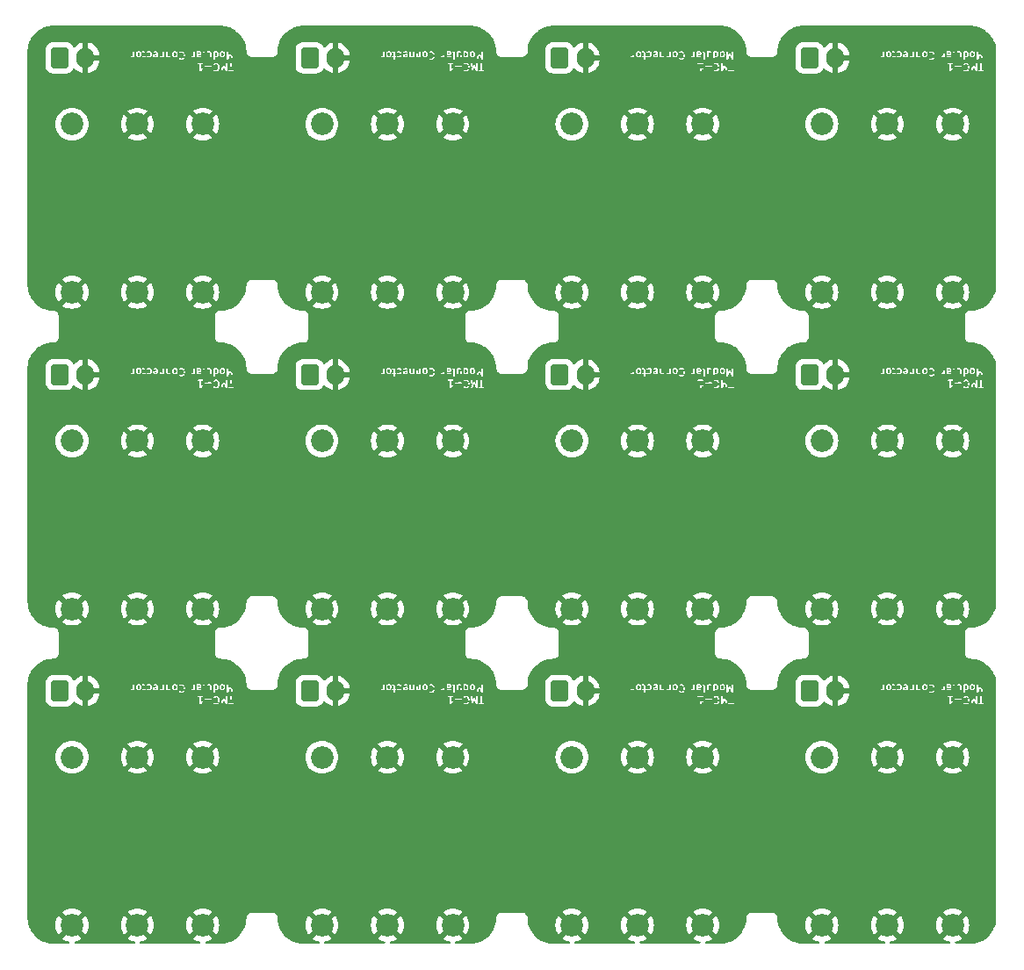
<source format=gbr>
%TF.GenerationSoftware,KiCad,Pcbnew,8.0.3*%
%TF.CreationDate,2025-04-01T21:14:06+03:00*%
%TF.ProjectId,TMC-1,544d432d-312e-46b6-9963-61645f706362,rev?*%
%TF.SameCoordinates,Original*%
%TF.FileFunction,Copper,L1,Top*%
%TF.FilePolarity,Positive*%
%FSLAX46Y46*%
G04 Gerber Fmt 4.6, Leading zero omitted, Abs format (unit mm)*
G04 Created by KiCad (PCBNEW 8.0.3) date 2025-04-01 21:14:06*
%MOMM*%
%LPD*%
G01*
G04 APERTURE LIST*
G04 Aperture macros list*
%AMRoundRect*
0 Rectangle with rounded corners*
0 $1 Rounding radius*
0 $2 $3 $4 $5 $6 $7 $8 $9 X,Y pos of 4 corners*
0 Add a 4 corners polygon primitive as box body*
4,1,4,$2,$3,$4,$5,$6,$7,$8,$9,$2,$3,0*
0 Add four circle primitives for the rounded corners*
1,1,$1+$1,$2,$3*
1,1,$1+$1,$4,$5*
1,1,$1+$1,$6,$7*
1,1,$1+$1,$8,$9*
0 Add four rect primitives between the rounded corners*
20,1,$1+$1,$2,$3,$4,$5,0*
20,1,$1+$1,$4,$5,$6,$7,0*
20,1,$1+$1,$6,$7,$8,$9,0*
20,1,$1+$1,$8,$9,$2,$3,0*%
G04 Aperture macros list end*
%ADD10C,0.140000*%
%TA.AperFunction,ComponentPad*%
%ADD11RoundRect,0.250000X-0.600000X-0.750000X0.600000X-0.750000X0.600000X0.750000X-0.600000X0.750000X0*%
%TD*%
%TA.AperFunction,ComponentPad*%
%ADD12O,1.700000X2.000000*%
%TD*%
%TA.AperFunction,ComponentPad*%
%ADD13C,2.171700*%
%TD*%
%TA.AperFunction,ViaPad*%
%ADD14C,0.600000*%
%TD*%
G04 APERTURE END LIST*
D10*
G36*
X109727187Y-119004734D02*
G01*
X109747918Y-119022677D01*
X109771481Y-119064200D01*
X109775366Y-119229553D01*
X109756561Y-119272689D01*
X109738614Y-119293424D01*
X109696897Y-119317098D01*
X109597352Y-119320411D01*
X109575628Y-119310940D01*
X109573324Y-118996643D01*
X109585559Y-118989700D01*
X109685103Y-118986387D01*
X109727187Y-119004734D01*
G37*
G36*
X102293856Y-119004734D02*
G01*
X102314587Y-119022677D01*
X102338150Y-119064200D01*
X102342035Y-119229553D01*
X102323230Y-119272689D01*
X102305283Y-119293424D01*
X102263383Y-119317202D01*
X102196447Y-119320015D01*
X102155272Y-119302065D01*
X102134540Y-119284120D01*
X102110977Y-119242600D01*
X102107092Y-119077246D01*
X102125899Y-119034106D01*
X102143842Y-119013376D01*
X102185744Y-118989596D01*
X102252680Y-118986783D01*
X102293856Y-119004734D01*
G37*
G36*
X103942294Y-119262291D02*
G01*
X103925470Y-119300885D01*
X103896899Y-119317098D01*
X103797354Y-119320411D01*
X103760411Y-119304306D01*
X103744674Y-119276576D01*
X103941784Y-119234167D01*
X103942294Y-119262291D01*
G37*
G36*
X105793855Y-119004734D02*
G01*
X105814586Y-119022677D01*
X105838149Y-119064200D01*
X105842034Y-119229553D01*
X105823229Y-119272689D01*
X105805282Y-119293424D01*
X105763382Y-119317202D01*
X105696446Y-119320015D01*
X105655271Y-119302065D01*
X105634539Y-119284120D01*
X105610976Y-119242600D01*
X105607091Y-119077246D01*
X105625898Y-119034106D01*
X105643841Y-119013376D01*
X105685743Y-118989596D01*
X105752679Y-118986783D01*
X105793855Y-119004734D01*
G37*
G36*
X108122047Y-119002493D02*
G01*
X108138551Y-119031574D01*
X108140532Y-119066329D01*
X108125468Y-119100885D01*
X108097014Y-119117032D01*
X107948877Y-119121112D01*
X107942289Y-119118916D01*
X107940628Y-118996282D01*
X107952109Y-118989766D01*
X108084490Y-118986120D01*
X108122047Y-119002493D01*
G37*
G36*
X110360520Y-119004734D02*
G01*
X110381251Y-119022677D01*
X110404814Y-119064200D01*
X110408699Y-119229553D01*
X110389894Y-119272689D01*
X110371947Y-119293424D01*
X110330047Y-119317202D01*
X110263111Y-119320015D01*
X110221936Y-119302065D01*
X110201204Y-119284120D01*
X110177641Y-119242600D01*
X110173756Y-119077246D01*
X110192563Y-119034106D01*
X110210506Y-119013376D01*
X110252408Y-118989596D01*
X110319344Y-118986783D01*
X110360520Y-119004734D01*
G37*
G36*
X111483678Y-120894804D02*
G01*
X101398781Y-120894804D01*
X101398781Y-120020238D01*
X107909889Y-120020238D01*
X107909889Y-120073814D01*
X107947773Y-120111698D01*
X107974561Y-120117026D01*
X108105062Y-120115396D01*
X108109549Y-120727497D01*
X108105891Y-120733441D01*
X108109733Y-120752655D01*
X108109889Y-120773814D01*
X108114984Y-120778909D01*
X108116398Y-120785977D01*
X108133360Y-120797285D01*
X108147773Y-120811698D01*
X108154979Y-120811698D01*
X108160976Y-120815696D01*
X108180966Y-120811698D01*
X108201349Y-120811698D01*
X108206444Y-120806602D01*
X108213512Y-120805189D01*
X108232804Y-120785855D01*
X108285742Y-120699853D01*
X108290725Y-120696524D01*
X108340374Y-120642304D01*
X108427443Y-120592890D01*
X108444385Y-120542063D01*
X108420425Y-120494143D01*
X108369598Y-120477202D01*
X108343255Y-120484417D01*
X108288153Y-120515688D01*
X108281108Y-120515688D01*
X108258398Y-120530862D01*
X108255133Y-120534427D01*
X108255012Y-120534496D01*
X108254978Y-120534596D01*
X108243098Y-120547569D01*
X108241187Y-120286905D01*
X108609890Y-120286905D01*
X108609890Y-120340481D01*
X108647774Y-120378365D01*
X108674562Y-120383693D01*
X109234683Y-120378365D01*
X109272567Y-120340481D01*
X109272567Y-120286905D01*
X109234683Y-120249021D01*
X109207895Y-120243693D01*
X108647774Y-120249021D01*
X108609890Y-120286905D01*
X108241187Y-120286905D01*
X108239918Y-120113713D01*
X108401349Y-120111698D01*
X108426142Y-120086905D01*
X109443223Y-120086905D01*
X109443223Y-120140481D01*
X109481107Y-120178365D01*
X109534683Y-120178365D01*
X109557392Y-120163190D01*
X109575626Y-120142123D01*
X109642012Y-120116981D01*
X109688801Y-120114313D01*
X109765707Y-120136551D01*
X109812619Y-120179506D01*
X109839828Y-120227452D01*
X109839985Y-120230670D01*
X109872005Y-120343119D01*
X109871228Y-120347026D01*
X109874602Y-120427329D01*
X109873318Y-120430049D01*
X109848541Y-120544858D01*
X109845285Y-120549055D01*
X109823324Y-120599428D01*
X109776181Y-120650912D01*
X109707112Y-120677070D01*
X109660321Y-120679738D01*
X109582778Y-120657317D01*
X109534683Y-120615688D01*
X109481107Y-120615688D01*
X109443223Y-120653572D01*
X109443223Y-120707148D01*
X109458398Y-120729857D01*
X109491201Y-120758250D01*
X109495364Y-120766575D01*
X109511340Y-120775682D01*
X109514440Y-120778365D01*
X109516047Y-120778365D01*
X109519092Y-120780101D01*
X109608773Y-120806031D01*
X109614440Y-120811698D01*
X109641228Y-120817026D01*
X109645881Y-120816760D01*
X109646190Y-120816850D01*
X109646431Y-120816729D01*
X109696933Y-120813850D01*
X109702933Y-120816850D01*
X109730031Y-120813434D01*
X109734602Y-120811702D01*
X109734683Y-120811698D01*
X109734724Y-120811656D01*
X109822628Y-120778365D01*
X109834683Y-120778365D01*
X109850452Y-120767827D01*
X109853759Y-120766575D01*
X109854477Y-120765137D01*
X109857392Y-120763190D01*
X109913104Y-120702348D01*
X109920426Y-120699908D01*
X109937172Y-120678331D01*
X109939056Y-120674007D01*
X109939234Y-120673814D01*
X109939234Y-120673601D01*
X109960856Y-120624002D01*
X109964139Y-120622033D01*
X109975805Y-120597337D01*
X110001515Y-120478198D01*
X110005900Y-120473814D01*
X110011228Y-120447026D01*
X110007655Y-120362013D01*
X110010466Y-120357329D01*
X110009138Y-120330048D01*
X109976032Y-120213789D01*
X109977719Y-120208731D01*
X109970505Y-120182389D01*
X109939234Y-120127284D01*
X109939234Y-120120238D01*
X109924059Y-120097528D01*
X109920495Y-120094265D01*
X109920427Y-120094144D01*
X109920326Y-120094110D01*
X109868907Y-120047026D01*
X110171228Y-120047026D01*
X110176257Y-120733058D01*
X110171295Y-120743952D01*
X110176440Y-120758103D01*
X110176556Y-120773814D01*
X110185352Y-120782610D01*
X110189604Y-120794302D01*
X110203554Y-120800812D01*
X110214440Y-120811698D01*
X110226881Y-120811698D01*
X110238154Y-120816959D01*
X110252622Y-120811698D01*
X110268016Y-120811698D01*
X110276812Y-120802901D01*
X110288504Y-120798650D01*
X110304661Y-120776628D01*
X110473227Y-120406559D01*
X110643136Y-120762071D01*
X110643223Y-120773814D01*
X110653808Y-120784399D01*
X110660619Y-120798650D01*
X110672310Y-120802901D01*
X110681107Y-120811698D01*
X110696501Y-120811698D01*
X110710969Y-120816959D01*
X110722243Y-120811698D01*
X110734683Y-120811698D01*
X110745567Y-120800813D01*
X110759519Y-120794303D01*
X110763770Y-120782610D01*
X110772567Y-120773814D01*
X110777895Y-120747026D01*
X110777699Y-120720238D01*
X110876556Y-120720238D01*
X110876556Y-120773814D01*
X110914440Y-120811698D01*
X110941228Y-120817026D01*
X111368016Y-120811698D01*
X111405900Y-120773814D01*
X111405900Y-120720238D01*
X111368016Y-120682354D01*
X111341228Y-120677026D01*
X111210726Y-120678655D01*
X111205900Y-120020238D01*
X111168016Y-119982354D01*
X111114440Y-119982354D01*
X111076556Y-120020238D01*
X111071228Y-120047026D01*
X111075870Y-120680338D01*
X110914440Y-120682354D01*
X110876556Y-120720238D01*
X110777699Y-120720238D01*
X110772567Y-120020238D01*
X110734683Y-119982354D01*
X110681107Y-119982354D01*
X110643223Y-120020238D01*
X110637895Y-120047026D01*
X110640807Y-120444328D01*
X110533407Y-120219610D01*
X110526186Y-120199750D01*
X110523264Y-120198386D01*
X110521838Y-120195402D01*
X110499332Y-120187218D01*
X110477636Y-120177093D01*
X110474562Y-120178210D01*
X110471488Y-120177093D01*
X110449791Y-120187218D01*
X110427286Y-120195402D01*
X110424698Y-120198928D01*
X110422938Y-120199750D01*
X110421800Y-120202879D01*
X110411129Y-120217424D01*
X110308989Y-120441659D01*
X110305900Y-120020238D01*
X110268016Y-119982354D01*
X110214440Y-119982354D01*
X110176556Y-120020238D01*
X110171228Y-120047026D01*
X109868907Y-120047026D01*
X109858995Y-120037950D01*
X109853759Y-120027478D01*
X109837332Y-120018114D01*
X109834683Y-120015688D01*
X109833076Y-120015688D01*
X109830031Y-120013952D01*
X109740350Y-119988021D01*
X109734683Y-119982354D01*
X109707895Y-119977026D01*
X109703241Y-119977291D01*
X109702933Y-119977202D01*
X109702691Y-119977322D01*
X109652189Y-119980201D01*
X109646189Y-119977202D01*
X109619091Y-119980618D01*
X109614519Y-119982349D01*
X109614440Y-119982354D01*
X109614398Y-119982395D01*
X109526493Y-120015688D01*
X109514440Y-120015688D01*
X109498671Y-120026224D01*
X109495363Y-120027478D01*
X109494643Y-120028916D01*
X109491731Y-120030863D01*
X109443223Y-120086905D01*
X108426142Y-120086905D01*
X108439233Y-120073814D01*
X108439233Y-120020238D01*
X108401349Y-119982354D01*
X108374561Y-119977026D01*
X107947773Y-119982354D01*
X107909889Y-120020238D01*
X101398781Y-120020238D01*
X101398781Y-119359945D01*
X101476559Y-119359945D01*
X101476559Y-119413521D01*
X101514443Y-119451405D01*
X101541231Y-119456733D01*
X101602849Y-119453220D01*
X101612860Y-119456557D01*
X101630881Y-119451621D01*
X101634686Y-119451405D01*
X101635822Y-119450268D01*
X101639203Y-119449343D01*
X101685887Y-119422849D01*
X101714443Y-119451405D01*
X101768019Y-119451405D01*
X101805903Y-119413521D01*
X101811231Y-119386733D01*
X101809874Y-119261070D01*
X101811055Y-119258362D01*
X101809804Y-119254610D01*
X101807632Y-119053400D01*
X101971231Y-119053400D01*
X101975740Y-119245360D01*
X101971407Y-119258362D01*
X101976481Y-119276892D01*
X101976559Y-119280188D01*
X101977695Y-119281324D01*
X101978621Y-119284705D01*
X102009892Y-119339806D01*
X102009892Y-119346853D01*
X102025066Y-119369563D01*
X102028432Y-119372477D01*
X102028700Y-119372948D01*
X102029149Y-119373097D01*
X102053244Y-119393954D01*
X102055015Y-119399265D01*
X102076592Y-119416010D01*
X102080890Y-119417884D01*
X102081108Y-119418072D01*
X102081321Y-119418072D01*
X102140041Y-119443670D01*
X102147776Y-119451405D01*
X102166181Y-119455065D01*
X102169602Y-119456557D01*
X102171125Y-119456049D01*
X102174564Y-119456733D01*
X102268243Y-119452796D01*
X102279526Y-119456557D01*
X102297793Y-119451554D01*
X102301352Y-119451405D01*
X102302488Y-119450268D01*
X102305869Y-119449343D01*
X102360973Y-119418072D01*
X102368020Y-119418072D01*
X102390729Y-119402897D01*
X102393640Y-119399533D01*
X102394113Y-119399265D01*
X102394263Y-119398813D01*
X102415119Y-119374717D01*
X102420428Y-119372948D01*
X102437174Y-119351371D01*
X102439048Y-119347070D01*
X102439237Y-119346853D01*
X102439236Y-119346638D01*
X102464833Y-119287923D01*
X102472569Y-119280188D01*
X102476229Y-119261782D01*
X102477721Y-119258362D01*
X102477213Y-119256838D01*
X102477897Y-119253400D01*
X102473387Y-119061439D01*
X102477721Y-119048438D01*
X102472646Y-119029908D01*
X102472569Y-119026612D01*
X102471432Y-119025475D01*
X102470507Y-119022096D01*
X102439236Y-118966991D01*
X102439236Y-118959945D01*
X102424061Y-118937236D01*
X102420698Y-118934325D01*
X102420429Y-118933851D01*
X102419975Y-118933699D01*
X102395883Y-118912846D01*
X102394113Y-118907536D01*
X102375742Y-118893278D01*
X102543225Y-118893278D01*
X102543225Y-118946854D01*
X102581109Y-118984738D01*
X102607897Y-118990066D01*
X102654160Y-118987428D01*
X102688716Y-119002493D01*
X102704653Y-119030575D01*
X102707111Y-119319773D01*
X102581109Y-119322061D01*
X102543225Y-119359945D01*
X102543225Y-119413521D01*
X102581109Y-119451405D01*
X102607897Y-119456733D01*
X102708260Y-119454910D01*
X102709892Y-119646854D01*
X102747776Y-119684738D01*
X102801352Y-119684738D01*
X102839236Y-119646854D01*
X102844564Y-119620066D01*
X102843139Y-119452461D01*
X102901352Y-119451405D01*
X102939236Y-119413521D01*
X102939236Y-119359945D01*
X102901352Y-119322061D01*
X102874564Y-119316733D01*
X102841990Y-119317324D01*
X102839545Y-119029633D01*
X102844388Y-119015104D01*
X102839262Y-118996387D01*
X102839236Y-118993278D01*
X102838099Y-118992141D01*
X102837174Y-118988761D01*
X102819923Y-118958363D01*
X103004740Y-118958363D01*
X103028700Y-119006282D01*
X103079527Y-119023224D01*
X103105869Y-119016010D01*
X103152228Y-118989700D01*
X103251772Y-118986387D01*
X103293856Y-119004734D01*
X103314587Y-119022677D01*
X103338150Y-119064200D01*
X103342035Y-119229553D01*
X103323230Y-119272689D01*
X103305283Y-119293424D01*
X103263566Y-119317098D01*
X103164021Y-119320411D01*
X103079526Y-119283576D01*
X103028699Y-119300518D01*
X103004740Y-119348438D01*
X103021682Y-119399265D01*
X103043259Y-119416010D01*
X103106708Y-119443670D01*
X103114443Y-119451405D01*
X103132848Y-119455065D01*
X103136269Y-119456557D01*
X103137792Y-119456049D01*
X103141231Y-119456733D01*
X103267453Y-119452532D01*
X103279526Y-119456557D01*
X103297922Y-119451519D01*
X103301352Y-119451405D01*
X103302488Y-119450268D01*
X103305869Y-119449343D01*
X103360973Y-119418072D01*
X103368020Y-119418072D01*
X103390729Y-119402897D01*
X103393640Y-119399533D01*
X103394113Y-119399265D01*
X103394263Y-119398813D01*
X103415119Y-119374717D01*
X103420428Y-119372948D01*
X103437174Y-119351371D01*
X103439048Y-119347070D01*
X103439237Y-119346853D01*
X103439236Y-119346638D01*
X103464833Y-119287923D01*
X103472569Y-119280188D01*
X103476229Y-119261782D01*
X103477721Y-119258362D01*
X103477213Y-119256838D01*
X103477897Y-119253400D01*
X103477114Y-119220066D01*
X103604564Y-119220066D01*
X103608076Y-119281684D01*
X103604740Y-119291695D01*
X103609675Y-119309716D01*
X103609892Y-119313521D01*
X103611028Y-119314657D01*
X103611954Y-119318038D01*
X103650694Y-119386304D01*
X103655015Y-119399265D01*
X103660438Y-119403473D01*
X103662032Y-119406282D01*
X103665581Y-119407465D01*
X103676592Y-119416010D01*
X103740041Y-119443670D01*
X103747776Y-119451405D01*
X103766181Y-119455065D01*
X103769602Y-119456557D01*
X103771125Y-119456049D01*
X103774564Y-119456733D01*
X103900786Y-119452532D01*
X103912859Y-119456557D01*
X103931255Y-119451519D01*
X103934685Y-119451405D01*
X103935821Y-119450268D01*
X103939202Y-119449343D01*
X104007468Y-119410602D01*
X104020429Y-119406282D01*
X104024637Y-119400858D01*
X104027446Y-119399265D01*
X104028629Y-119395715D01*
X104037174Y-119384705D01*
X104064834Y-119321255D01*
X104072569Y-119313521D01*
X104076229Y-119295115D01*
X104077721Y-119291695D01*
X104077213Y-119290171D01*
X104077897Y-119286733D01*
X104075745Y-119168216D01*
X104076566Y-119166985D01*
X104075638Y-119162348D01*
X104073210Y-119028634D01*
X104077721Y-119015104D01*
X104072627Y-118996504D01*
X104072569Y-118993278D01*
X104071432Y-118992141D01*
X104070507Y-118988761D01*
X104031766Y-118920496D01*
X104031623Y-118920066D01*
X104237897Y-118920066D01*
X104242739Y-119277694D01*
X104238073Y-119291695D01*
X104243182Y-119310351D01*
X104243225Y-119313521D01*
X104244361Y-119314657D01*
X104245287Y-119318038D01*
X104284027Y-119386304D01*
X104288348Y-119399265D01*
X104293771Y-119403473D01*
X104295365Y-119406282D01*
X104298914Y-119407465D01*
X104309925Y-119416010D01*
X104373374Y-119443670D01*
X104381109Y-119451405D01*
X104399514Y-119455065D01*
X104402935Y-119456557D01*
X104404458Y-119456049D01*
X104407897Y-119456733D01*
X104501576Y-119452796D01*
X104512859Y-119456557D01*
X104531126Y-119451554D01*
X104534685Y-119451405D01*
X104535821Y-119450268D01*
X104539202Y-119449343D01*
X104564621Y-119434917D01*
X104581109Y-119451405D01*
X104634685Y-119451405D01*
X104672569Y-119413521D01*
X104677897Y-119386733D01*
X104672858Y-118920066D01*
X104871230Y-118920066D01*
X104876072Y-119277694D01*
X104871406Y-119291695D01*
X104876515Y-119310351D01*
X104876558Y-119313521D01*
X104877694Y-119314657D01*
X104878620Y-119318038D01*
X104917360Y-119386304D01*
X104921681Y-119399265D01*
X104927104Y-119403473D01*
X104928698Y-119406282D01*
X104932247Y-119407465D01*
X104943258Y-119416010D01*
X105006707Y-119443670D01*
X105014442Y-119451405D01*
X105032847Y-119455065D01*
X105036268Y-119456557D01*
X105037791Y-119456049D01*
X105041230Y-119456733D01*
X105134909Y-119452796D01*
X105146192Y-119456557D01*
X105164459Y-119451554D01*
X105168018Y-119451405D01*
X105169154Y-119450268D01*
X105172535Y-119449343D01*
X105197954Y-119434917D01*
X105214442Y-119451405D01*
X105268018Y-119451405D01*
X105305902Y-119413521D01*
X105311230Y-119386733D01*
X105307631Y-119053400D01*
X105471230Y-119053400D01*
X105475739Y-119245360D01*
X105471406Y-119258362D01*
X105476480Y-119276892D01*
X105476558Y-119280188D01*
X105477694Y-119281324D01*
X105478620Y-119284705D01*
X105509891Y-119339806D01*
X105509891Y-119346853D01*
X105525065Y-119369563D01*
X105528431Y-119372477D01*
X105528699Y-119372948D01*
X105529148Y-119373097D01*
X105553243Y-119393954D01*
X105555014Y-119399265D01*
X105576591Y-119416010D01*
X105580889Y-119417884D01*
X105581107Y-119418072D01*
X105581320Y-119418072D01*
X105640040Y-119443670D01*
X105647775Y-119451405D01*
X105666180Y-119455065D01*
X105669601Y-119456557D01*
X105671124Y-119456049D01*
X105674563Y-119456733D01*
X105768242Y-119452796D01*
X105779525Y-119456557D01*
X105797792Y-119451554D01*
X105801351Y-119451405D01*
X105802487Y-119450268D01*
X105805868Y-119449343D01*
X105860972Y-119418072D01*
X105868019Y-119418072D01*
X105890728Y-119402897D01*
X105893639Y-119399533D01*
X105894112Y-119399265D01*
X105894262Y-119398813D01*
X105915118Y-119374717D01*
X105920427Y-119372948D01*
X105937173Y-119351371D01*
X105939047Y-119347070D01*
X105939236Y-119346853D01*
X105939235Y-119346638D01*
X105964832Y-119287923D01*
X105972568Y-119280188D01*
X105976228Y-119261782D01*
X105977720Y-119258362D01*
X105977212Y-119256838D01*
X105977896Y-119253400D01*
X105973386Y-119061439D01*
X105977720Y-119048438D01*
X105972645Y-119029908D01*
X105972568Y-119026612D01*
X105971431Y-119025475D01*
X105970506Y-119022096D01*
X105939235Y-118966991D01*
X105939235Y-118959945D01*
X106109891Y-118959945D01*
X106109891Y-119013521D01*
X106147775Y-119051405D01*
X106201351Y-119051405D01*
X106224060Y-119036230D01*
X106242294Y-119015163D01*
X106308680Y-118990021D01*
X106355469Y-118987353D01*
X106432375Y-119009591D01*
X106479287Y-119052546D01*
X106506496Y-119100492D01*
X106506653Y-119103710D01*
X106538673Y-119216159D01*
X106537896Y-119220066D01*
X106541270Y-119300369D01*
X106539986Y-119303089D01*
X106515209Y-119417898D01*
X106511953Y-119422095D01*
X106489992Y-119472468D01*
X106442849Y-119523952D01*
X106373780Y-119550110D01*
X106326989Y-119552778D01*
X106249446Y-119530357D01*
X106201351Y-119488728D01*
X106147775Y-119488728D01*
X106109891Y-119526612D01*
X106109891Y-119580188D01*
X106125066Y-119602897D01*
X106157869Y-119631290D01*
X106162032Y-119639615D01*
X106178008Y-119648722D01*
X106181108Y-119651405D01*
X106182715Y-119651405D01*
X106185760Y-119653141D01*
X106275441Y-119679071D01*
X106281108Y-119684738D01*
X106307896Y-119690066D01*
X106312549Y-119689800D01*
X106312858Y-119689890D01*
X106313099Y-119689769D01*
X106363601Y-119686890D01*
X106369601Y-119689890D01*
X106396699Y-119686474D01*
X106401270Y-119684742D01*
X106401351Y-119684738D01*
X106401392Y-119684696D01*
X106489296Y-119651405D01*
X106501351Y-119651405D01*
X106517120Y-119640867D01*
X106520427Y-119639615D01*
X106521145Y-119638177D01*
X106524060Y-119636230D01*
X106579772Y-119575388D01*
X106587094Y-119572948D01*
X106603840Y-119551371D01*
X106605724Y-119547047D01*
X106605902Y-119546854D01*
X106605902Y-119546641D01*
X106627524Y-119497042D01*
X106630807Y-119495073D01*
X106642473Y-119470377D01*
X106666304Y-119359945D01*
X107276557Y-119359945D01*
X107276557Y-119413521D01*
X107314441Y-119451405D01*
X107341229Y-119456733D01*
X107402847Y-119453220D01*
X107412858Y-119456557D01*
X107430879Y-119451621D01*
X107434684Y-119451405D01*
X107435820Y-119450268D01*
X107439201Y-119449343D01*
X107485885Y-119422849D01*
X107514441Y-119451405D01*
X107568017Y-119451405D01*
X107605901Y-119413521D01*
X107611229Y-119386733D01*
X107609872Y-119261070D01*
X107611053Y-119258362D01*
X107609802Y-119254610D01*
X107606190Y-118920066D01*
X107804562Y-118920066D01*
X107805067Y-118957375D01*
X107804738Y-118958363D01*
X107805090Y-118959067D01*
X107808537Y-119213629D01*
X107804738Y-119225028D01*
X107808801Y-119233155D01*
X107809404Y-119277694D01*
X107804738Y-119291695D01*
X107809847Y-119310351D01*
X107809890Y-119313521D01*
X107811026Y-119314657D01*
X107811952Y-119318038D01*
X107850692Y-119386304D01*
X107855013Y-119399265D01*
X107860436Y-119403473D01*
X107862030Y-119406282D01*
X107865579Y-119407465D01*
X107876590Y-119416010D01*
X107940039Y-119443670D01*
X107947774Y-119451405D01*
X107966179Y-119455065D01*
X107969600Y-119456557D01*
X107971123Y-119456049D01*
X107974562Y-119456733D01*
X108100784Y-119452532D01*
X108112857Y-119456557D01*
X108131253Y-119451519D01*
X108134683Y-119451405D01*
X108135819Y-119450268D01*
X108139200Y-119449343D01*
X108227444Y-119399265D01*
X108244387Y-119348438D01*
X108220427Y-119300518D01*
X108169600Y-119283576D01*
X108143258Y-119290790D01*
X108096897Y-119317098D01*
X107997352Y-119320411D01*
X107960409Y-119304306D01*
X107944418Y-119276127D01*
X107944212Y-119260915D01*
X107952110Y-119256433D01*
X108100246Y-119252353D01*
X108112857Y-119256557D01*
X108131333Y-119251497D01*
X108134683Y-119251405D01*
X108135819Y-119250268D01*
X108139200Y-119249343D01*
X108207466Y-119210602D01*
X108220427Y-119206282D01*
X108224635Y-119200858D01*
X108227444Y-119199265D01*
X108228627Y-119195715D01*
X108237172Y-119184705D01*
X108264832Y-119121255D01*
X108272567Y-119113521D01*
X108276227Y-119095115D01*
X108277719Y-119091695D01*
X108277211Y-119090171D01*
X108277895Y-119086733D01*
X108274382Y-119025114D01*
X108277719Y-119015104D01*
X108272783Y-118997082D01*
X108272567Y-118993278D01*
X108271430Y-118992141D01*
X108270505Y-118988761D01*
X108231764Y-118920496D01*
X108229966Y-118915103D01*
X108371405Y-118915103D01*
X108388347Y-118965930D01*
X108409924Y-118982676D01*
X108455381Y-119002493D01*
X108471318Y-119030575D01*
X108476557Y-119646854D01*
X108514441Y-119684738D01*
X108568017Y-119684738D01*
X108605901Y-119646854D01*
X108611229Y-119620066D01*
X108606210Y-119029633D01*
X108611053Y-119015104D01*
X108605927Y-118996387D01*
X108605901Y-118993278D01*
X108604764Y-118992141D01*
X108603839Y-118988761D01*
X108565098Y-118920496D01*
X108564955Y-118920066D01*
X108804562Y-118920066D01*
X108809890Y-119413521D01*
X108847774Y-119451405D01*
X108901350Y-119451405D01*
X108939234Y-119413521D01*
X108944562Y-119386733D01*
X108940571Y-119017152D01*
X108943840Y-119013376D01*
X108985742Y-118989596D01*
X109052678Y-118986783D01*
X109088714Y-119002493D01*
X109104705Y-119030671D01*
X109109890Y-119413521D01*
X109147774Y-119451405D01*
X109201350Y-119451405D01*
X109239234Y-119413521D01*
X109244562Y-119386733D01*
X109239719Y-119029104D01*
X109244386Y-119015104D01*
X109239276Y-118996447D01*
X109239234Y-118993278D01*
X109238097Y-118992141D01*
X109237172Y-118988761D01*
X109198431Y-118920496D01*
X109198288Y-118920066D01*
X109437895Y-118920066D01*
X109438173Y-118958055D01*
X109438071Y-118958363D01*
X109438177Y-118958575D01*
X109440992Y-119342594D01*
X109438071Y-119348438D01*
X109441102Y-119357531D01*
X109443223Y-119646854D01*
X109481107Y-119684738D01*
X109534683Y-119684738D01*
X109572567Y-119646854D01*
X109577895Y-119620066D01*
X109576697Y-119456661D01*
X109700784Y-119452532D01*
X109712857Y-119456557D01*
X109731253Y-119451519D01*
X109734683Y-119451405D01*
X109735819Y-119450268D01*
X109739200Y-119449343D01*
X109794304Y-119418072D01*
X109801351Y-119418072D01*
X109824060Y-119402897D01*
X109826971Y-119399533D01*
X109827444Y-119399265D01*
X109827594Y-119398813D01*
X109848450Y-119374717D01*
X109853759Y-119372948D01*
X109870505Y-119351371D01*
X109872379Y-119347070D01*
X109872568Y-119346853D01*
X109872567Y-119346638D01*
X109898164Y-119287923D01*
X109905900Y-119280188D01*
X109909560Y-119261782D01*
X109911052Y-119258362D01*
X109910544Y-119256838D01*
X109911228Y-119253400D01*
X109906718Y-119061439D01*
X109909398Y-119053400D01*
X110037895Y-119053400D01*
X110042404Y-119245360D01*
X110038071Y-119258362D01*
X110043145Y-119276892D01*
X110043223Y-119280188D01*
X110044359Y-119281324D01*
X110045285Y-119284705D01*
X110076556Y-119339806D01*
X110076556Y-119346853D01*
X110091730Y-119369563D01*
X110095096Y-119372477D01*
X110095364Y-119372948D01*
X110095813Y-119373097D01*
X110119908Y-119393954D01*
X110121679Y-119399265D01*
X110143256Y-119416010D01*
X110147554Y-119417884D01*
X110147772Y-119418072D01*
X110147985Y-119418072D01*
X110206705Y-119443670D01*
X110214440Y-119451405D01*
X110232845Y-119455065D01*
X110236266Y-119456557D01*
X110237789Y-119456049D01*
X110241228Y-119456733D01*
X110334907Y-119452796D01*
X110346190Y-119456557D01*
X110364457Y-119451554D01*
X110368016Y-119451405D01*
X110369152Y-119450268D01*
X110372533Y-119449343D01*
X110427637Y-119418072D01*
X110434684Y-119418072D01*
X110457393Y-119402897D01*
X110460304Y-119399533D01*
X110460777Y-119399265D01*
X110460927Y-119398813D01*
X110481783Y-119374717D01*
X110487092Y-119372948D01*
X110503838Y-119351371D01*
X110505712Y-119347070D01*
X110505901Y-119346853D01*
X110505900Y-119346638D01*
X110531497Y-119287923D01*
X110539233Y-119280188D01*
X110542893Y-119261782D01*
X110544385Y-119258362D01*
X110543877Y-119256838D01*
X110544561Y-119253400D01*
X110540051Y-119061439D01*
X110544385Y-119048438D01*
X110539310Y-119029908D01*
X110539233Y-119026612D01*
X110538096Y-119025475D01*
X110537171Y-119022096D01*
X110505900Y-118966991D01*
X110505900Y-118959945D01*
X110490725Y-118937236D01*
X110487362Y-118934325D01*
X110487093Y-118933851D01*
X110486639Y-118933699D01*
X110470888Y-118920066D01*
X110704561Y-118920066D01*
X110709590Y-119606098D01*
X110704628Y-119616992D01*
X110709773Y-119631143D01*
X110709889Y-119646854D01*
X110718685Y-119655650D01*
X110722937Y-119667342D01*
X110736887Y-119673852D01*
X110747773Y-119684738D01*
X110760214Y-119684738D01*
X110771487Y-119689999D01*
X110785955Y-119684738D01*
X110801349Y-119684738D01*
X110810145Y-119675941D01*
X110821837Y-119671690D01*
X110837994Y-119649668D01*
X111006560Y-119279599D01*
X111176469Y-119635111D01*
X111176556Y-119646854D01*
X111187141Y-119657439D01*
X111193952Y-119671690D01*
X111205643Y-119675941D01*
X111214440Y-119684738D01*
X111229834Y-119684738D01*
X111244302Y-119689999D01*
X111255576Y-119684738D01*
X111268016Y-119684738D01*
X111278900Y-119673853D01*
X111292852Y-119667343D01*
X111297103Y-119655650D01*
X111305900Y-119646854D01*
X111311228Y-119620066D01*
X111305900Y-118893278D01*
X111268016Y-118855394D01*
X111214440Y-118855394D01*
X111176556Y-118893278D01*
X111171228Y-118920066D01*
X111174140Y-119317368D01*
X111066740Y-119092650D01*
X111059519Y-119072790D01*
X111056597Y-119071426D01*
X111055171Y-119068442D01*
X111032665Y-119060258D01*
X111010969Y-119050133D01*
X111007895Y-119051250D01*
X111004821Y-119050133D01*
X110983124Y-119060258D01*
X110960619Y-119068442D01*
X110958031Y-119071968D01*
X110956271Y-119072790D01*
X110955133Y-119075919D01*
X110944462Y-119090464D01*
X110842322Y-119314699D01*
X110839233Y-118893278D01*
X110801349Y-118855394D01*
X110747773Y-118855394D01*
X110709889Y-118893278D01*
X110704561Y-118920066D01*
X110470888Y-118920066D01*
X110462547Y-118912846D01*
X110460777Y-118907536D01*
X110439200Y-118890790D01*
X110434898Y-118888914D01*
X110434683Y-118888728D01*
X110434470Y-118888728D01*
X110375750Y-118863128D01*
X110368016Y-118855394D01*
X110349612Y-118851733D01*
X110346191Y-118850242D01*
X110344666Y-118850749D01*
X110341228Y-118850066D01*
X110247547Y-118854002D01*
X110236265Y-118850242D01*
X110217997Y-118855244D01*
X110214440Y-118855394D01*
X110213304Y-118856529D01*
X110209922Y-118857456D01*
X110154819Y-118888728D01*
X110147773Y-118888728D01*
X110125064Y-118903903D01*
X110122151Y-118907267D01*
X110121679Y-118907536D01*
X110121528Y-118907987D01*
X110100674Y-118932080D01*
X110095363Y-118933851D01*
X110078618Y-118955428D01*
X110076743Y-118959728D01*
X110076556Y-118959945D01*
X110076556Y-118960157D01*
X110050957Y-119018877D01*
X110043223Y-119026612D01*
X110039562Y-119045017D01*
X110038071Y-119048438D01*
X110038578Y-119049961D01*
X110037895Y-119053400D01*
X109909398Y-119053400D01*
X109911052Y-119048438D01*
X109905977Y-119029908D01*
X109905900Y-119026612D01*
X109904763Y-119025475D01*
X109903838Y-119022096D01*
X109872567Y-118966991D01*
X109872567Y-118959945D01*
X109857392Y-118937236D01*
X109854029Y-118934325D01*
X109853760Y-118933851D01*
X109853306Y-118933699D01*
X109829214Y-118912846D01*
X109827444Y-118907536D01*
X109805867Y-118890790D01*
X109801565Y-118888914D01*
X109801350Y-118888728D01*
X109801137Y-118888728D01*
X109742417Y-118863128D01*
X109734683Y-118855394D01*
X109716279Y-118851733D01*
X109712858Y-118850242D01*
X109711333Y-118850749D01*
X109707895Y-118850066D01*
X109581671Y-118854266D01*
X109569599Y-118850242D01*
X109551202Y-118855279D01*
X109547774Y-118855394D01*
X109546638Y-118856529D01*
X109543256Y-118857456D01*
X109539102Y-118859813D01*
X109534683Y-118855394D01*
X109481107Y-118855394D01*
X109443223Y-118893278D01*
X109437895Y-118920066D01*
X109198288Y-118920066D01*
X109194111Y-118907536D01*
X109188686Y-118903326D01*
X109187093Y-118900518D01*
X109183544Y-118899335D01*
X109172534Y-118890790D01*
X109109084Y-118863128D01*
X109101350Y-118855394D01*
X109082946Y-118851733D01*
X109079525Y-118850242D01*
X109078000Y-118850749D01*
X109074562Y-118850066D01*
X108980881Y-118854002D01*
X108969599Y-118850242D01*
X108951331Y-118855244D01*
X108947774Y-118855394D01*
X108946638Y-118856529D01*
X108943256Y-118857456D01*
X108917837Y-118871881D01*
X108901350Y-118855394D01*
X108847774Y-118855394D01*
X108809890Y-118893278D01*
X108804562Y-118920066D01*
X108564955Y-118920066D01*
X108560778Y-118907536D01*
X108555353Y-118903326D01*
X108553760Y-118900518D01*
X108550211Y-118899335D01*
X108539201Y-118890790D01*
X108446192Y-118850242D01*
X108395365Y-118867184D01*
X108371405Y-118915103D01*
X108229966Y-118915103D01*
X108227444Y-118907536D01*
X108222019Y-118903326D01*
X108220426Y-118900518D01*
X108216877Y-118899335D01*
X108205867Y-118890790D01*
X108142417Y-118863128D01*
X108134683Y-118855394D01*
X108116279Y-118851733D01*
X108112858Y-118850242D01*
X108111333Y-118850749D01*
X108107895Y-118850066D01*
X107948876Y-118854445D01*
X107936266Y-118850242D01*
X107917789Y-118855301D01*
X107914441Y-118855394D01*
X107913305Y-118856529D01*
X107909923Y-118857456D01*
X107905769Y-118859813D01*
X107901350Y-118855394D01*
X107847774Y-118855394D01*
X107809890Y-118893278D01*
X107804562Y-118920066D01*
X107606190Y-118920066D01*
X107605901Y-118893278D01*
X107568017Y-118855394D01*
X107514441Y-118855394D01*
X107476557Y-118893278D01*
X107471229Y-118920066D01*
X107474589Y-119231337D01*
X107456562Y-119272689D01*
X107438616Y-119293423D01*
X107396387Y-119317389D01*
X107314441Y-119322061D01*
X107276557Y-119359945D01*
X106666304Y-119359945D01*
X106668183Y-119351238D01*
X106672568Y-119346854D01*
X106677896Y-119320066D01*
X106674323Y-119235053D01*
X106677134Y-119230369D01*
X106675806Y-119203088D01*
X106642700Y-119086829D01*
X106644387Y-119081771D01*
X106637173Y-119055429D01*
X106605902Y-119000324D01*
X106605902Y-118993278D01*
X106590727Y-118970568D01*
X106587163Y-118967305D01*
X106587095Y-118967184D01*
X106586994Y-118967150D01*
X106525663Y-118910990D01*
X106520427Y-118900518D01*
X106504000Y-118891154D01*
X106501351Y-118888728D01*
X106499744Y-118888728D01*
X106496699Y-118886992D01*
X106407018Y-118861061D01*
X106401351Y-118855394D01*
X106374563Y-118850066D01*
X106369909Y-118850331D01*
X106369601Y-118850242D01*
X106369359Y-118850362D01*
X106318857Y-118853241D01*
X106312857Y-118850242D01*
X106285759Y-118853658D01*
X106281187Y-118855389D01*
X106281108Y-118855394D01*
X106281066Y-118855435D01*
X106193161Y-118888728D01*
X106181108Y-118888728D01*
X106165339Y-118899264D01*
X106162031Y-118900518D01*
X106161311Y-118901956D01*
X106158399Y-118903903D01*
X106109891Y-118959945D01*
X105939235Y-118959945D01*
X105924060Y-118937236D01*
X105920697Y-118934325D01*
X105920428Y-118933851D01*
X105919974Y-118933699D01*
X105895882Y-118912846D01*
X105894112Y-118907536D01*
X105872535Y-118890790D01*
X105868233Y-118888914D01*
X105868018Y-118888728D01*
X105867805Y-118888728D01*
X105809085Y-118863128D01*
X105801351Y-118855394D01*
X105782947Y-118851733D01*
X105779526Y-118850242D01*
X105778001Y-118850749D01*
X105774563Y-118850066D01*
X105680882Y-118854002D01*
X105669600Y-118850242D01*
X105651332Y-118855244D01*
X105647775Y-118855394D01*
X105646639Y-118856529D01*
X105643257Y-118857456D01*
X105588154Y-118888728D01*
X105581108Y-118888728D01*
X105558399Y-118903903D01*
X105555486Y-118907267D01*
X105555014Y-118907536D01*
X105554863Y-118907987D01*
X105534009Y-118932080D01*
X105528698Y-118933851D01*
X105511953Y-118955428D01*
X105510078Y-118959728D01*
X105509891Y-118959945D01*
X105509891Y-118960157D01*
X105484292Y-119018877D01*
X105476558Y-119026612D01*
X105472897Y-119045017D01*
X105471406Y-119048438D01*
X105471913Y-119049961D01*
X105471230Y-119053400D01*
X105307631Y-119053400D01*
X105305902Y-118893278D01*
X105268018Y-118855394D01*
X105214442Y-118855394D01*
X105176558Y-118893278D01*
X105171230Y-118920066D01*
X105175220Y-119289646D01*
X105171949Y-119293424D01*
X105130049Y-119317202D01*
X105063113Y-119320015D01*
X105027077Y-119304306D01*
X105011086Y-119276127D01*
X105005902Y-118893278D01*
X104968018Y-118855394D01*
X104914442Y-118855394D01*
X104876558Y-118893278D01*
X104871230Y-118920066D01*
X104672858Y-118920066D01*
X104672569Y-118893278D01*
X104634685Y-118855394D01*
X104581109Y-118855394D01*
X104543225Y-118893278D01*
X104537897Y-118920066D01*
X104541887Y-119289646D01*
X104538616Y-119293424D01*
X104496716Y-119317202D01*
X104429780Y-119320015D01*
X104393744Y-119304306D01*
X104377753Y-119276127D01*
X104372569Y-118893278D01*
X104334685Y-118855394D01*
X104281109Y-118855394D01*
X104243225Y-118893278D01*
X104237897Y-118920066D01*
X104031623Y-118920066D01*
X104027446Y-118907536D01*
X104022021Y-118903326D01*
X104020428Y-118900518D01*
X104016879Y-118899335D01*
X104005869Y-118890790D01*
X103942419Y-118863128D01*
X103934685Y-118855394D01*
X103916281Y-118851733D01*
X103912860Y-118850242D01*
X103911335Y-118850749D01*
X103907897Y-118850066D01*
X103781673Y-118854266D01*
X103769601Y-118850242D01*
X103751204Y-118855279D01*
X103747776Y-118855394D01*
X103746640Y-118856529D01*
X103743258Y-118857456D01*
X103655015Y-118907536D01*
X103638073Y-118958363D01*
X103662033Y-119006282D01*
X103712860Y-119023224D01*
X103739202Y-119016010D01*
X103785561Y-118989700D01*
X103885105Y-118986387D01*
X103922049Y-119002493D01*
X103938091Y-119030760D01*
X103939285Y-119096567D01*
X103665866Y-119155394D01*
X103647776Y-119155394D01*
X103642816Y-119160353D01*
X103635613Y-119161903D01*
X103624304Y-119178865D01*
X103609892Y-119193278D01*
X103607849Y-119203548D01*
X103605894Y-119206481D01*
X103606581Y-119209920D01*
X103604564Y-119220066D01*
X103477114Y-119220066D01*
X103473387Y-119061439D01*
X103477721Y-119048438D01*
X103472646Y-119029908D01*
X103472569Y-119026612D01*
X103471432Y-119025475D01*
X103470507Y-119022096D01*
X103439236Y-118966991D01*
X103439236Y-118959945D01*
X103424061Y-118937236D01*
X103420698Y-118934325D01*
X103420429Y-118933851D01*
X103419975Y-118933699D01*
X103395883Y-118912846D01*
X103394113Y-118907536D01*
X103372536Y-118890790D01*
X103368234Y-118888914D01*
X103368019Y-118888728D01*
X103367806Y-118888728D01*
X103309086Y-118863128D01*
X103301352Y-118855394D01*
X103282948Y-118851733D01*
X103279527Y-118850242D01*
X103278002Y-118850749D01*
X103274564Y-118850066D01*
X103148340Y-118854266D01*
X103136268Y-118850242D01*
X103117871Y-118855279D01*
X103114443Y-118855394D01*
X103113307Y-118856529D01*
X103109925Y-118857456D01*
X103021682Y-118907536D01*
X103004740Y-118958363D01*
X102819923Y-118958363D01*
X102798433Y-118920496D01*
X102794113Y-118907536D01*
X102788688Y-118903326D01*
X102787095Y-118900518D01*
X102783546Y-118899335D01*
X102772536Y-118890790D01*
X102709086Y-118863128D01*
X102701352Y-118855394D01*
X102682948Y-118851733D01*
X102679527Y-118850242D01*
X102678002Y-118850749D01*
X102674564Y-118850066D01*
X102581109Y-118855394D01*
X102543225Y-118893278D01*
X102375742Y-118893278D01*
X102372536Y-118890790D01*
X102368234Y-118888914D01*
X102368019Y-118888728D01*
X102367806Y-118888728D01*
X102309086Y-118863128D01*
X102301352Y-118855394D01*
X102282948Y-118851733D01*
X102279527Y-118850242D01*
X102278002Y-118850749D01*
X102274564Y-118850066D01*
X102180883Y-118854002D01*
X102169601Y-118850242D01*
X102151333Y-118855244D01*
X102147776Y-118855394D01*
X102146640Y-118856529D01*
X102143258Y-118857456D01*
X102088155Y-118888728D01*
X102081109Y-118888728D01*
X102058400Y-118903903D01*
X102055487Y-118907267D01*
X102055015Y-118907536D01*
X102054864Y-118907987D01*
X102034010Y-118932080D01*
X102028699Y-118933851D01*
X102011954Y-118955428D01*
X102010079Y-118959728D01*
X102009892Y-118959945D01*
X102009892Y-118960157D01*
X101984293Y-119018877D01*
X101976559Y-119026612D01*
X101972898Y-119045017D01*
X101971407Y-119048438D01*
X101971914Y-119049961D01*
X101971231Y-119053400D01*
X101807632Y-119053400D01*
X101805903Y-118893278D01*
X101768019Y-118855394D01*
X101714443Y-118855394D01*
X101676559Y-118893278D01*
X101671231Y-118920066D01*
X101674591Y-119231337D01*
X101656564Y-119272689D01*
X101638618Y-119293423D01*
X101596389Y-119317389D01*
X101514443Y-119322061D01*
X101476559Y-119359945D01*
X101398781Y-119359945D01*
X101398781Y-118772288D01*
X111483678Y-118772288D01*
X111483678Y-120894804D01*
G37*
G36*
X182027187Y-57954734D02*
G01*
X182047918Y-57972677D01*
X182071481Y-58014200D01*
X182075366Y-58179553D01*
X182056561Y-58222689D01*
X182038614Y-58243424D01*
X181996897Y-58267098D01*
X181897352Y-58270411D01*
X181875628Y-58260940D01*
X181873324Y-57946643D01*
X181885559Y-57939700D01*
X181985103Y-57936387D01*
X182027187Y-57954734D01*
G37*
G36*
X174593856Y-57954734D02*
G01*
X174614587Y-57972677D01*
X174638150Y-58014200D01*
X174642035Y-58179553D01*
X174623230Y-58222689D01*
X174605283Y-58243424D01*
X174563383Y-58267202D01*
X174496447Y-58270015D01*
X174455272Y-58252065D01*
X174434540Y-58234120D01*
X174410977Y-58192600D01*
X174407092Y-58027246D01*
X174425899Y-57984106D01*
X174443842Y-57963376D01*
X174485744Y-57939596D01*
X174552680Y-57936783D01*
X174593856Y-57954734D01*
G37*
G36*
X176242294Y-58212291D02*
G01*
X176225470Y-58250885D01*
X176196899Y-58267098D01*
X176097354Y-58270411D01*
X176060411Y-58254306D01*
X176044674Y-58226576D01*
X176241784Y-58184167D01*
X176242294Y-58212291D01*
G37*
G36*
X178093855Y-57954734D02*
G01*
X178114586Y-57972677D01*
X178138149Y-58014200D01*
X178142034Y-58179553D01*
X178123229Y-58222689D01*
X178105282Y-58243424D01*
X178063382Y-58267202D01*
X177996446Y-58270015D01*
X177955271Y-58252065D01*
X177934539Y-58234120D01*
X177910976Y-58192600D01*
X177907091Y-58027246D01*
X177925898Y-57984106D01*
X177943841Y-57963376D01*
X177985743Y-57939596D01*
X178052679Y-57936783D01*
X178093855Y-57954734D01*
G37*
G36*
X180422047Y-57952493D02*
G01*
X180438551Y-57981574D01*
X180440532Y-58016329D01*
X180425468Y-58050885D01*
X180397014Y-58067032D01*
X180248877Y-58071112D01*
X180242289Y-58068916D01*
X180240628Y-57946282D01*
X180252109Y-57939766D01*
X180384490Y-57936120D01*
X180422047Y-57952493D01*
G37*
G36*
X182660520Y-57954734D02*
G01*
X182681251Y-57972677D01*
X182704814Y-58014200D01*
X182708699Y-58179553D01*
X182689894Y-58222689D01*
X182671947Y-58243424D01*
X182630047Y-58267202D01*
X182563111Y-58270015D01*
X182521936Y-58252065D01*
X182501204Y-58234120D01*
X182477641Y-58192600D01*
X182473756Y-58027246D01*
X182492563Y-57984106D01*
X182510506Y-57963376D01*
X182552408Y-57939596D01*
X182619344Y-57936783D01*
X182660520Y-57954734D01*
G37*
G36*
X183783678Y-59844804D02*
G01*
X173698781Y-59844804D01*
X173698781Y-58970238D01*
X180209889Y-58970238D01*
X180209889Y-59023814D01*
X180247773Y-59061698D01*
X180274561Y-59067026D01*
X180405062Y-59065396D01*
X180409549Y-59677497D01*
X180405891Y-59683441D01*
X180409733Y-59702655D01*
X180409889Y-59723814D01*
X180414984Y-59728909D01*
X180416398Y-59735977D01*
X180433360Y-59747285D01*
X180447773Y-59761698D01*
X180454979Y-59761698D01*
X180460976Y-59765696D01*
X180480966Y-59761698D01*
X180501349Y-59761698D01*
X180506444Y-59756602D01*
X180513512Y-59755189D01*
X180532804Y-59735855D01*
X180585742Y-59649853D01*
X180590725Y-59646524D01*
X180640374Y-59592304D01*
X180727443Y-59542890D01*
X180744385Y-59492063D01*
X180720425Y-59444143D01*
X180669598Y-59427202D01*
X180643255Y-59434417D01*
X180588153Y-59465688D01*
X180581108Y-59465688D01*
X180558398Y-59480862D01*
X180555133Y-59484427D01*
X180555012Y-59484496D01*
X180554978Y-59484596D01*
X180543098Y-59497569D01*
X180541187Y-59236905D01*
X180909890Y-59236905D01*
X180909890Y-59290481D01*
X180947774Y-59328365D01*
X180974562Y-59333693D01*
X181534683Y-59328365D01*
X181572567Y-59290481D01*
X181572567Y-59236905D01*
X181534683Y-59199021D01*
X181507895Y-59193693D01*
X180947774Y-59199021D01*
X180909890Y-59236905D01*
X180541187Y-59236905D01*
X180539918Y-59063713D01*
X180701349Y-59061698D01*
X180726142Y-59036905D01*
X181743223Y-59036905D01*
X181743223Y-59090481D01*
X181781107Y-59128365D01*
X181834683Y-59128365D01*
X181857392Y-59113190D01*
X181875626Y-59092123D01*
X181942012Y-59066981D01*
X181988801Y-59064313D01*
X182065707Y-59086551D01*
X182112619Y-59129506D01*
X182139828Y-59177452D01*
X182139985Y-59180670D01*
X182172005Y-59293119D01*
X182171228Y-59297026D01*
X182174602Y-59377329D01*
X182173318Y-59380049D01*
X182148541Y-59494858D01*
X182145285Y-59499055D01*
X182123324Y-59549428D01*
X182076181Y-59600912D01*
X182007112Y-59627070D01*
X181960321Y-59629738D01*
X181882778Y-59607317D01*
X181834683Y-59565688D01*
X181781107Y-59565688D01*
X181743223Y-59603572D01*
X181743223Y-59657148D01*
X181758398Y-59679857D01*
X181791201Y-59708250D01*
X181795364Y-59716575D01*
X181811340Y-59725682D01*
X181814440Y-59728365D01*
X181816047Y-59728365D01*
X181819092Y-59730101D01*
X181908773Y-59756031D01*
X181914440Y-59761698D01*
X181941228Y-59767026D01*
X181945881Y-59766760D01*
X181946190Y-59766850D01*
X181946431Y-59766729D01*
X181996933Y-59763850D01*
X182002933Y-59766850D01*
X182030031Y-59763434D01*
X182034602Y-59761702D01*
X182034683Y-59761698D01*
X182034724Y-59761656D01*
X182122628Y-59728365D01*
X182134683Y-59728365D01*
X182150452Y-59717827D01*
X182153759Y-59716575D01*
X182154477Y-59715137D01*
X182157392Y-59713190D01*
X182213104Y-59652348D01*
X182220426Y-59649908D01*
X182237172Y-59628331D01*
X182239056Y-59624007D01*
X182239234Y-59623814D01*
X182239234Y-59623601D01*
X182260856Y-59574002D01*
X182264139Y-59572033D01*
X182275805Y-59547337D01*
X182301515Y-59428198D01*
X182305900Y-59423814D01*
X182311228Y-59397026D01*
X182307655Y-59312013D01*
X182310466Y-59307329D01*
X182309138Y-59280048D01*
X182276032Y-59163789D01*
X182277719Y-59158731D01*
X182270505Y-59132389D01*
X182239234Y-59077284D01*
X182239234Y-59070238D01*
X182224059Y-59047528D01*
X182220495Y-59044265D01*
X182220427Y-59044144D01*
X182220326Y-59044110D01*
X182168907Y-58997026D01*
X182471228Y-58997026D01*
X182476257Y-59683058D01*
X182471295Y-59693952D01*
X182476440Y-59708103D01*
X182476556Y-59723814D01*
X182485352Y-59732610D01*
X182489604Y-59744302D01*
X182503554Y-59750812D01*
X182514440Y-59761698D01*
X182526881Y-59761698D01*
X182538154Y-59766959D01*
X182552622Y-59761698D01*
X182568016Y-59761698D01*
X182576812Y-59752901D01*
X182588504Y-59748650D01*
X182604661Y-59726628D01*
X182773227Y-59356559D01*
X182943136Y-59712071D01*
X182943223Y-59723814D01*
X182953808Y-59734399D01*
X182960619Y-59748650D01*
X182972310Y-59752901D01*
X182981107Y-59761698D01*
X182996501Y-59761698D01*
X183010969Y-59766959D01*
X183022243Y-59761698D01*
X183034683Y-59761698D01*
X183045567Y-59750813D01*
X183059519Y-59744303D01*
X183063770Y-59732610D01*
X183072567Y-59723814D01*
X183077895Y-59697026D01*
X183077699Y-59670238D01*
X183176556Y-59670238D01*
X183176556Y-59723814D01*
X183214440Y-59761698D01*
X183241228Y-59767026D01*
X183668016Y-59761698D01*
X183705900Y-59723814D01*
X183705900Y-59670238D01*
X183668016Y-59632354D01*
X183641228Y-59627026D01*
X183510726Y-59628655D01*
X183505900Y-58970238D01*
X183468016Y-58932354D01*
X183414440Y-58932354D01*
X183376556Y-58970238D01*
X183371228Y-58997026D01*
X183375870Y-59630338D01*
X183214440Y-59632354D01*
X183176556Y-59670238D01*
X183077699Y-59670238D01*
X183072567Y-58970238D01*
X183034683Y-58932354D01*
X182981107Y-58932354D01*
X182943223Y-58970238D01*
X182937895Y-58997026D01*
X182940807Y-59394328D01*
X182833407Y-59169610D01*
X182826186Y-59149750D01*
X182823264Y-59148386D01*
X182821838Y-59145402D01*
X182799332Y-59137218D01*
X182777636Y-59127093D01*
X182774562Y-59128210D01*
X182771488Y-59127093D01*
X182749791Y-59137218D01*
X182727286Y-59145402D01*
X182724698Y-59148928D01*
X182722938Y-59149750D01*
X182721800Y-59152879D01*
X182711129Y-59167424D01*
X182608989Y-59391659D01*
X182605900Y-58970238D01*
X182568016Y-58932354D01*
X182514440Y-58932354D01*
X182476556Y-58970238D01*
X182471228Y-58997026D01*
X182168907Y-58997026D01*
X182158995Y-58987950D01*
X182153759Y-58977478D01*
X182137332Y-58968114D01*
X182134683Y-58965688D01*
X182133076Y-58965688D01*
X182130031Y-58963952D01*
X182040350Y-58938021D01*
X182034683Y-58932354D01*
X182007895Y-58927026D01*
X182003241Y-58927291D01*
X182002933Y-58927202D01*
X182002691Y-58927322D01*
X181952189Y-58930201D01*
X181946189Y-58927202D01*
X181919091Y-58930618D01*
X181914519Y-58932349D01*
X181914440Y-58932354D01*
X181914398Y-58932395D01*
X181826493Y-58965688D01*
X181814440Y-58965688D01*
X181798671Y-58976224D01*
X181795363Y-58977478D01*
X181794643Y-58978916D01*
X181791731Y-58980863D01*
X181743223Y-59036905D01*
X180726142Y-59036905D01*
X180739233Y-59023814D01*
X180739233Y-58970238D01*
X180701349Y-58932354D01*
X180674561Y-58927026D01*
X180247773Y-58932354D01*
X180209889Y-58970238D01*
X173698781Y-58970238D01*
X173698781Y-58309945D01*
X173776559Y-58309945D01*
X173776559Y-58363521D01*
X173814443Y-58401405D01*
X173841231Y-58406733D01*
X173902849Y-58403220D01*
X173912860Y-58406557D01*
X173930881Y-58401621D01*
X173934686Y-58401405D01*
X173935822Y-58400268D01*
X173939203Y-58399343D01*
X173985887Y-58372849D01*
X174014443Y-58401405D01*
X174068019Y-58401405D01*
X174105903Y-58363521D01*
X174111231Y-58336733D01*
X174109874Y-58211070D01*
X174111055Y-58208362D01*
X174109804Y-58204610D01*
X174107632Y-58003400D01*
X174271231Y-58003400D01*
X174275740Y-58195360D01*
X174271407Y-58208362D01*
X174276481Y-58226892D01*
X174276559Y-58230188D01*
X174277695Y-58231324D01*
X174278621Y-58234705D01*
X174309892Y-58289806D01*
X174309892Y-58296853D01*
X174325066Y-58319563D01*
X174328432Y-58322477D01*
X174328700Y-58322948D01*
X174329149Y-58323097D01*
X174353244Y-58343954D01*
X174355015Y-58349265D01*
X174376592Y-58366010D01*
X174380890Y-58367884D01*
X174381108Y-58368072D01*
X174381321Y-58368072D01*
X174440041Y-58393670D01*
X174447776Y-58401405D01*
X174466181Y-58405065D01*
X174469602Y-58406557D01*
X174471125Y-58406049D01*
X174474564Y-58406733D01*
X174568243Y-58402796D01*
X174579526Y-58406557D01*
X174597793Y-58401554D01*
X174601352Y-58401405D01*
X174602488Y-58400268D01*
X174605869Y-58399343D01*
X174660973Y-58368072D01*
X174668020Y-58368072D01*
X174690729Y-58352897D01*
X174693640Y-58349533D01*
X174694113Y-58349265D01*
X174694263Y-58348813D01*
X174715119Y-58324717D01*
X174720428Y-58322948D01*
X174737174Y-58301371D01*
X174739048Y-58297070D01*
X174739237Y-58296853D01*
X174739236Y-58296638D01*
X174764833Y-58237923D01*
X174772569Y-58230188D01*
X174776229Y-58211782D01*
X174777721Y-58208362D01*
X174777213Y-58206838D01*
X174777897Y-58203400D01*
X174773387Y-58011439D01*
X174777721Y-57998438D01*
X174772646Y-57979908D01*
X174772569Y-57976612D01*
X174771432Y-57975475D01*
X174770507Y-57972096D01*
X174739236Y-57916991D01*
X174739236Y-57909945D01*
X174724061Y-57887236D01*
X174720698Y-57884325D01*
X174720429Y-57883851D01*
X174719975Y-57883699D01*
X174695883Y-57862846D01*
X174694113Y-57857536D01*
X174675742Y-57843278D01*
X174843225Y-57843278D01*
X174843225Y-57896854D01*
X174881109Y-57934738D01*
X174907897Y-57940066D01*
X174954160Y-57937428D01*
X174988716Y-57952493D01*
X175004653Y-57980575D01*
X175007111Y-58269773D01*
X174881109Y-58272061D01*
X174843225Y-58309945D01*
X174843225Y-58363521D01*
X174881109Y-58401405D01*
X174907897Y-58406733D01*
X175008260Y-58404910D01*
X175009892Y-58596854D01*
X175047776Y-58634738D01*
X175101352Y-58634738D01*
X175139236Y-58596854D01*
X175144564Y-58570066D01*
X175143139Y-58402461D01*
X175201352Y-58401405D01*
X175239236Y-58363521D01*
X175239236Y-58309945D01*
X175201352Y-58272061D01*
X175174564Y-58266733D01*
X175141990Y-58267324D01*
X175139545Y-57979633D01*
X175144388Y-57965104D01*
X175139262Y-57946387D01*
X175139236Y-57943278D01*
X175138099Y-57942141D01*
X175137174Y-57938761D01*
X175119923Y-57908363D01*
X175304740Y-57908363D01*
X175328700Y-57956282D01*
X175379527Y-57973224D01*
X175405869Y-57966010D01*
X175452228Y-57939700D01*
X175551772Y-57936387D01*
X175593856Y-57954734D01*
X175614587Y-57972677D01*
X175638150Y-58014200D01*
X175642035Y-58179553D01*
X175623230Y-58222689D01*
X175605283Y-58243424D01*
X175563566Y-58267098D01*
X175464021Y-58270411D01*
X175379526Y-58233576D01*
X175328699Y-58250518D01*
X175304740Y-58298438D01*
X175321682Y-58349265D01*
X175343259Y-58366010D01*
X175406708Y-58393670D01*
X175414443Y-58401405D01*
X175432848Y-58405065D01*
X175436269Y-58406557D01*
X175437792Y-58406049D01*
X175441231Y-58406733D01*
X175567453Y-58402532D01*
X175579526Y-58406557D01*
X175597922Y-58401519D01*
X175601352Y-58401405D01*
X175602488Y-58400268D01*
X175605869Y-58399343D01*
X175660973Y-58368072D01*
X175668020Y-58368072D01*
X175690729Y-58352897D01*
X175693640Y-58349533D01*
X175694113Y-58349265D01*
X175694263Y-58348813D01*
X175715119Y-58324717D01*
X175720428Y-58322948D01*
X175737174Y-58301371D01*
X175739048Y-58297070D01*
X175739237Y-58296853D01*
X175739236Y-58296638D01*
X175764833Y-58237923D01*
X175772569Y-58230188D01*
X175776229Y-58211782D01*
X175777721Y-58208362D01*
X175777213Y-58206838D01*
X175777897Y-58203400D01*
X175777114Y-58170066D01*
X175904564Y-58170066D01*
X175908076Y-58231684D01*
X175904740Y-58241695D01*
X175909675Y-58259716D01*
X175909892Y-58263521D01*
X175911028Y-58264657D01*
X175911954Y-58268038D01*
X175950694Y-58336304D01*
X175955015Y-58349265D01*
X175960438Y-58353473D01*
X175962032Y-58356282D01*
X175965581Y-58357465D01*
X175976592Y-58366010D01*
X176040041Y-58393670D01*
X176047776Y-58401405D01*
X176066181Y-58405065D01*
X176069602Y-58406557D01*
X176071125Y-58406049D01*
X176074564Y-58406733D01*
X176200786Y-58402532D01*
X176212859Y-58406557D01*
X176231255Y-58401519D01*
X176234685Y-58401405D01*
X176235821Y-58400268D01*
X176239202Y-58399343D01*
X176307468Y-58360602D01*
X176320429Y-58356282D01*
X176324637Y-58350858D01*
X176327446Y-58349265D01*
X176328629Y-58345715D01*
X176337174Y-58334705D01*
X176364834Y-58271255D01*
X176372569Y-58263521D01*
X176376229Y-58245115D01*
X176377721Y-58241695D01*
X176377213Y-58240171D01*
X176377897Y-58236733D01*
X176375745Y-58118216D01*
X176376566Y-58116985D01*
X176375638Y-58112348D01*
X176373210Y-57978634D01*
X176377721Y-57965104D01*
X176372627Y-57946504D01*
X176372569Y-57943278D01*
X176371432Y-57942141D01*
X176370507Y-57938761D01*
X176331766Y-57870496D01*
X176331623Y-57870066D01*
X176537897Y-57870066D01*
X176542739Y-58227694D01*
X176538073Y-58241695D01*
X176543182Y-58260351D01*
X176543225Y-58263521D01*
X176544361Y-58264657D01*
X176545287Y-58268038D01*
X176584027Y-58336304D01*
X176588348Y-58349265D01*
X176593771Y-58353473D01*
X176595365Y-58356282D01*
X176598914Y-58357465D01*
X176609925Y-58366010D01*
X176673374Y-58393670D01*
X176681109Y-58401405D01*
X176699514Y-58405065D01*
X176702935Y-58406557D01*
X176704458Y-58406049D01*
X176707897Y-58406733D01*
X176801576Y-58402796D01*
X176812859Y-58406557D01*
X176831126Y-58401554D01*
X176834685Y-58401405D01*
X176835821Y-58400268D01*
X176839202Y-58399343D01*
X176864621Y-58384917D01*
X176881109Y-58401405D01*
X176934685Y-58401405D01*
X176972569Y-58363521D01*
X176977897Y-58336733D01*
X176972858Y-57870066D01*
X177171230Y-57870066D01*
X177176072Y-58227694D01*
X177171406Y-58241695D01*
X177176515Y-58260351D01*
X177176558Y-58263521D01*
X177177694Y-58264657D01*
X177178620Y-58268038D01*
X177217360Y-58336304D01*
X177221681Y-58349265D01*
X177227104Y-58353473D01*
X177228698Y-58356282D01*
X177232247Y-58357465D01*
X177243258Y-58366010D01*
X177306707Y-58393670D01*
X177314442Y-58401405D01*
X177332847Y-58405065D01*
X177336268Y-58406557D01*
X177337791Y-58406049D01*
X177341230Y-58406733D01*
X177434909Y-58402796D01*
X177446192Y-58406557D01*
X177464459Y-58401554D01*
X177468018Y-58401405D01*
X177469154Y-58400268D01*
X177472535Y-58399343D01*
X177497954Y-58384917D01*
X177514442Y-58401405D01*
X177568018Y-58401405D01*
X177605902Y-58363521D01*
X177611230Y-58336733D01*
X177607631Y-58003400D01*
X177771230Y-58003400D01*
X177775739Y-58195360D01*
X177771406Y-58208362D01*
X177776480Y-58226892D01*
X177776558Y-58230188D01*
X177777694Y-58231324D01*
X177778620Y-58234705D01*
X177809891Y-58289806D01*
X177809891Y-58296853D01*
X177825065Y-58319563D01*
X177828431Y-58322477D01*
X177828699Y-58322948D01*
X177829148Y-58323097D01*
X177853243Y-58343954D01*
X177855014Y-58349265D01*
X177876591Y-58366010D01*
X177880889Y-58367884D01*
X177881107Y-58368072D01*
X177881320Y-58368072D01*
X177940040Y-58393670D01*
X177947775Y-58401405D01*
X177966180Y-58405065D01*
X177969601Y-58406557D01*
X177971124Y-58406049D01*
X177974563Y-58406733D01*
X178068242Y-58402796D01*
X178079525Y-58406557D01*
X178097792Y-58401554D01*
X178101351Y-58401405D01*
X178102487Y-58400268D01*
X178105868Y-58399343D01*
X178160972Y-58368072D01*
X178168019Y-58368072D01*
X178190728Y-58352897D01*
X178193639Y-58349533D01*
X178194112Y-58349265D01*
X178194262Y-58348813D01*
X178215118Y-58324717D01*
X178220427Y-58322948D01*
X178237173Y-58301371D01*
X178239047Y-58297070D01*
X178239236Y-58296853D01*
X178239235Y-58296638D01*
X178264832Y-58237923D01*
X178272568Y-58230188D01*
X178276228Y-58211782D01*
X178277720Y-58208362D01*
X178277212Y-58206838D01*
X178277896Y-58203400D01*
X178273386Y-58011439D01*
X178277720Y-57998438D01*
X178272645Y-57979908D01*
X178272568Y-57976612D01*
X178271431Y-57975475D01*
X178270506Y-57972096D01*
X178239235Y-57916991D01*
X178239235Y-57909945D01*
X178409891Y-57909945D01*
X178409891Y-57963521D01*
X178447775Y-58001405D01*
X178501351Y-58001405D01*
X178524060Y-57986230D01*
X178542294Y-57965163D01*
X178608680Y-57940021D01*
X178655469Y-57937353D01*
X178732375Y-57959591D01*
X178779287Y-58002546D01*
X178806496Y-58050492D01*
X178806653Y-58053710D01*
X178838673Y-58166159D01*
X178837896Y-58170066D01*
X178841270Y-58250369D01*
X178839986Y-58253089D01*
X178815209Y-58367898D01*
X178811953Y-58372095D01*
X178789992Y-58422468D01*
X178742849Y-58473952D01*
X178673780Y-58500110D01*
X178626989Y-58502778D01*
X178549446Y-58480357D01*
X178501351Y-58438728D01*
X178447775Y-58438728D01*
X178409891Y-58476612D01*
X178409891Y-58530188D01*
X178425066Y-58552897D01*
X178457869Y-58581290D01*
X178462032Y-58589615D01*
X178478008Y-58598722D01*
X178481108Y-58601405D01*
X178482715Y-58601405D01*
X178485760Y-58603141D01*
X178575441Y-58629071D01*
X178581108Y-58634738D01*
X178607896Y-58640066D01*
X178612549Y-58639800D01*
X178612858Y-58639890D01*
X178613099Y-58639769D01*
X178663601Y-58636890D01*
X178669601Y-58639890D01*
X178696699Y-58636474D01*
X178701270Y-58634742D01*
X178701351Y-58634738D01*
X178701392Y-58634696D01*
X178789296Y-58601405D01*
X178801351Y-58601405D01*
X178817120Y-58590867D01*
X178820427Y-58589615D01*
X178821145Y-58588177D01*
X178824060Y-58586230D01*
X178879772Y-58525388D01*
X178887094Y-58522948D01*
X178903840Y-58501371D01*
X178905724Y-58497047D01*
X178905902Y-58496854D01*
X178905902Y-58496641D01*
X178927524Y-58447042D01*
X178930807Y-58445073D01*
X178942473Y-58420377D01*
X178966304Y-58309945D01*
X179576557Y-58309945D01*
X179576557Y-58363521D01*
X179614441Y-58401405D01*
X179641229Y-58406733D01*
X179702847Y-58403220D01*
X179712858Y-58406557D01*
X179730879Y-58401621D01*
X179734684Y-58401405D01*
X179735820Y-58400268D01*
X179739201Y-58399343D01*
X179785885Y-58372849D01*
X179814441Y-58401405D01*
X179868017Y-58401405D01*
X179905901Y-58363521D01*
X179911229Y-58336733D01*
X179909872Y-58211070D01*
X179911053Y-58208362D01*
X179909802Y-58204610D01*
X179906190Y-57870066D01*
X180104562Y-57870066D01*
X180105067Y-57907375D01*
X180104738Y-57908363D01*
X180105090Y-57909067D01*
X180108537Y-58163629D01*
X180104738Y-58175028D01*
X180108801Y-58183155D01*
X180109404Y-58227694D01*
X180104738Y-58241695D01*
X180109847Y-58260351D01*
X180109890Y-58263521D01*
X180111026Y-58264657D01*
X180111952Y-58268038D01*
X180150692Y-58336304D01*
X180155013Y-58349265D01*
X180160436Y-58353473D01*
X180162030Y-58356282D01*
X180165579Y-58357465D01*
X180176590Y-58366010D01*
X180240039Y-58393670D01*
X180247774Y-58401405D01*
X180266179Y-58405065D01*
X180269600Y-58406557D01*
X180271123Y-58406049D01*
X180274562Y-58406733D01*
X180400784Y-58402532D01*
X180412857Y-58406557D01*
X180431253Y-58401519D01*
X180434683Y-58401405D01*
X180435819Y-58400268D01*
X180439200Y-58399343D01*
X180527444Y-58349265D01*
X180544387Y-58298438D01*
X180520427Y-58250518D01*
X180469600Y-58233576D01*
X180443258Y-58240790D01*
X180396897Y-58267098D01*
X180297352Y-58270411D01*
X180260409Y-58254306D01*
X180244418Y-58226127D01*
X180244212Y-58210915D01*
X180252110Y-58206433D01*
X180400246Y-58202353D01*
X180412857Y-58206557D01*
X180431333Y-58201497D01*
X180434683Y-58201405D01*
X180435819Y-58200268D01*
X180439200Y-58199343D01*
X180507466Y-58160602D01*
X180520427Y-58156282D01*
X180524635Y-58150858D01*
X180527444Y-58149265D01*
X180528627Y-58145715D01*
X180537172Y-58134705D01*
X180564832Y-58071255D01*
X180572567Y-58063521D01*
X180576227Y-58045115D01*
X180577719Y-58041695D01*
X180577211Y-58040171D01*
X180577895Y-58036733D01*
X180574382Y-57975114D01*
X180577719Y-57965104D01*
X180572783Y-57947082D01*
X180572567Y-57943278D01*
X180571430Y-57942141D01*
X180570505Y-57938761D01*
X180531764Y-57870496D01*
X180529966Y-57865103D01*
X180671405Y-57865103D01*
X180688347Y-57915930D01*
X180709924Y-57932676D01*
X180755381Y-57952493D01*
X180771318Y-57980575D01*
X180776557Y-58596854D01*
X180814441Y-58634738D01*
X180868017Y-58634738D01*
X180905901Y-58596854D01*
X180911229Y-58570066D01*
X180906210Y-57979633D01*
X180911053Y-57965104D01*
X180905927Y-57946387D01*
X180905901Y-57943278D01*
X180904764Y-57942141D01*
X180903839Y-57938761D01*
X180865098Y-57870496D01*
X180864955Y-57870066D01*
X181104562Y-57870066D01*
X181109890Y-58363521D01*
X181147774Y-58401405D01*
X181201350Y-58401405D01*
X181239234Y-58363521D01*
X181244562Y-58336733D01*
X181240571Y-57967152D01*
X181243840Y-57963376D01*
X181285742Y-57939596D01*
X181352678Y-57936783D01*
X181388714Y-57952493D01*
X181404705Y-57980671D01*
X181409890Y-58363521D01*
X181447774Y-58401405D01*
X181501350Y-58401405D01*
X181539234Y-58363521D01*
X181544562Y-58336733D01*
X181539719Y-57979104D01*
X181544386Y-57965104D01*
X181539276Y-57946447D01*
X181539234Y-57943278D01*
X181538097Y-57942141D01*
X181537172Y-57938761D01*
X181498431Y-57870496D01*
X181498288Y-57870066D01*
X181737895Y-57870066D01*
X181738173Y-57908055D01*
X181738071Y-57908363D01*
X181738177Y-57908575D01*
X181740992Y-58292594D01*
X181738071Y-58298438D01*
X181741102Y-58307531D01*
X181743223Y-58596854D01*
X181781107Y-58634738D01*
X181834683Y-58634738D01*
X181872567Y-58596854D01*
X181877895Y-58570066D01*
X181876697Y-58406661D01*
X182000784Y-58402532D01*
X182012857Y-58406557D01*
X182031253Y-58401519D01*
X182034683Y-58401405D01*
X182035819Y-58400268D01*
X182039200Y-58399343D01*
X182094304Y-58368072D01*
X182101351Y-58368072D01*
X182124060Y-58352897D01*
X182126971Y-58349533D01*
X182127444Y-58349265D01*
X182127594Y-58348813D01*
X182148450Y-58324717D01*
X182153759Y-58322948D01*
X182170505Y-58301371D01*
X182172379Y-58297070D01*
X182172568Y-58296853D01*
X182172567Y-58296638D01*
X182198164Y-58237923D01*
X182205900Y-58230188D01*
X182209560Y-58211782D01*
X182211052Y-58208362D01*
X182210544Y-58206838D01*
X182211228Y-58203400D01*
X182206718Y-58011439D01*
X182209398Y-58003400D01*
X182337895Y-58003400D01*
X182342404Y-58195360D01*
X182338071Y-58208362D01*
X182343145Y-58226892D01*
X182343223Y-58230188D01*
X182344359Y-58231324D01*
X182345285Y-58234705D01*
X182376556Y-58289806D01*
X182376556Y-58296853D01*
X182391730Y-58319563D01*
X182395096Y-58322477D01*
X182395364Y-58322948D01*
X182395813Y-58323097D01*
X182419908Y-58343954D01*
X182421679Y-58349265D01*
X182443256Y-58366010D01*
X182447554Y-58367884D01*
X182447772Y-58368072D01*
X182447985Y-58368072D01*
X182506705Y-58393670D01*
X182514440Y-58401405D01*
X182532845Y-58405065D01*
X182536266Y-58406557D01*
X182537789Y-58406049D01*
X182541228Y-58406733D01*
X182634907Y-58402796D01*
X182646190Y-58406557D01*
X182664457Y-58401554D01*
X182668016Y-58401405D01*
X182669152Y-58400268D01*
X182672533Y-58399343D01*
X182727637Y-58368072D01*
X182734684Y-58368072D01*
X182757393Y-58352897D01*
X182760304Y-58349533D01*
X182760777Y-58349265D01*
X182760927Y-58348813D01*
X182781783Y-58324717D01*
X182787092Y-58322948D01*
X182803838Y-58301371D01*
X182805712Y-58297070D01*
X182805901Y-58296853D01*
X182805900Y-58296638D01*
X182831497Y-58237923D01*
X182839233Y-58230188D01*
X182842893Y-58211782D01*
X182844385Y-58208362D01*
X182843877Y-58206838D01*
X182844561Y-58203400D01*
X182840051Y-58011439D01*
X182844385Y-57998438D01*
X182839310Y-57979908D01*
X182839233Y-57976612D01*
X182838096Y-57975475D01*
X182837171Y-57972096D01*
X182805900Y-57916991D01*
X182805900Y-57909945D01*
X182790725Y-57887236D01*
X182787362Y-57884325D01*
X182787093Y-57883851D01*
X182786639Y-57883699D01*
X182770888Y-57870066D01*
X183004561Y-57870066D01*
X183009590Y-58556098D01*
X183004628Y-58566992D01*
X183009773Y-58581143D01*
X183009889Y-58596854D01*
X183018685Y-58605650D01*
X183022937Y-58617342D01*
X183036887Y-58623852D01*
X183047773Y-58634738D01*
X183060214Y-58634738D01*
X183071487Y-58639999D01*
X183085955Y-58634738D01*
X183101349Y-58634738D01*
X183110145Y-58625941D01*
X183121837Y-58621690D01*
X183137994Y-58599668D01*
X183306560Y-58229599D01*
X183476469Y-58585111D01*
X183476556Y-58596854D01*
X183487141Y-58607439D01*
X183493952Y-58621690D01*
X183505643Y-58625941D01*
X183514440Y-58634738D01*
X183529834Y-58634738D01*
X183544302Y-58639999D01*
X183555576Y-58634738D01*
X183568016Y-58634738D01*
X183578900Y-58623853D01*
X183592852Y-58617343D01*
X183597103Y-58605650D01*
X183605900Y-58596854D01*
X183611228Y-58570066D01*
X183605900Y-57843278D01*
X183568016Y-57805394D01*
X183514440Y-57805394D01*
X183476556Y-57843278D01*
X183471228Y-57870066D01*
X183474140Y-58267368D01*
X183366740Y-58042650D01*
X183359519Y-58022790D01*
X183356597Y-58021426D01*
X183355171Y-58018442D01*
X183332665Y-58010258D01*
X183310969Y-58000133D01*
X183307895Y-58001250D01*
X183304821Y-58000133D01*
X183283124Y-58010258D01*
X183260619Y-58018442D01*
X183258031Y-58021968D01*
X183256271Y-58022790D01*
X183255133Y-58025919D01*
X183244462Y-58040464D01*
X183142322Y-58264699D01*
X183139233Y-57843278D01*
X183101349Y-57805394D01*
X183047773Y-57805394D01*
X183009889Y-57843278D01*
X183004561Y-57870066D01*
X182770888Y-57870066D01*
X182762547Y-57862846D01*
X182760777Y-57857536D01*
X182739200Y-57840790D01*
X182734898Y-57838914D01*
X182734683Y-57838728D01*
X182734470Y-57838728D01*
X182675750Y-57813128D01*
X182668016Y-57805394D01*
X182649612Y-57801733D01*
X182646191Y-57800242D01*
X182644666Y-57800749D01*
X182641228Y-57800066D01*
X182547547Y-57804002D01*
X182536265Y-57800242D01*
X182517997Y-57805244D01*
X182514440Y-57805394D01*
X182513304Y-57806529D01*
X182509922Y-57807456D01*
X182454819Y-57838728D01*
X182447773Y-57838728D01*
X182425064Y-57853903D01*
X182422151Y-57857267D01*
X182421679Y-57857536D01*
X182421528Y-57857987D01*
X182400674Y-57882080D01*
X182395363Y-57883851D01*
X182378618Y-57905428D01*
X182376743Y-57909728D01*
X182376556Y-57909945D01*
X182376556Y-57910157D01*
X182350957Y-57968877D01*
X182343223Y-57976612D01*
X182339562Y-57995017D01*
X182338071Y-57998438D01*
X182338578Y-57999961D01*
X182337895Y-58003400D01*
X182209398Y-58003400D01*
X182211052Y-57998438D01*
X182205977Y-57979908D01*
X182205900Y-57976612D01*
X182204763Y-57975475D01*
X182203838Y-57972096D01*
X182172567Y-57916991D01*
X182172567Y-57909945D01*
X182157392Y-57887236D01*
X182154029Y-57884325D01*
X182153760Y-57883851D01*
X182153306Y-57883699D01*
X182129214Y-57862846D01*
X182127444Y-57857536D01*
X182105867Y-57840790D01*
X182101565Y-57838914D01*
X182101350Y-57838728D01*
X182101137Y-57838728D01*
X182042417Y-57813128D01*
X182034683Y-57805394D01*
X182016279Y-57801733D01*
X182012858Y-57800242D01*
X182011333Y-57800749D01*
X182007895Y-57800066D01*
X181881671Y-57804266D01*
X181869599Y-57800242D01*
X181851202Y-57805279D01*
X181847774Y-57805394D01*
X181846638Y-57806529D01*
X181843256Y-57807456D01*
X181839102Y-57809813D01*
X181834683Y-57805394D01*
X181781107Y-57805394D01*
X181743223Y-57843278D01*
X181737895Y-57870066D01*
X181498288Y-57870066D01*
X181494111Y-57857536D01*
X181488686Y-57853326D01*
X181487093Y-57850518D01*
X181483544Y-57849335D01*
X181472534Y-57840790D01*
X181409084Y-57813128D01*
X181401350Y-57805394D01*
X181382946Y-57801733D01*
X181379525Y-57800242D01*
X181378000Y-57800749D01*
X181374562Y-57800066D01*
X181280881Y-57804002D01*
X181269599Y-57800242D01*
X181251331Y-57805244D01*
X181247774Y-57805394D01*
X181246638Y-57806529D01*
X181243256Y-57807456D01*
X181217837Y-57821881D01*
X181201350Y-57805394D01*
X181147774Y-57805394D01*
X181109890Y-57843278D01*
X181104562Y-57870066D01*
X180864955Y-57870066D01*
X180860778Y-57857536D01*
X180855353Y-57853326D01*
X180853760Y-57850518D01*
X180850211Y-57849335D01*
X180839201Y-57840790D01*
X180746192Y-57800242D01*
X180695365Y-57817184D01*
X180671405Y-57865103D01*
X180529966Y-57865103D01*
X180527444Y-57857536D01*
X180522019Y-57853326D01*
X180520426Y-57850518D01*
X180516877Y-57849335D01*
X180505867Y-57840790D01*
X180442417Y-57813128D01*
X180434683Y-57805394D01*
X180416279Y-57801733D01*
X180412858Y-57800242D01*
X180411333Y-57800749D01*
X180407895Y-57800066D01*
X180248876Y-57804445D01*
X180236266Y-57800242D01*
X180217789Y-57805301D01*
X180214441Y-57805394D01*
X180213305Y-57806529D01*
X180209923Y-57807456D01*
X180205769Y-57809813D01*
X180201350Y-57805394D01*
X180147774Y-57805394D01*
X180109890Y-57843278D01*
X180104562Y-57870066D01*
X179906190Y-57870066D01*
X179905901Y-57843278D01*
X179868017Y-57805394D01*
X179814441Y-57805394D01*
X179776557Y-57843278D01*
X179771229Y-57870066D01*
X179774589Y-58181337D01*
X179756562Y-58222689D01*
X179738616Y-58243423D01*
X179696387Y-58267389D01*
X179614441Y-58272061D01*
X179576557Y-58309945D01*
X178966304Y-58309945D01*
X178968183Y-58301238D01*
X178972568Y-58296854D01*
X178977896Y-58270066D01*
X178974323Y-58185053D01*
X178977134Y-58180369D01*
X178975806Y-58153088D01*
X178942700Y-58036829D01*
X178944387Y-58031771D01*
X178937173Y-58005429D01*
X178905902Y-57950324D01*
X178905902Y-57943278D01*
X178890727Y-57920568D01*
X178887163Y-57917305D01*
X178887095Y-57917184D01*
X178886994Y-57917150D01*
X178825663Y-57860990D01*
X178820427Y-57850518D01*
X178804000Y-57841154D01*
X178801351Y-57838728D01*
X178799744Y-57838728D01*
X178796699Y-57836992D01*
X178707018Y-57811061D01*
X178701351Y-57805394D01*
X178674563Y-57800066D01*
X178669909Y-57800331D01*
X178669601Y-57800242D01*
X178669359Y-57800362D01*
X178618857Y-57803241D01*
X178612857Y-57800242D01*
X178585759Y-57803658D01*
X178581187Y-57805389D01*
X178581108Y-57805394D01*
X178581066Y-57805435D01*
X178493161Y-57838728D01*
X178481108Y-57838728D01*
X178465339Y-57849264D01*
X178462031Y-57850518D01*
X178461311Y-57851956D01*
X178458399Y-57853903D01*
X178409891Y-57909945D01*
X178239235Y-57909945D01*
X178224060Y-57887236D01*
X178220697Y-57884325D01*
X178220428Y-57883851D01*
X178219974Y-57883699D01*
X178195882Y-57862846D01*
X178194112Y-57857536D01*
X178172535Y-57840790D01*
X178168233Y-57838914D01*
X178168018Y-57838728D01*
X178167805Y-57838728D01*
X178109085Y-57813128D01*
X178101351Y-57805394D01*
X178082947Y-57801733D01*
X178079526Y-57800242D01*
X178078001Y-57800749D01*
X178074563Y-57800066D01*
X177980882Y-57804002D01*
X177969600Y-57800242D01*
X177951332Y-57805244D01*
X177947775Y-57805394D01*
X177946639Y-57806529D01*
X177943257Y-57807456D01*
X177888154Y-57838728D01*
X177881108Y-57838728D01*
X177858399Y-57853903D01*
X177855486Y-57857267D01*
X177855014Y-57857536D01*
X177854863Y-57857987D01*
X177834009Y-57882080D01*
X177828698Y-57883851D01*
X177811953Y-57905428D01*
X177810078Y-57909728D01*
X177809891Y-57909945D01*
X177809891Y-57910157D01*
X177784292Y-57968877D01*
X177776558Y-57976612D01*
X177772897Y-57995017D01*
X177771406Y-57998438D01*
X177771913Y-57999961D01*
X177771230Y-58003400D01*
X177607631Y-58003400D01*
X177605902Y-57843278D01*
X177568018Y-57805394D01*
X177514442Y-57805394D01*
X177476558Y-57843278D01*
X177471230Y-57870066D01*
X177475220Y-58239646D01*
X177471949Y-58243424D01*
X177430049Y-58267202D01*
X177363113Y-58270015D01*
X177327077Y-58254306D01*
X177311086Y-58226127D01*
X177305902Y-57843278D01*
X177268018Y-57805394D01*
X177214442Y-57805394D01*
X177176558Y-57843278D01*
X177171230Y-57870066D01*
X176972858Y-57870066D01*
X176972569Y-57843278D01*
X176934685Y-57805394D01*
X176881109Y-57805394D01*
X176843225Y-57843278D01*
X176837897Y-57870066D01*
X176841887Y-58239646D01*
X176838616Y-58243424D01*
X176796716Y-58267202D01*
X176729780Y-58270015D01*
X176693744Y-58254306D01*
X176677753Y-58226127D01*
X176672569Y-57843278D01*
X176634685Y-57805394D01*
X176581109Y-57805394D01*
X176543225Y-57843278D01*
X176537897Y-57870066D01*
X176331623Y-57870066D01*
X176327446Y-57857536D01*
X176322021Y-57853326D01*
X176320428Y-57850518D01*
X176316879Y-57849335D01*
X176305869Y-57840790D01*
X176242419Y-57813128D01*
X176234685Y-57805394D01*
X176216281Y-57801733D01*
X176212860Y-57800242D01*
X176211335Y-57800749D01*
X176207897Y-57800066D01*
X176081673Y-57804266D01*
X176069601Y-57800242D01*
X176051204Y-57805279D01*
X176047776Y-57805394D01*
X176046640Y-57806529D01*
X176043258Y-57807456D01*
X175955015Y-57857536D01*
X175938073Y-57908363D01*
X175962033Y-57956282D01*
X176012860Y-57973224D01*
X176039202Y-57966010D01*
X176085561Y-57939700D01*
X176185105Y-57936387D01*
X176222049Y-57952493D01*
X176238091Y-57980760D01*
X176239285Y-58046567D01*
X175965866Y-58105394D01*
X175947776Y-58105394D01*
X175942816Y-58110353D01*
X175935613Y-58111903D01*
X175924304Y-58128865D01*
X175909892Y-58143278D01*
X175907849Y-58153548D01*
X175905894Y-58156481D01*
X175906581Y-58159920D01*
X175904564Y-58170066D01*
X175777114Y-58170066D01*
X175773387Y-58011439D01*
X175777721Y-57998438D01*
X175772646Y-57979908D01*
X175772569Y-57976612D01*
X175771432Y-57975475D01*
X175770507Y-57972096D01*
X175739236Y-57916991D01*
X175739236Y-57909945D01*
X175724061Y-57887236D01*
X175720698Y-57884325D01*
X175720429Y-57883851D01*
X175719975Y-57883699D01*
X175695883Y-57862846D01*
X175694113Y-57857536D01*
X175672536Y-57840790D01*
X175668234Y-57838914D01*
X175668019Y-57838728D01*
X175667806Y-57838728D01*
X175609086Y-57813128D01*
X175601352Y-57805394D01*
X175582948Y-57801733D01*
X175579527Y-57800242D01*
X175578002Y-57800749D01*
X175574564Y-57800066D01*
X175448340Y-57804266D01*
X175436268Y-57800242D01*
X175417871Y-57805279D01*
X175414443Y-57805394D01*
X175413307Y-57806529D01*
X175409925Y-57807456D01*
X175321682Y-57857536D01*
X175304740Y-57908363D01*
X175119923Y-57908363D01*
X175098433Y-57870496D01*
X175094113Y-57857536D01*
X175088688Y-57853326D01*
X175087095Y-57850518D01*
X175083546Y-57849335D01*
X175072536Y-57840790D01*
X175009086Y-57813128D01*
X175001352Y-57805394D01*
X174982948Y-57801733D01*
X174979527Y-57800242D01*
X174978002Y-57800749D01*
X174974564Y-57800066D01*
X174881109Y-57805394D01*
X174843225Y-57843278D01*
X174675742Y-57843278D01*
X174672536Y-57840790D01*
X174668234Y-57838914D01*
X174668019Y-57838728D01*
X174667806Y-57838728D01*
X174609086Y-57813128D01*
X174601352Y-57805394D01*
X174582948Y-57801733D01*
X174579527Y-57800242D01*
X174578002Y-57800749D01*
X174574564Y-57800066D01*
X174480883Y-57804002D01*
X174469601Y-57800242D01*
X174451333Y-57805244D01*
X174447776Y-57805394D01*
X174446640Y-57806529D01*
X174443258Y-57807456D01*
X174388155Y-57838728D01*
X174381109Y-57838728D01*
X174358400Y-57853903D01*
X174355487Y-57857267D01*
X174355015Y-57857536D01*
X174354864Y-57857987D01*
X174334010Y-57882080D01*
X174328699Y-57883851D01*
X174311954Y-57905428D01*
X174310079Y-57909728D01*
X174309892Y-57909945D01*
X174309892Y-57910157D01*
X174284293Y-57968877D01*
X174276559Y-57976612D01*
X174272898Y-57995017D01*
X174271407Y-57998438D01*
X174271914Y-57999961D01*
X174271231Y-58003400D01*
X174107632Y-58003400D01*
X174105903Y-57843278D01*
X174068019Y-57805394D01*
X174014443Y-57805394D01*
X173976559Y-57843278D01*
X173971231Y-57870066D01*
X173974591Y-58181337D01*
X173956564Y-58222689D01*
X173938618Y-58243423D01*
X173896389Y-58267389D01*
X173814443Y-58272061D01*
X173776559Y-58309945D01*
X173698781Y-58309945D01*
X173698781Y-57722288D01*
X183783678Y-57722288D01*
X183783678Y-59844804D01*
G37*
G36*
X133827187Y-88504734D02*
G01*
X133847918Y-88522677D01*
X133871481Y-88564200D01*
X133875366Y-88729553D01*
X133856561Y-88772689D01*
X133838614Y-88793424D01*
X133796897Y-88817098D01*
X133697352Y-88820411D01*
X133675628Y-88810940D01*
X133673324Y-88496643D01*
X133685559Y-88489700D01*
X133785103Y-88486387D01*
X133827187Y-88504734D01*
G37*
G36*
X126393856Y-88504734D02*
G01*
X126414587Y-88522677D01*
X126438150Y-88564200D01*
X126442035Y-88729553D01*
X126423230Y-88772689D01*
X126405283Y-88793424D01*
X126363383Y-88817202D01*
X126296447Y-88820015D01*
X126255272Y-88802065D01*
X126234540Y-88784120D01*
X126210977Y-88742600D01*
X126207092Y-88577246D01*
X126225899Y-88534106D01*
X126243842Y-88513376D01*
X126285744Y-88489596D01*
X126352680Y-88486783D01*
X126393856Y-88504734D01*
G37*
G36*
X128042294Y-88762291D02*
G01*
X128025470Y-88800885D01*
X127996899Y-88817098D01*
X127897354Y-88820411D01*
X127860411Y-88804306D01*
X127844674Y-88776576D01*
X128041784Y-88734167D01*
X128042294Y-88762291D01*
G37*
G36*
X129893855Y-88504734D02*
G01*
X129914586Y-88522677D01*
X129938149Y-88564200D01*
X129942034Y-88729553D01*
X129923229Y-88772689D01*
X129905282Y-88793424D01*
X129863382Y-88817202D01*
X129796446Y-88820015D01*
X129755271Y-88802065D01*
X129734539Y-88784120D01*
X129710976Y-88742600D01*
X129707091Y-88577246D01*
X129725898Y-88534106D01*
X129743841Y-88513376D01*
X129785743Y-88489596D01*
X129852679Y-88486783D01*
X129893855Y-88504734D01*
G37*
G36*
X132222047Y-88502493D02*
G01*
X132238551Y-88531574D01*
X132240532Y-88566329D01*
X132225468Y-88600885D01*
X132197014Y-88617032D01*
X132048877Y-88621112D01*
X132042289Y-88618916D01*
X132040628Y-88496282D01*
X132052109Y-88489766D01*
X132184490Y-88486120D01*
X132222047Y-88502493D01*
G37*
G36*
X134460520Y-88504734D02*
G01*
X134481251Y-88522677D01*
X134504814Y-88564200D01*
X134508699Y-88729553D01*
X134489894Y-88772689D01*
X134471947Y-88793424D01*
X134430047Y-88817202D01*
X134363111Y-88820015D01*
X134321936Y-88802065D01*
X134301204Y-88784120D01*
X134277641Y-88742600D01*
X134273756Y-88577246D01*
X134292563Y-88534106D01*
X134310506Y-88513376D01*
X134352408Y-88489596D01*
X134419344Y-88486783D01*
X134460520Y-88504734D01*
G37*
G36*
X135583678Y-90394804D02*
G01*
X125498781Y-90394804D01*
X125498781Y-89520238D01*
X132009889Y-89520238D01*
X132009889Y-89573814D01*
X132047773Y-89611698D01*
X132074561Y-89617026D01*
X132205062Y-89615396D01*
X132209549Y-90227497D01*
X132205891Y-90233441D01*
X132209733Y-90252655D01*
X132209889Y-90273814D01*
X132214984Y-90278909D01*
X132216398Y-90285977D01*
X132233360Y-90297285D01*
X132247773Y-90311698D01*
X132254979Y-90311698D01*
X132260976Y-90315696D01*
X132280966Y-90311698D01*
X132301349Y-90311698D01*
X132306444Y-90306602D01*
X132313512Y-90305189D01*
X132332804Y-90285855D01*
X132385742Y-90199853D01*
X132390725Y-90196524D01*
X132440374Y-90142304D01*
X132527443Y-90092890D01*
X132544385Y-90042063D01*
X132520425Y-89994143D01*
X132469598Y-89977202D01*
X132443255Y-89984417D01*
X132388153Y-90015688D01*
X132381108Y-90015688D01*
X132358398Y-90030862D01*
X132355133Y-90034427D01*
X132355012Y-90034496D01*
X132354978Y-90034596D01*
X132343098Y-90047569D01*
X132341187Y-89786905D01*
X132709890Y-89786905D01*
X132709890Y-89840481D01*
X132747774Y-89878365D01*
X132774562Y-89883693D01*
X133334683Y-89878365D01*
X133372567Y-89840481D01*
X133372567Y-89786905D01*
X133334683Y-89749021D01*
X133307895Y-89743693D01*
X132747774Y-89749021D01*
X132709890Y-89786905D01*
X132341187Y-89786905D01*
X132339918Y-89613713D01*
X132501349Y-89611698D01*
X132526142Y-89586905D01*
X133543223Y-89586905D01*
X133543223Y-89640481D01*
X133581107Y-89678365D01*
X133634683Y-89678365D01*
X133657392Y-89663190D01*
X133675626Y-89642123D01*
X133742012Y-89616981D01*
X133788801Y-89614313D01*
X133865707Y-89636551D01*
X133912619Y-89679506D01*
X133939828Y-89727452D01*
X133939985Y-89730670D01*
X133972005Y-89843119D01*
X133971228Y-89847026D01*
X133974602Y-89927329D01*
X133973318Y-89930049D01*
X133948541Y-90044858D01*
X133945285Y-90049055D01*
X133923324Y-90099428D01*
X133876181Y-90150912D01*
X133807112Y-90177070D01*
X133760321Y-90179738D01*
X133682778Y-90157317D01*
X133634683Y-90115688D01*
X133581107Y-90115688D01*
X133543223Y-90153572D01*
X133543223Y-90207148D01*
X133558398Y-90229857D01*
X133591201Y-90258250D01*
X133595364Y-90266575D01*
X133611340Y-90275682D01*
X133614440Y-90278365D01*
X133616047Y-90278365D01*
X133619092Y-90280101D01*
X133708773Y-90306031D01*
X133714440Y-90311698D01*
X133741228Y-90317026D01*
X133745881Y-90316760D01*
X133746190Y-90316850D01*
X133746431Y-90316729D01*
X133796933Y-90313850D01*
X133802933Y-90316850D01*
X133830031Y-90313434D01*
X133834602Y-90311702D01*
X133834683Y-90311698D01*
X133834724Y-90311656D01*
X133922628Y-90278365D01*
X133934683Y-90278365D01*
X133950452Y-90267827D01*
X133953759Y-90266575D01*
X133954477Y-90265137D01*
X133957392Y-90263190D01*
X134013104Y-90202348D01*
X134020426Y-90199908D01*
X134037172Y-90178331D01*
X134039056Y-90174007D01*
X134039234Y-90173814D01*
X134039234Y-90173601D01*
X134060856Y-90124002D01*
X134064139Y-90122033D01*
X134075805Y-90097337D01*
X134101515Y-89978198D01*
X134105900Y-89973814D01*
X134111228Y-89947026D01*
X134107655Y-89862013D01*
X134110466Y-89857329D01*
X134109138Y-89830048D01*
X134076032Y-89713789D01*
X134077719Y-89708731D01*
X134070505Y-89682389D01*
X134039234Y-89627284D01*
X134039234Y-89620238D01*
X134024059Y-89597528D01*
X134020495Y-89594265D01*
X134020427Y-89594144D01*
X134020326Y-89594110D01*
X133968907Y-89547026D01*
X134271228Y-89547026D01*
X134276257Y-90233058D01*
X134271295Y-90243952D01*
X134276440Y-90258103D01*
X134276556Y-90273814D01*
X134285352Y-90282610D01*
X134289604Y-90294302D01*
X134303554Y-90300812D01*
X134314440Y-90311698D01*
X134326881Y-90311698D01*
X134338154Y-90316959D01*
X134352622Y-90311698D01*
X134368016Y-90311698D01*
X134376812Y-90302901D01*
X134388504Y-90298650D01*
X134404661Y-90276628D01*
X134573227Y-89906559D01*
X134743136Y-90262071D01*
X134743223Y-90273814D01*
X134753808Y-90284399D01*
X134760619Y-90298650D01*
X134772310Y-90302901D01*
X134781107Y-90311698D01*
X134796501Y-90311698D01*
X134810969Y-90316959D01*
X134822243Y-90311698D01*
X134834683Y-90311698D01*
X134845567Y-90300813D01*
X134859519Y-90294303D01*
X134863770Y-90282610D01*
X134872567Y-90273814D01*
X134877895Y-90247026D01*
X134877699Y-90220238D01*
X134976556Y-90220238D01*
X134976556Y-90273814D01*
X135014440Y-90311698D01*
X135041228Y-90317026D01*
X135468016Y-90311698D01*
X135505900Y-90273814D01*
X135505900Y-90220238D01*
X135468016Y-90182354D01*
X135441228Y-90177026D01*
X135310726Y-90178655D01*
X135305900Y-89520238D01*
X135268016Y-89482354D01*
X135214440Y-89482354D01*
X135176556Y-89520238D01*
X135171228Y-89547026D01*
X135175870Y-90180338D01*
X135014440Y-90182354D01*
X134976556Y-90220238D01*
X134877699Y-90220238D01*
X134872567Y-89520238D01*
X134834683Y-89482354D01*
X134781107Y-89482354D01*
X134743223Y-89520238D01*
X134737895Y-89547026D01*
X134740807Y-89944328D01*
X134633407Y-89719610D01*
X134626186Y-89699750D01*
X134623264Y-89698386D01*
X134621838Y-89695402D01*
X134599332Y-89687218D01*
X134577636Y-89677093D01*
X134574562Y-89678210D01*
X134571488Y-89677093D01*
X134549791Y-89687218D01*
X134527286Y-89695402D01*
X134524698Y-89698928D01*
X134522938Y-89699750D01*
X134521800Y-89702879D01*
X134511129Y-89717424D01*
X134408989Y-89941659D01*
X134405900Y-89520238D01*
X134368016Y-89482354D01*
X134314440Y-89482354D01*
X134276556Y-89520238D01*
X134271228Y-89547026D01*
X133968907Y-89547026D01*
X133958995Y-89537950D01*
X133953759Y-89527478D01*
X133937332Y-89518114D01*
X133934683Y-89515688D01*
X133933076Y-89515688D01*
X133930031Y-89513952D01*
X133840350Y-89488021D01*
X133834683Y-89482354D01*
X133807895Y-89477026D01*
X133803241Y-89477291D01*
X133802933Y-89477202D01*
X133802691Y-89477322D01*
X133752189Y-89480201D01*
X133746189Y-89477202D01*
X133719091Y-89480618D01*
X133714519Y-89482349D01*
X133714440Y-89482354D01*
X133714398Y-89482395D01*
X133626493Y-89515688D01*
X133614440Y-89515688D01*
X133598671Y-89526224D01*
X133595363Y-89527478D01*
X133594643Y-89528916D01*
X133591731Y-89530863D01*
X133543223Y-89586905D01*
X132526142Y-89586905D01*
X132539233Y-89573814D01*
X132539233Y-89520238D01*
X132501349Y-89482354D01*
X132474561Y-89477026D01*
X132047773Y-89482354D01*
X132009889Y-89520238D01*
X125498781Y-89520238D01*
X125498781Y-88859945D01*
X125576559Y-88859945D01*
X125576559Y-88913521D01*
X125614443Y-88951405D01*
X125641231Y-88956733D01*
X125702849Y-88953220D01*
X125712860Y-88956557D01*
X125730881Y-88951621D01*
X125734686Y-88951405D01*
X125735822Y-88950268D01*
X125739203Y-88949343D01*
X125785887Y-88922849D01*
X125814443Y-88951405D01*
X125868019Y-88951405D01*
X125905903Y-88913521D01*
X125911231Y-88886733D01*
X125909874Y-88761070D01*
X125911055Y-88758362D01*
X125909804Y-88754610D01*
X125907632Y-88553400D01*
X126071231Y-88553400D01*
X126075740Y-88745360D01*
X126071407Y-88758362D01*
X126076481Y-88776892D01*
X126076559Y-88780188D01*
X126077695Y-88781324D01*
X126078621Y-88784705D01*
X126109892Y-88839806D01*
X126109892Y-88846853D01*
X126125066Y-88869563D01*
X126128432Y-88872477D01*
X126128700Y-88872948D01*
X126129149Y-88873097D01*
X126153244Y-88893954D01*
X126155015Y-88899265D01*
X126176592Y-88916010D01*
X126180890Y-88917884D01*
X126181108Y-88918072D01*
X126181321Y-88918072D01*
X126240041Y-88943670D01*
X126247776Y-88951405D01*
X126266181Y-88955065D01*
X126269602Y-88956557D01*
X126271125Y-88956049D01*
X126274564Y-88956733D01*
X126368243Y-88952796D01*
X126379526Y-88956557D01*
X126397793Y-88951554D01*
X126401352Y-88951405D01*
X126402488Y-88950268D01*
X126405869Y-88949343D01*
X126460973Y-88918072D01*
X126468020Y-88918072D01*
X126490729Y-88902897D01*
X126493640Y-88899533D01*
X126494113Y-88899265D01*
X126494263Y-88898813D01*
X126515119Y-88874717D01*
X126520428Y-88872948D01*
X126537174Y-88851371D01*
X126539048Y-88847070D01*
X126539237Y-88846853D01*
X126539236Y-88846638D01*
X126564833Y-88787923D01*
X126572569Y-88780188D01*
X126576229Y-88761782D01*
X126577721Y-88758362D01*
X126577213Y-88756838D01*
X126577897Y-88753400D01*
X126573387Y-88561439D01*
X126577721Y-88548438D01*
X126572646Y-88529908D01*
X126572569Y-88526612D01*
X126571432Y-88525475D01*
X126570507Y-88522096D01*
X126539236Y-88466991D01*
X126539236Y-88459945D01*
X126524061Y-88437236D01*
X126520698Y-88434325D01*
X126520429Y-88433851D01*
X126519975Y-88433699D01*
X126495883Y-88412846D01*
X126494113Y-88407536D01*
X126475742Y-88393278D01*
X126643225Y-88393278D01*
X126643225Y-88446854D01*
X126681109Y-88484738D01*
X126707897Y-88490066D01*
X126754160Y-88487428D01*
X126788716Y-88502493D01*
X126804653Y-88530575D01*
X126807111Y-88819773D01*
X126681109Y-88822061D01*
X126643225Y-88859945D01*
X126643225Y-88913521D01*
X126681109Y-88951405D01*
X126707897Y-88956733D01*
X126808260Y-88954910D01*
X126809892Y-89146854D01*
X126847776Y-89184738D01*
X126901352Y-89184738D01*
X126939236Y-89146854D01*
X126944564Y-89120066D01*
X126943139Y-88952461D01*
X127001352Y-88951405D01*
X127039236Y-88913521D01*
X127039236Y-88859945D01*
X127001352Y-88822061D01*
X126974564Y-88816733D01*
X126941990Y-88817324D01*
X126939545Y-88529633D01*
X126944388Y-88515104D01*
X126939262Y-88496387D01*
X126939236Y-88493278D01*
X126938099Y-88492141D01*
X126937174Y-88488761D01*
X126919923Y-88458363D01*
X127104740Y-88458363D01*
X127128700Y-88506282D01*
X127179527Y-88523224D01*
X127205869Y-88516010D01*
X127252228Y-88489700D01*
X127351772Y-88486387D01*
X127393856Y-88504734D01*
X127414587Y-88522677D01*
X127438150Y-88564200D01*
X127442035Y-88729553D01*
X127423230Y-88772689D01*
X127405283Y-88793424D01*
X127363566Y-88817098D01*
X127264021Y-88820411D01*
X127179526Y-88783576D01*
X127128699Y-88800518D01*
X127104740Y-88848438D01*
X127121682Y-88899265D01*
X127143259Y-88916010D01*
X127206708Y-88943670D01*
X127214443Y-88951405D01*
X127232848Y-88955065D01*
X127236269Y-88956557D01*
X127237792Y-88956049D01*
X127241231Y-88956733D01*
X127367453Y-88952532D01*
X127379526Y-88956557D01*
X127397922Y-88951519D01*
X127401352Y-88951405D01*
X127402488Y-88950268D01*
X127405869Y-88949343D01*
X127460973Y-88918072D01*
X127468020Y-88918072D01*
X127490729Y-88902897D01*
X127493640Y-88899533D01*
X127494113Y-88899265D01*
X127494263Y-88898813D01*
X127515119Y-88874717D01*
X127520428Y-88872948D01*
X127537174Y-88851371D01*
X127539048Y-88847070D01*
X127539237Y-88846853D01*
X127539236Y-88846638D01*
X127564833Y-88787923D01*
X127572569Y-88780188D01*
X127576229Y-88761782D01*
X127577721Y-88758362D01*
X127577213Y-88756838D01*
X127577897Y-88753400D01*
X127577114Y-88720066D01*
X127704564Y-88720066D01*
X127708076Y-88781684D01*
X127704740Y-88791695D01*
X127709675Y-88809716D01*
X127709892Y-88813521D01*
X127711028Y-88814657D01*
X127711954Y-88818038D01*
X127750694Y-88886304D01*
X127755015Y-88899265D01*
X127760438Y-88903473D01*
X127762032Y-88906282D01*
X127765581Y-88907465D01*
X127776592Y-88916010D01*
X127840041Y-88943670D01*
X127847776Y-88951405D01*
X127866181Y-88955065D01*
X127869602Y-88956557D01*
X127871125Y-88956049D01*
X127874564Y-88956733D01*
X128000786Y-88952532D01*
X128012859Y-88956557D01*
X128031255Y-88951519D01*
X128034685Y-88951405D01*
X128035821Y-88950268D01*
X128039202Y-88949343D01*
X128107468Y-88910602D01*
X128120429Y-88906282D01*
X128124637Y-88900858D01*
X128127446Y-88899265D01*
X128128629Y-88895715D01*
X128137174Y-88884705D01*
X128164834Y-88821255D01*
X128172569Y-88813521D01*
X128176229Y-88795115D01*
X128177721Y-88791695D01*
X128177213Y-88790171D01*
X128177897Y-88786733D01*
X128175745Y-88668216D01*
X128176566Y-88666985D01*
X128175638Y-88662348D01*
X128173210Y-88528634D01*
X128177721Y-88515104D01*
X128172627Y-88496504D01*
X128172569Y-88493278D01*
X128171432Y-88492141D01*
X128170507Y-88488761D01*
X128131766Y-88420496D01*
X128131623Y-88420066D01*
X128337897Y-88420066D01*
X128342739Y-88777694D01*
X128338073Y-88791695D01*
X128343182Y-88810351D01*
X128343225Y-88813521D01*
X128344361Y-88814657D01*
X128345287Y-88818038D01*
X128384027Y-88886304D01*
X128388348Y-88899265D01*
X128393771Y-88903473D01*
X128395365Y-88906282D01*
X128398914Y-88907465D01*
X128409925Y-88916010D01*
X128473374Y-88943670D01*
X128481109Y-88951405D01*
X128499514Y-88955065D01*
X128502935Y-88956557D01*
X128504458Y-88956049D01*
X128507897Y-88956733D01*
X128601576Y-88952796D01*
X128612859Y-88956557D01*
X128631126Y-88951554D01*
X128634685Y-88951405D01*
X128635821Y-88950268D01*
X128639202Y-88949343D01*
X128664621Y-88934917D01*
X128681109Y-88951405D01*
X128734685Y-88951405D01*
X128772569Y-88913521D01*
X128777897Y-88886733D01*
X128772858Y-88420066D01*
X128971230Y-88420066D01*
X128976072Y-88777694D01*
X128971406Y-88791695D01*
X128976515Y-88810351D01*
X128976558Y-88813521D01*
X128977694Y-88814657D01*
X128978620Y-88818038D01*
X129017360Y-88886304D01*
X129021681Y-88899265D01*
X129027104Y-88903473D01*
X129028698Y-88906282D01*
X129032247Y-88907465D01*
X129043258Y-88916010D01*
X129106707Y-88943670D01*
X129114442Y-88951405D01*
X129132847Y-88955065D01*
X129136268Y-88956557D01*
X129137791Y-88956049D01*
X129141230Y-88956733D01*
X129234909Y-88952796D01*
X129246192Y-88956557D01*
X129264459Y-88951554D01*
X129268018Y-88951405D01*
X129269154Y-88950268D01*
X129272535Y-88949343D01*
X129297954Y-88934917D01*
X129314442Y-88951405D01*
X129368018Y-88951405D01*
X129405902Y-88913521D01*
X129411230Y-88886733D01*
X129407631Y-88553400D01*
X129571230Y-88553400D01*
X129575739Y-88745360D01*
X129571406Y-88758362D01*
X129576480Y-88776892D01*
X129576558Y-88780188D01*
X129577694Y-88781324D01*
X129578620Y-88784705D01*
X129609891Y-88839806D01*
X129609891Y-88846853D01*
X129625065Y-88869563D01*
X129628431Y-88872477D01*
X129628699Y-88872948D01*
X129629148Y-88873097D01*
X129653243Y-88893954D01*
X129655014Y-88899265D01*
X129676591Y-88916010D01*
X129680889Y-88917884D01*
X129681107Y-88918072D01*
X129681320Y-88918072D01*
X129740040Y-88943670D01*
X129747775Y-88951405D01*
X129766180Y-88955065D01*
X129769601Y-88956557D01*
X129771124Y-88956049D01*
X129774563Y-88956733D01*
X129868242Y-88952796D01*
X129879525Y-88956557D01*
X129897792Y-88951554D01*
X129901351Y-88951405D01*
X129902487Y-88950268D01*
X129905868Y-88949343D01*
X129960972Y-88918072D01*
X129968019Y-88918072D01*
X129990728Y-88902897D01*
X129993639Y-88899533D01*
X129994112Y-88899265D01*
X129994262Y-88898813D01*
X130015118Y-88874717D01*
X130020427Y-88872948D01*
X130037173Y-88851371D01*
X130039047Y-88847070D01*
X130039236Y-88846853D01*
X130039235Y-88846638D01*
X130064832Y-88787923D01*
X130072568Y-88780188D01*
X130076228Y-88761782D01*
X130077720Y-88758362D01*
X130077212Y-88756838D01*
X130077896Y-88753400D01*
X130073386Y-88561439D01*
X130077720Y-88548438D01*
X130072645Y-88529908D01*
X130072568Y-88526612D01*
X130071431Y-88525475D01*
X130070506Y-88522096D01*
X130039235Y-88466991D01*
X130039235Y-88459945D01*
X130209891Y-88459945D01*
X130209891Y-88513521D01*
X130247775Y-88551405D01*
X130301351Y-88551405D01*
X130324060Y-88536230D01*
X130342294Y-88515163D01*
X130408680Y-88490021D01*
X130455469Y-88487353D01*
X130532375Y-88509591D01*
X130579287Y-88552546D01*
X130606496Y-88600492D01*
X130606653Y-88603710D01*
X130638673Y-88716159D01*
X130637896Y-88720066D01*
X130641270Y-88800369D01*
X130639986Y-88803089D01*
X130615209Y-88917898D01*
X130611953Y-88922095D01*
X130589992Y-88972468D01*
X130542849Y-89023952D01*
X130473780Y-89050110D01*
X130426989Y-89052778D01*
X130349446Y-89030357D01*
X130301351Y-88988728D01*
X130247775Y-88988728D01*
X130209891Y-89026612D01*
X130209891Y-89080188D01*
X130225066Y-89102897D01*
X130257869Y-89131290D01*
X130262032Y-89139615D01*
X130278008Y-89148722D01*
X130281108Y-89151405D01*
X130282715Y-89151405D01*
X130285760Y-89153141D01*
X130375441Y-89179071D01*
X130381108Y-89184738D01*
X130407896Y-89190066D01*
X130412549Y-89189800D01*
X130412858Y-89189890D01*
X130413099Y-89189769D01*
X130463601Y-89186890D01*
X130469601Y-89189890D01*
X130496699Y-89186474D01*
X130501270Y-89184742D01*
X130501351Y-89184738D01*
X130501392Y-89184696D01*
X130589296Y-89151405D01*
X130601351Y-89151405D01*
X130617120Y-89140867D01*
X130620427Y-89139615D01*
X130621145Y-89138177D01*
X130624060Y-89136230D01*
X130679772Y-89075388D01*
X130687094Y-89072948D01*
X130703840Y-89051371D01*
X130705724Y-89047047D01*
X130705902Y-89046854D01*
X130705902Y-89046641D01*
X130727524Y-88997042D01*
X130730807Y-88995073D01*
X130742473Y-88970377D01*
X130766304Y-88859945D01*
X131376557Y-88859945D01*
X131376557Y-88913521D01*
X131414441Y-88951405D01*
X131441229Y-88956733D01*
X131502847Y-88953220D01*
X131512858Y-88956557D01*
X131530879Y-88951621D01*
X131534684Y-88951405D01*
X131535820Y-88950268D01*
X131539201Y-88949343D01*
X131585885Y-88922849D01*
X131614441Y-88951405D01*
X131668017Y-88951405D01*
X131705901Y-88913521D01*
X131711229Y-88886733D01*
X131709872Y-88761070D01*
X131711053Y-88758362D01*
X131709802Y-88754610D01*
X131706190Y-88420066D01*
X131904562Y-88420066D01*
X131905067Y-88457375D01*
X131904738Y-88458363D01*
X131905090Y-88459067D01*
X131908537Y-88713629D01*
X131904738Y-88725028D01*
X131908801Y-88733155D01*
X131909404Y-88777694D01*
X131904738Y-88791695D01*
X131909847Y-88810351D01*
X131909890Y-88813521D01*
X131911026Y-88814657D01*
X131911952Y-88818038D01*
X131950692Y-88886304D01*
X131955013Y-88899265D01*
X131960436Y-88903473D01*
X131962030Y-88906282D01*
X131965579Y-88907465D01*
X131976590Y-88916010D01*
X132040039Y-88943670D01*
X132047774Y-88951405D01*
X132066179Y-88955065D01*
X132069600Y-88956557D01*
X132071123Y-88956049D01*
X132074562Y-88956733D01*
X132200784Y-88952532D01*
X132212857Y-88956557D01*
X132231253Y-88951519D01*
X132234683Y-88951405D01*
X132235819Y-88950268D01*
X132239200Y-88949343D01*
X132327444Y-88899265D01*
X132344387Y-88848438D01*
X132320427Y-88800518D01*
X132269600Y-88783576D01*
X132243258Y-88790790D01*
X132196897Y-88817098D01*
X132097352Y-88820411D01*
X132060409Y-88804306D01*
X132044418Y-88776127D01*
X132044212Y-88760915D01*
X132052110Y-88756433D01*
X132200246Y-88752353D01*
X132212857Y-88756557D01*
X132231333Y-88751497D01*
X132234683Y-88751405D01*
X132235819Y-88750268D01*
X132239200Y-88749343D01*
X132307466Y-88710602D01*
X132320427Y-88706282D01*
X132324635Y-88700858D01*
X132327444Y-88699265D01*
X132328627Y-88695715D01*
X132337172Y-88684705D01*
X132364832Y-88621255D01*
X132372567Y-88613521D01*
X132376227Y-88595115D01*
X132377719Y-88591695D01*
X132377211Y-88590171D01*
X132377895Y-88586733D01*
X132374382Y-88525114D01*
X132377719Y-88515104D01*
X132372783Y-88497082D01*
X132372567Y-88493278D01*
X132371430Y-88492141D01*
X132370505Y-88488761D01*
X132331764Y-88420496D01*
X132329966Y-88415103D01*
X132471405Y-88415103D01*
X132488347Y-88465930D01*
X132509924Y-88482676D01*
X132555381Y-88502493D01*
X132571318Y-88530575D01*
X132576557Y-89146854D01*
X132614441Y-89184738D01*
X132668017Y-89184738D01*
X132705901Y-89146854D01*
X132711229Y-89120066D01*
X132706210Y-88529633D01*
X132711053Y-88515104D01*
X132705927Y-88496387D01*
X132705901Y-88493278D01*
X132704764Y-88492141D01*
X132703839Y-88488761D01*
X132665098Y-88420496D01*
X132664955Y-88420066D01*
X132904562Y-88420066D01*
X132909890Y-88913521D01*
X132947774Y-88951405D01*
X133001350Y-88951405D01*
X133039234Y-88913521D01*
X133044562Y-88886733D01*
X133040571Y-88517152D01*
X133043840Y-88513376D01*
X133085742Y-88489596D01*
X133152678Y-88486783D01*
X133188714Y-88502493D01*
X133204705Y-88530671D01*
X133209890Y-88913521D01*
X133247774Y-88951405D01*
X133301350Y-88951405D01*
X133339234Y-88913521D01*
X133344562Y-88886733D01*
X133339719Y-88529104D01*
X133344386Y-88515104D01*
X133339276Y-88496447D01*
X133339234Y-88493278D01*
X133338097Y-88492141D01*
X133337172Y-88488761D01*
X133298431Y-88420496D01*
X133298288Y-88420066D01*
X133537895Y-88420066D01*
X133538173Y-88458055D01*
X133538071Y-88458363D01*
X133538177Y-88458575D01*
X133540992Y-88842594D01*
X133538071Y-88848438D01*
X133541102Y-88857531D01*
X133543223Y-89146854D01*
X133581107Y-89184738D01*
X133634683Y-89184738D01*
X133672567Y-89146854D01*
X133677895Y-89120066D01*
X133676697Y-88956661D01*
X133800784Y-88952532D01*
X133812857Y-88956557D01*
X133831253Y-88951519D01*
X133834683Y-88951405D01*
X133835819Y-88950268D01*
X133839200Y-88949343D01*
X133894304Y-88918072D01*
X133901351Y-88918072D01*
X133924060Y-88902897D01*
X133926971Y-88899533D01*
X133927444Y-88899265D01*
X133927594Y-88898813D01*
X133948450Y-88874717D01*
X133953759Y-88872948D01*
X133970505Y-88851371D01*
X133972379Y-88847070D01*
X133972568Y-88846853D01*
X133972567Y-88846638D01*
X133998164Y-88787923D01*
X134005900Y-88780188D01*
X134009560Y-88761782D01*
X134011052Y-88758362D01*
X134010544Y-88756838D01*
X134011228Y-88753400D01*
X134006718Y-88561439D01*
X134009398Y-88553400D01*
X134137895Y-88553400D01*
X134142404Y-88745360D01*
X134138071Y-88758362D01*
X134143145Y-88776892D01*
X134143223Y-88780188D01*
X134144359Y-88781324D01*
X134145285Y-88784705D01*
X134176556Y-88839806D01*
X134176556Y-88846853D01*
X134191730Y-88869563D01*
X134195096Y-88872477D01*
X134195364Y-88872948D01*
X134195813Y-88873097D01*
X134219908Y-88893954D01*
X134221679Y-88899265D01*
X134243256Y-88916010D01*
X134247554Y-88917884D01*
X134247772Y-88918072D01*
X134247985Y-88918072D01*
X134306705Y-88943670D01*
X134314440Y-88951405D01*
X134332845Y-88955065D01*
X134336266Y-88956557D01*
X134337789Y-88956049D01*
X134341228Y-88956733D01*
X134434907Y-88952796D01*
X134446190Y-88956557D01*
X134464457Y-88951554D01*
X134468016Y-88951405D01*
X134469152Y-88950268D01*
X134472533Y-88949343D01*
X134527637Y-88918072D01*
X134534684Y-88918072D01*
X134557393Y-88902897D01*
X134560304Y-88899533D01*
X134560777Y-88899265D01*
X134560927Y-88898813D01*
X134581783Y-88874717D01*
X134587092Y-88872948D01*
X134603838Y-88851371D01*
X134605712Y-88847070D01*
X134605901Y-88846853D01*
X134605900Y-88846638D01*
X134631497Y-88787923D01*
X134639233Y-88780188D01*
X134642893Y-88761782D01*
X134644385Y-88758362D01*
X134643877Y-88756838D01*
X134644561Y-88753400D01*
X134640051Y-88561439D01*
X134644385Y-88548438D01*
X134639310Y-88529908D01*
X134639233Y-88526612D01*
X134638096Y-88525475D01*
X134637171Y-88522096D01*
X134605900Y-88466991D01*
X134605900Y-88459945D01*
X134590725Y-88437236D01*
X134587362Y-88434325D01*
X134587093Y-88433851D01*
X134586639Y-88433699D01*
X134570888Y-88420066D01*
X134804561Y-88420066D01*
X134809590Y-89106098D01*
X134804628Y-89116992D01*
X134809773Y-89131143D01*
X134809889Y-89146854D01*
X134818685Y-89155650D01*
X134822937Y-89167342D01*
X134836887Y-89173852D01*
X134847773Y-89184738D01*
X134860214Y-89184738D01*
X134871487Y-89189999D01*
X134885955Y-89184738D01*
X134901349Y-89184738D01*
X134910145Y-89175941D01*
X134921837Y-89171690D01*
X134937994Y-89149668D01*
X135106560Y-88779599D01*
X135276469Y-89135111D01*
X135276556Y-89146854D01*
X135287141Y-89157439D01*
X135293952Y-89171690D01*
X135305643Y-89175941D01*
X135314440Y-89184738D01*
X135329834Y-89184738D01*
X135344302Y-89189999D01*
X135355576Y-89184738D01*
X135368016Y-89184738D01*
X135378900Y-89173853D01*
X135392852Y-89167343D01*
X135397103Y-89155650D01*
X135405900Y-89146854D01*
X135411228Y-89120066D01*
X135405900Y-88393278D01*
X135368016Y-88355394D01*
X135314440Y-88355394D01*
X135276556Y-88393278D01*
X135271228Y-88420066D01*
X135274140Y-88817368D01*
X135166740Y-88592650D01*
X135159519Y-88572790D01*
X135156597Y-88571426D01*
X135155171Y-88568442D01*
X135132665Y-88560258D01*
X135110969Y-88550133D01*
X135107895Y-88551250D01*
X135104821Y-88550133D01*
X135083124Y-88560258D01*
X135060619Y-88568442D01*
X135058031Y-88571968D01*
X135056271Y-88572790D01*
X135055133Y-88575919D01*
X135044462Y-88590464D01*
X134942322Y-88814699D01*
X134939233Y-88393278D01*
X134901349Y-88355394D01*
X134847773Y-88355394D01*
X134809889Y-88393278D01*
X134804561Y-88420066D01*
X134570888Y-88420066D01*
X134562547Y-88412846D01*
X134560777Y-88407536D01*
X134539200Y-88390790D01*
X134534898Y-88388914D01*
X134534683Y-88388728D01*
X134534470Y-88388728D01*
X134475750Y-88363128D01*
X134468016Y-88355394D01*
X134449612Y-88351733D01*
X134446191Y-88350242D01*
X134444666Y-88350749D01*
X134441228Y-88350066D01*
X134347547Y-88354002D01*
X134336265Y-88350242D01*
X134317997Y-88355244D01*
X134314440Y-88355394D01*
X134313304Y-88356529D01*
X134309922Y-88357456D01*
X134254819Y-88388728D01*
X134247773Y-88388728D01*
X134225064Y-88403903D01*
X134222151Y-88407267D01*
X134221679Y-88407536D01*
X134221528Y-88407987D01*
X134200674Y-88432080D01*
X134195363Y-88433851D01*
X134178618Y-88455428D01*
X134176743Y-88459728D01*
X134176556Y-88459945D01*
X134176556Y-88460157D01*
X134150957Y-88518877D01*
X134143223Y-88526612D01*
X134139562Y-88545017D01*
X134138071Y-88548438D01*
X134138578Y-88549961D01*
X134137895Y-88553400D01*
X134009398Y-88553400D01*
X134011052Y-88548438D01*
X134005977Y-88529908D01*
X134005900Y-88526612D01*
X134004763Y-88525475D01*
X134003838Y-88522096D01*
X133972567Y-88466991D01*
X133972567Y-88459945D01*
X133957392Y-88437236D01*
X133954029Y-88434325D01*
X133953760Y-88433851D01*
X133953306Y-88433699D01*
X133929214Y-88412846D01*
X133927444Y-88407536D01*
X133905867Y-88390790D01*
X133901565Y-88388914D01*
X133901350Y-88388728D01*
X133901137Y-88388728D01*
X133842417Y-88363128D01*
X133834683Y-88355394D01*
X133816279Y-88351733D01*
X133812858Y-88350242D01*
X133811333Y-88350749D01*
X133807895Y-88350066D01*
X133681671Y-88354266D01*
X133669599Y-88350242D01*
X133651202Y-88355279D01*
X133647774Y-88355394D01*
X133646638Y-88356529D01*
X133643256Y-88357456D01*
X133639102Y-88359813D01*
X133634683Y-88355394D01*
X133581107Y-88355394D01*
X133543223Y-88393278D01*
X133537895Y-88420066D01*
X133298288Y-88420066D01*
X133294111Y-88407536D01*
X133288686Y-88403326D01*
X133287093Y-88400518D01*
X133283544Y-88399335D01*
X133272534Y-88390790D01*
X133209084Y-88363128D01*
X133201350Y-88355394D01*
X133182946Y-88351733D01*
X133179525Y-88350242D01*
X133178000Y-88350749D01*
X133174562Y-88350066D01*
X133080881Y-88354002D01*
X133069599Y-88350242D01*
X133051331Y-88355244D01*
X133047774Y-88355394D01*
X133046638Y-88356529D01*
X133043256Y-88357456D01*
X133017837Y-88371881D01*
X133001350Y-88355394D01*
X132947774Y-88355394D01*
X132909890Y-88393278D01*
X132904562Y-88420066D01*
X132664955Y-88420066D01*
X132660778Y-88407536D01*
X132655353Y-88403326D01*
X132653760Y-88400518D01*
X132650211Y-88399335D01*
X132639201Y-88390790D01*
X132546192Y-88350242D01*
X132495365Y-88367184D01*
X132471405Y-88415103D01*
X132329966Y-88415103D01*
X132327444Y-88407536D01*
X132322019Y-88403326D01*
X132320426Y-88400518D01*
X132316877Y-88399335D01*
X132305867Y-88390790D01*
X132242417Y-88363128D01*
X132234683Y-88355394D01*
X132216279Y-88351733D01*
X132212858Y-88350242D01*
X132211333Y-88350749D01*
X132207895Y-88350066D01*
X132048876Y-88354445D01*
X132036266Y-88350242D01*
X132017789Y-88355301D01*
X132014441Y-88355394D01*
X132013305Y-88356529D01*
X132009923Y-88357456D01*
X132005769Y-88359813D01*
X132001350Y-88355394D01*
X131947774Y-88355394D01*
X131909890Y-88393278D01*
X131904562Y-88420066D01*
X131706190Y-88420066D01*
X131705901Y-88393278D01*
X131668017Y-88355394D01*
X131614441Y-88355394D01*
X131576557Y-88393278D01*
X131571229Y-88420066D01*
X131574589Y-88731337D01*
X131556562Y-88772689D01*
X131538616Y-88793423D01*
X131496387Y-88817389D01*
X131414441Y-88822061D01*
X131376557Y-88859945D01*
X130766304Y-88859945D01*
X130768183Y-88851238D01*
X130772568Y-88846854D01*
X130777896Y-88820066D01*
X130774323Y-88735053D01*
X130777134Y-88730369D01*
X130775806Y-88703088D01*
X130742700Y-88586829D01*
X130744387Y-88581771D01*
X130737173Y-88555429D01*
X130705902Y-88500324D01*
X130705902Y-88493278D01*
X130690727Y-88470568D01*
X130687163Y-88467305D01*
X130687095Y-88467184D01*
X130686994Y-88467150D01*
X130625663Y-88410990D01*
X130620427Y-88400518D01*
X130604000Y-88391154D01*
X130601351Y-88388728D01*
X130599744Y-88388728D01*
X130596699Y-88386992D01*
X130507018Y-88361061D01*
X130501351Y-88355394D01*
X130474563Y-88350066D01*
X130469909Y-88350331D01*
X130469601Y-88350242D01*
X130469359Y-88350362D01*
X130418857Y-88353241D01*
X130412857Y-88350242D01*
X130385759Y-88353658D01*
X130381187Y-88355389D01*
X130381108Y-88355394D01*
X130381066Y-88355435D01*
X130293161Y-88388728D01*
X130281108Y-88388728D01*
X130265339Y-88399264D01*
X130262031Y-88400518D01*
X130261311Y-88401956D01*
X130258399Y-88403903D01*
X130209891Y-88459945D01*
X130039235Y-88459945D01*
X130024060Y-88437236D01*
X130020697Y-88434325D01*
X130020428Y-88433851D01*
X130019974Y-88433699D01*
X129995882Y-88412846D01*
X129994112Y-88407536D01*
X129972535Y-88390790D01*
X129968233Y-88388914D01*
X129968018Y-88388728D01*
X129967805Y-88388728D01*
X129909085Y-88363128D01*
X129901351Y-88355394D01*
X129882947Y-88351733D01*
X129879526Y-88350242D01*
X129878001Y-88350749D01*
X129874563Y-88350066D01*
X129780882Y-88354002D01*
X129769600Y-88350242D01*
X129751332Y-88355244D01*
X129747775Y-88355394D01*
X129746639Y-88356529D01*
X129743257Y-88357456D01*
X129688154Y-88388728D01*
X129681108Y-88388728D01*
X129658399Y-88403903D01*
X129655486Y-88407267D01*
X129655014Y-88407536D01*
X129654863Y-88407987D01*
X129634009Y-88432080D01*
X129628698Y-88433851D01*
X129611953Y-88455428D01*
X129610078Y-88459728D01*
X129609891Y-88459945D01*
X129609891Y-88460157D01*
X129584292Y-88518877D01*
X129576558Y-88526612D01*
X129572897Y-88545017D01*
X129571406Y-88548438D01*
X129571913Y-88549961D01*
X129571230Y-88553400D01*
X129407631Y-88553400D01*
X129405902Y-88393278D01*
X129368018Y-88355394D01*
X129314442Y-88355394D01*
X129276558Y-88393278D01*
X129271230Y-88420066D01*
X129275220Y-88789646D01*
X129271949Y-88793424D01*
X129230049Y-88817202D01*
X129163113Y-88820015D01*
X129127077Y-88804306D01*
X129111086Y-88776127D01*
X129105902Y-88393278D01*
X129068018Y-88355394D01*
X129014442Y-88355394D01*
X128976558Y-88393278D01*
X128971230Y-88420066D01*
X128772858Y-88420066D01*
X128772569Y-88393278D01*
X128734685Y-88355394D01*
X128681109Y-88355394D01*
X128643225Y-88393278D01*
X128637897Y-88420066D01*
X128641887Y-88789646D01*
X128638616Y-88793424D01*
X128596716Y-88817202D01*
X128529780Y-88820015D01*
X128493744Y-88804306D01*
X128477753Y-88776127D01*
X128472569Y-88393278D01*
X128434685Y-88355394D01*
X128381109Y-88355394D01*
X128343225Y-88393278D01*
X128337897Y-88420066D01*
X128131623Y-88420066D01*
X128127446Y-88407536D01*
X128122021Y-88403326D01*
X128120428Y-88400518D01*
X128116879Y-88399335D01*
X128105869Y-88390790D01*
X128042419Y-88363128D01*
X128034685Y-88355394D01*
X128016281Y-88351733D01*
X128012860Y-88350242D01*
X128011335Y-88350749D01*
X128007897Y-88350066D01*
X127881673Y-88354266D01*
X127869601Y-88350242D01*
X127851204Y-88355279D01*
X127847776Y-88355394D01*
X127846640Y-88356529D01*
X127843258Y-88357456D01*
X127755015Y-88407536D01*
X127738073Y-88458363D01*
X127762033Y-88506282D01*
X127812860Y-88523224D01*
X127839202Y-88516010D01*
X127885561Y-88489700D01*
X127985105Y-88486387D01*
X128022049Y-88502493D01*
X128038091Y-88530760D01*
X128039285Y-88596567D01*
X127765866Y-88655394D01*
X127747776Y-88655394D01*
X127742816Y-88660353D01*
X127735613Y-88661903D01*
X127724304Y-88678865D01*
X127709892Y-88693278D01*
X127707849Y-88703548D01*
X127705894Y-88706481D01*
X127706581Y-88709920D01*
X127704564Y-88720066D01*
X127577114Y-88720066D01*
X127573387Y-88561439D01*
X127577721Y-88548438D01*
X127572646Y-88529908D01*
X127572569Y-88526612D01*
X127571432Y-88525475D01*
X127570507Y-88522096D01*
X127539236Y-88466991D01*
X127539236Y-88459945D01*
X127524061Y-88437236D01*
X127520698Y-88434325D01*
X127520429Y-88433851D01*
X127519975Y-88433699D01*
X127495883Y-88412846D01*
X127494113Y-88407536D01*
X127472536Y-88390790D01*
X127468234Y-88388914D01*
X127468019Y-88388728D01*
X127467806Y-88388728D01*
X127409086Y-88363128D01*
X127401352Y-88355394D01*
X127382948Y-88351733D01*
X127379527Y-88350242D01*
X127378002Y-88350749D01*
X127374564Y-88350066D01*
X127248340Y-88354266D01*
X127236268Y-88350242D01*
X127217871Y-88355279D01*
X127214443Y-88355394D01*
X127213307Y-88356529D01*
X127209925Y-88357456D01*
X127121682Y-88407536D01*
X127104740Y-88458363D01*
X126919923Y-88458363D01*
X126898433Y-88420496D01*
X126894113Y-88407536D01*
X126888688Y-88403326D01*
X126887095Y-88400518D01*
X126883546Y-88399335D01*
X126872536Y-88390790D01*
X126809086Y-88363128D01*
X126801352Y-88355394D01*
X126782948Y-88351733D01*
X126779527Y-88350242D01*
X126778002Y-88350749D01*
X126774564Y-88350066D01*
X126681109Y-88355394D01*
X126643225Y-88393278D01*
X126475742Y-88393278D01*
X126472536Y-88390790D01*
X126468234Y-88388914D01*
X126468019Y-88388728D01*
X126467806Y-88388728D01*
X126409086Y-88363128D01*
X126401352Y-88355394D01*
X126382948Y-88351733D01*
X126379527Y-88350242D01*
X126378002Y-88350749D01*
X126374564Y-88350066D01*
X126280883Y-88354002D01*
X126269601Y-88350242D01*
X126251333Y-88355244D01*
X126247776Y-88355394D01*
X126246640Y-88356529D01*
X126243258Y-88357456D01*
X126188155Y-88388728D01*
X126181109Y-88388728D01*
X126158400Y-88403903D01*
X126155487Y-88407267D01*
X126155015Y-88407536D01*
X126154864Y-88407987D01*
X126134010Y-88432080D01*
X126128699Y-88433851D01*
X126111954Y-88455428D01*
X126110079Y-88459728D01*
X126109892Y-88459945D01*
X126109892Y-88460157D01*
X126084293Y-88518877D01*
X126076559Y-88526612D01*
X126072898Y-88545017D01*
X126071407Y-88548438D01*
X126071914Y-88549961D01*
X126071231Y-88553400D01*
X125907632Y-88553400D01*
X125905903Y-88393278D01*
X125868019Y-88355394D01*
X125814443Y-88355394D01*
X125776559Y-88393278D01*
X125771231Y-88420066D01*
X125774591Y-88731337D01*
X125756564Y-88772689D01*
X125738618Y-88793423D01*
X125696389Y-88817389D01*
X125614443Y-88822061D01*
X125576559Y-88859945D01*
X125498781Y-88859945D01*
X125498781Y-88272288D01*
X135583678Y-88272288D01*
X135583678Y-90394804D01*
G37*
G36*
X182027187Y-119004734D02*
G01*
X182047918Y-119022677D01*
X182071481Y-119064200D01*
X182075366Y-119229553D01*
X182056561Y-119272689D01*
X182038614Y-119293424D01*
X181996897Y-119317098D01*
X181897352Y-119320411D01*
X181875628Y-119310940D01*
X181873324Y-118996643D01*
X181885559Y-118989700D01*
X181985103Y-118986387D01*
X182027187Y-119004734D01*
G37*
G36*
X174593856Y-119004734D02*
G01*
X174614587Y-119022677D01*
X174638150Y-119064200D01*
X174642035Y-119229553D01*
X174623230Y-119272689D01*
X174605283Y-119293424D01*
X174563383Y-119317202D01*
X174496447Y-119320015D01*
X174455272Y-119302065D01*
X174434540Y-119284120D01*
X174410977Y-119242600D01*
X174407092Y-119077246D01*
X174425899Y-119034106D01*
X174443842Y-119013376D01*
X174485744Y-118989596D01*
X174552680Y-118986783D01*
X174593856Y-119004734D01*
G37*
G36*
X176242294Y-119262291D02*
G01*
X176225470Y-119300885D01*
X176196899Y-119317098D01*
X176097354Y-119320411D01*
X176060411Y-119304306D01*
X176044674Y-119276576D01*
X176241784Y-119234167D01*
X176242294Y-119262291D01*
G37*
G36*
X178093855Y-119004734D02*
G01*
X178114586Y-119022677D01*
X178138149Y-119064200D01*
X178142034Y-119229553D01*
X178123229Y-119272689D01*
X178105282Y-119293424D01*
X178063382Y-119317202D01*
X177996446Y-119320015D01*
X177955271Y-119302065D01*
X177934539Y-119284120D01*
X177910976Y-119242600D01*
X177907091Y-119077246D01*
X177925898Y-119034106D01*
X177943841Y-119013376D01*
X177985743Y-118989596D01*
X178052679Y-118986783D01*
X178093855Y-119004734D01*
G37*
G36*
X180422047Y-119002493D02*
G01*
X180438551Y-119031574D01*
X180440532Y-119066329D01*
X180425468Y-119100885D01*
X180397014Y-119117032D01*
X180248877Y-119121112D01*
X180242289Y-119118916D01*
X180240628Y-118996282D01*
X180252109Y-118989766D01*
X180384490Y-118986120D01*
X180422047Y-119002493D01*
G37*
G36*
X182660520Y-119004734D02*
G01*
X182681251Y-119022677D01*
X182704814Y-119064200D01*
X182708699Y-119229553D01*
X182689894Y-119272689D01*
X182671947Y-119293424D01*
X182630047Y-119317202D01*
X182563111Y-119320015D01*
X182521936Y-119302065D01*
X182501204Y-119284120D01*
X182477641Y-119242600D01*
X182473756Y-119077246D01*
X182492563Y-119034106D01*
X182510506Y-119013376D01*
X182552408Y-118989596D01*
X182619344Y-118986783D01*
X182660520Y-119004734D01*
G37*
G36*
X183783678Y-120894804D02*
G01*
X173698781Y-120894804D01*
X173698781Y-120020238D01*
X180209889Y-120020238D01*
X180209889Y-120073814D01*
X180247773Y-120111698D01*
X180274561Y-120117026D01*
X180405062Y-120115396D01*
X180409549Y-120727497D01*
X180405891Y-120733441D01*
X180409733Y-120752655D01*
X180409889Y-120773814D01*
X180414984Y-120778909D01*
X180416398Y-120785977D01*
X180433360Y-120797285D01*
X180447773Y-120811698D01*
X180454979Y-120811698D01*
X180460976Y-120815696D01*
X180480966Y-120811698D01*
X180501349Y-120811698D01*
X180506444Y-120806602D01*
X180513512Y-120805189D01*
X180532804Y-120785855D01*
X180585742Y-120699853D01*
X180590725Y-120696524D01*
X180640374Y-120642304D01*
X180727443Y-120592890D01*
X180744385Y-120542063D01*
X180720425Y-120494143D01*
X180669598Y-120477202D01*
X180643255Y-120484417D01*
X180588153Y-120515688D01*
X180581108Y-120515688D01*
X180558398Y-120530862D01*
X180555133Y-120534427D01*
X180555012Y-120534496D01*
X180554978Y-120534596D01*
X180543098Y-120547569D01*
X180541187Y-120286905D01*
X180909890Y-120286905D01*
X180909890Y-120340481D01*
X180947774Y-120378365D01*
X180974562Y-120383693D01*
X181534683Y-120378365D01*
X181572567Y-120340481D01*
X181572567Y-120286905D01*
X181534683Y-120249021D01*
X181507895Y-120243693D01*
X180947774Y-120249021D01*
X180909890Y-120286905D01*
X180541187Y-120286905D01*
X180539918Y-120113713D01*
X180701349Y-120111698D01*
X180726142Y-120086905D01*
X181743223Y-120086905D01*
X181743223Y-120140481D01*
X181781107Y-120178365D01*
X181834683Y-120178365D01*
X181857392Y-120163190D01*
X181875626Y-120142123D01*
X181942012Y-120116981D01*
X181988801Y-120114313D01*
X182065707Y-120136551D01*
X182112619Y-120179506D01*
X182139828Y-120227452D01*
X182139985Y-120230670D01*
X182172005Y-120343119D01*
X182171228Y-120347026D01*
X182174602Y-120427329D01*
X182173318Y-120430049D01*
X182148541Y-120544858D01*
X182145285Y-120549055D01*
X182123324Y-120599428D01*
X182076181Y-120650912D01*
X182007112Y-120677070D01*
X181960321Y-120679738D01*
X181882778Y-120657317D01*
X181834683Y-120615688D01*
X181781107Y-120615688D01*
X181743223Y-120653572D01*
X181743223Y-120707148D01*
X181758398Y-120729857D01*
X181791201Y-120758250D01*
X181795364Y-120766575D01*
X181811340Y-120775682D01*
X181814440Y-120778365D01*
X181816047Y-120778365D01*
X181819092Y-120780101D01*
X181908773Y-120806031D01*
X181914440Y-120811698D01*
X181941228Y-120817026D01*
X181945881Y-120816760D01*
X181946190Y-120816850D01*
X181946431Y-120816729D01*
X181996933Y-120813850D01*
X182002933Y-120816850D01*
X182030031Y-120813434D01*
X182034602Y-120811702D01*
X182034683Y-120811698D01*
X182034724Y-120811656D01*
X182122628Y-120778365D01*
X182134683Y-120778365D01*
X182150452Y-120767827D01*
X182153759Y-120766575D01*
X182154477Y-120765137D01*
X182157392Y-120763190D01*
X182213104Y-120702348D01*
X182220426Y-120699908D01*
X182237172Y-120678331D01*
X182239056Y-120674007D01*
X182239234Y-120673814D01*
X182239234Y-120673601D01*
X182260856Y-120624002D01*
X182264139Y-120622033D01*
X182275805Y-120597337D01*
X182301515Y-120478198D01*
X182305900Y-120473814D01*
X182311228Y-120447026D01*
X182307655Y-120362013D01*
X182310466Y-120357329D01*
X182309138Y-120330048D01*
X182276032Y-120213789D01*
X182277719Y-120208731D01*
X182270505Y-120182389D01*
X182239234Y-120127284D01*
X182239234Y-120120238D01*
X182224059Y-120097528D01*
X182220495Y-120094265D01*
X182220427Y-120094144D01*
X182220326Y-120094110D01*
X182168907Y-120047026D01*
X182471228Y-120047026D01*
X182476257Y-120733058D01*
X182471295Y-120743952D01*
X182476440Y-120758103D01*
X182476556Y-120773814D01*
X182485352Y-120782610D01*
X182489604Y-120794302D01*
X182503554Y-120800812D01*
X182514440Y-120811698D01*
X182526881Y-120811698D01*
X182538154Y-120816959D01*
X182552622Y-120811698D01*
X182568016Y-120811698D01*
X182576812Y-120802901D01*
X182588504Y-120798650D01*
X182604661Y-120776628D01*
X182773227Y-120406559D01*
X182943136Y-120762071D01*
X182943223Y-120773814D01*
X182953808Y-120784399D01*
X182960619Y-120798650D01*
X182972310Y-120802901D01*
X182981107Y-120811698D01*
X182996501Y-120811698D01*
X183010969Y-120816959D01*
X183022243Y-120811698D01*
X183034683Y-120811698D01*
X183045567Y-120800813D01*
X183059519Y-120794303D01*
X183063770Y-120782610D01*
X183072567Y-120773814D01*
X183077895Y-120747026D01*
X183077699Y-120720238D01*
X183176556Y-120720238D01*
X183176556Y-120773814D01*
X183214440Y-120811698D01*
X183241228Y-120817026D01*
X183668016Y-120811698D01*
X183705900Y-120773814D01*
X183705900Y-120720238D01*
X183668016Y-120682354D01*
X183641228Y-120677026D01*
X183510726Y-120678655D01*
X183505900Y-120020238D01*
X183468016Y-119982354D01*
X183414440Y-119982354D01*
X183376556Y-120020238D01*
X183371228Y-120047026D01*
X183375870Y-120680338D01*
X183214440Y-120682354D01*
X183176556Y-120720238D01*
X183077699Y-120720238D01*
X183072567Y-120020238D01*
X183034683Y-119982354D01*
X182981107Y-119982354D01*
X182943223Y-120020238D01*
X182937895Y-120047026D01*
X182940807Y-120444328D01*
X182833407Y-120219610D01*
X182826186Y-120199750D01*
X182823264Y-120198386D01*
X182821838Y-120195402D01*
X182799332Y-120187218D01*
X182777636Y-120177093D01*
X182774562Y-120178210D01*
X182771488Y-120177093D01*
X182749791Y-120187218D01*
X182727286Y-120195402D01*
X182724698Y-120198928D01*
X182722938Y-120199750D01*
X182721800Y-120202879D01*
X182711129Y-120217424D01*
X182608989Y-120441659D01*
X182605900Y-120020238D01*
X182568016Y-119982354D01*
X182514440Y-119982354D01*
X182476556Y-120020238D01*
X182471228Y-120047026D01*
X182168907Y-120047026D01*
X182158995Y-120037950D01*
X182153759Y-120027478D01*
X182137332Y-120018114D01*
X182134683Y-120015688D01*
X182133076Y-120015688D01*
X182130031Y-120013952D01*
X182040350Y-119988021D01*
X182034683Y-119982354D01*
X182007895Y-119977026D01*
X182003241Y-119977291D01*
X182002933Y-119977202D01*
X182002691Y-119977322D01*
X181952189Y-119980201D01*
X181946189Y-119977202D01*
X181919091Y-119980618D01*
X181914519Y-119982349D01*
X181914440Y-119982354D01*
X181914398Y-119982395D01*
X181826493Y-120015688D01*
X181814440Y-120015688D01*
X181798671Y-120026224D01*
X181795363Y-120027478D01*
X181794643Y-120028916D01*
X181791731Y-120030863D01*
X181743223Y-120086905D01*
X180726142Y-120086905D01*
X180739233Y-120073814D01*
X180739233Y-120020238D01*
X180701349Y-119982354D01*
X180674561Y-119977026D01*
X180247773Y-119982354D01*
X180209889Y-120020238D01*
X173698781Y-120020238D01*
X173698781Y-119359945D01*
X173776559Y-119359945D01*
X173776559Y-119413521D01*
X173814443Y-119451405D01*
X173841231Y-119456733D01*
X173902849Y-119453220D01*
X173912860Y-119456557D01*
X173930881Y-119451621D01*
X173934686Y-119451405D01*
X173935822Y-119450268D01*
X173939203Y-119449343D01*
X173985887Y-119422849D01*
X174014443Y-119451405D01*
X174068019Y-119451405D01*
X174105903Y-119413521D01*
X174111231Y-119386733D01*
X174109874Y-119261070D01*
X174111055Y-119258362D01*
X174109804Y-119254610D01*
X174107632Y-119053400D01*
X174271231Y-119053400D01*
X174275740Y-119245360D01*
X174271407Y-119258362D01*
X174276481Y-119276892D01*
X174276559Y-119280188D01*
X174277695Y-119281324D01*
X174278621Y-119284705D01*
X174309892Y-119339806D01*
X174309892Y-119346853D01*
X174325066Y-119369563D01*
X174328432Y-119372477D01*
X174328700Y-119372948D01*
X174329149Y-119373097D01*
X174353244Y-119393954D01*
X174355015Y-119399265D01*
X174376592Y-119416010D01*
X174380890Y-119417884D01*
X174381108Y-119418072D01*
X174381321Y-119418072D01*
X174440041Y-119443670D01*
X174447776Y-119451405D01*
X174466181Y-119455065D01*
X174469602Y-119456557D01*
X174471125Y-119456049D01*
X174474564Y-119456733D01*
X174568243Y-119452796D01*
X174579526Y-119456557D01*
X174597793Y-119451554D01*
X174601352Y-119451405D01*
X174602488Y-119450268D01*
X174605869Y-119449343D01*
X174660973Y-119418072D01*
X174668020Y-119418072D01*
X174690729Y-119402897D01*
X174693640Y-119399533D01*
X174694113Y-119399265D01*
X174694263Y-119398813D01*
X174715119Y-119374717D01*
X174720428Y-119372948D01*
X174737174Y-119351371D01*
X174739048Y-119347070D01*
X174739237Y-119346853D01*
X174739236Y-119346638D01*
X174764833Y-119287923D01*
X174772569Y-119280188D01*
X174776229Y-119261782D01*
X174777721Y-119258362D01*
X174777213Y-119256838D01*
X174777897Y-119253400D01*
X174773387Y-119061439D01*
X174777721Y-119048438D01*
X174772646Y-119029908D01*
X174772569Y-119026612D01*
X174771432Y-119025475D01*
X174770507Y-119022096D01*
X174739236Y-118966991D01*
X174739236Y-118959945D01*
X174724061Y-118937236D01*
X174720698Y-118934325D01*
X174720429Y-118933851D01*
X174719975Y-118933699D01*
X174695883Y-118912846D01*
X174694113Y-118907536D01*
X174675742Y-118893278D01*
X174843225Y-118893278D01*
X174843225Y-118946854D01*
X174881109Y-118984738D01*
X174907897Y-118990066D01*
X174954160Y-118987428D01*
X174988716Y-119002493D01*
X175004653Y-119030575D01*
X175007111Y-119319773D01*
X174881109Y-119322061D01*
X174843225Y-119359945D01*
X174843225Y-119413521D01*
X174881109Y-119451405D01*
X174907897Y-119456733D01*
X175008260Y-119454910D01*
X175009892Y-119646854D01*
X175047776Y-119684738D01*
X175101352Y-119684738D01*
X175139236Y-119646854D01*
X175144564Y-119620066D01*
X175143139Y-119452461D01*
X175201352Y-119451405D01*
X175239236Y-119413521D01*
X175239236Y-119359945D01*
X175201352Y-119322061D01*
X175174564Y-119316733D01*
X175141990Y-119317324D01*
X175139545Y-119029633D01*
X175144388Y-119015104D01*
X175139262Y-118996387D01*
X175139236Y-118993278D01*
X175138099Y-118992141D01*
X175137174Y-118988761D01*
X175119923Y-118958363D01*
X175304740Y-118958363D01*
X175328700Y-119006282D01*
X175379527Y-119023224D01*
X175405869Y-119016010D01*
X175452228Y-118989700D01*
X175551772Y-118986387D01*
X175593856Y-119004734D01*
X175614587Y-119022677D01*
X175638150Y-119064200D01*
X175642035Y-119229553D01*
X175623230Y-119272689D01*
X175605283Y-119293424D01*
X175563566Y-119317098D01*
X175464021Y-119320411D01*
X175379526Y-119283576D01*
X175328699Y-119300518D01*
X175304740Y-119348438D01*
X175321682Y-119399265D01*
X175343259Y-119416010D01*
X175406708Y-119443670D01*
X175414443Y-119451405D01*
X175432848Y-119455065D01*
X175436269Y-119456557D01*
X175437792Y-119456049D01*
X175441231Y-119456733D01*
X175567453Y-119452532D01*
X175579526Y-119456557D01*
X175597922Y-119451519D01*
X175601352Y-119451405D01*
X175602488Y-119450268D01*
X175605869Y-119449343D01*
X175660973Y-119418072D01*
X175668020Y-119418072D01*
X175690729Y-119402897D01*
X175693640Y-119399533D01*
X175694113Y-119399265D01*
X175694263Y-119398813D01*
X175715119Y-119374717D01*
X175720428Y-119372948D01*
X175737174Y-119351371D01*
X175739048Y-119347070D01*
X175739237Y-119346853D01*
X175739236Y-119346638D01*
X175764833Y-119287923D01*
X175772569Y-119280188D01*
X175776229Y-119261782D01*
X175777721Y-119258362D01*
X175777213Y-119256838D01*
X175777897Y-119253400D01*
X175777114Y-119220066D01*
X175904564Y-119220066D01*
X175908076Y-119281684D01*
X175904740Y-119291695D01*
X175909675Y-119309716D01*
X175909892Y-119313521D01*
X175911028Y-119314657D01*
X175911954Y-119318038D01*
X175950694Y-119386304D01*
X175955015Y-119399265D01*
X175960438Y-119403473D01*
X175962032Y-119406282D01*
X175965581Y-119407465D01*
X175976592Y-119416010D01*
X176040041Y-119443670D01*
X176047776Y-119451405D01*
X176066181Y-119455065D01*
X176069602Y-119456557D01*
X176071125Y-119456049D01*
X176074564Y-119456733D01*
X176200786Y-119452532D01*
X176212859Y-119456557D01*
X176231255Y-119451519D01*
X176234685Y-119451405D01*
X176235821Y-119450268D01*
X176239202Y-119449343D01*
X176307468Y-119410602D01*
X176320429Y-119406282D01*
X176324637Y-119400858D01*
X176327446Y-119399265D01*
X176328629Y-119395715D01*
X176337174Y-119384705D01*
X176364834Y-119321255D01*
X176372569Y-119313521D01*
X176376229Y-119295115D01*
X176377721Y-119291695D01*
X176377213Y-119290171D01*
X176377897Y-119286733D01*
X176375745Y-119168216D01*
X176376566Y-119166985D01*
X176375638Y-119162348D01*
X176373210Y-119028634D01*
X176377721Y-119015104D01*
X176372627Y-118996504D01*
X176372569Y-118993278D01*
X176371432Y-118992141D01*
X176370507Y-118988761D01*
X176331766Y-118920496D01*
X176331623Y-118920066D01*
X176537897Y-118920066D01*
X176542739Y-119277694D01*
X176538073Y-119291695D01*
X176543182Y-119310351D01*
X176543225Y-119313521D01*
X176544361Y-119314657D01*
X176545287Y-119318038D01*
X176584027Y-119386304D01*
X176588348Y-119399265D01*
X176593771Y-119403473D01*
X176595365Y-119406282D01*
X176598914Y-119407465D01*
X176609925Y-119416010D01*
X176673374Y-119443670D01*
X176681109Y-119451405D01*
X176699514Y-119455065D01*
X176702935Y-119456557D01*
X176704458Y-119456049D01*
X176707897Y-119456733D01*
X176801576Y-119452796D01*
X176812859Y-119456557D01*
X176831126Y-119451554D01*
X176834685Y-119451405D01*
X176835821Y-119450268D01*
X176839202Y-119449343D01*
X176864621Y-119434917D01*
X176881109Y-119451405D01*
X176934685Y-119451405D01*
X176972569Y-119413521D01*
X176977897Y-119386733D01*
X176972858Y-118920066D01*
X177171230Y-118920066D01*
X177176072Y-119277694D01*
X177171406Y-119291695D01*
X177176515Y-119310351D01*
X177176558Y-119313521D01*
X177177694Y-119314657D01*
X177178620Y-119318038D01*
X177217360Y-119386304D01*
X177221681Y-119399265D01*
X177227104Y-119403473D01*
X177228698Y-119406282D01*
X177232247Y-119407465D01*
X177243258Y-119416010D01*
X177306707Y-119443670D01*
X177314442Y-119451405D01*
X177332847Y-119455065D01*
X177336268Y-119456557D01*
X177337791Y-119456049D01*
X177341230Y-119456733D01*
X177434909Y-119452796D01*
X177446192Y-119456557D01*
X177464459Y-119451554D01*
X177468018Y-119451405D01*
X177469154Y-119450268D01*
X177472535Y-119449343D01*
X177497954Y-119434917D01*
X177514442Y-119451405D01*
X177568018Y-119451405D01*
X177605902Y-119413521D01*
X177611230Y-119386733D01*
X177607631Y-119053400D01*
X177771230Y-119053400D01*
X177775739Y-119245360D01*
X177771406Y-119258362D01*
X177776480Y-119276892D01*
X177776558Y-119280188D01*
X177777694Y-119281324D01*
X177778620Y-119284705D01*
X177809891Y-119339806D01*
X177809891Y-119346853D01*
X177825065Y-119369563D01*
X177828431Y-119372477D01*
X177828699Y-119372948D01*
X177829148Y-119373097D01*
X177853243Y-119393954D01*
X177855014Y-119399265D01*
X177876591Y-119416010D01*
X177880889Y-119417884D01*
X177881107Y-119418072D01*
X177881320Y-119418072D01*
X177940040Y-119443670D01*
X177947775Y-119451405D01*
X177966180Y-119455065D01*
X177969601Y-119456557D01*
X177971124Y-119456049D01*
X177974563Y-119456733D01*
X178068242Y-119452796D01*
X178079525Y-119456557D01*
X178097792Y-119451554D01*
X178101351Y-119451405D01*
X178102487Y-119450268D01*
X178105868Y-119449343D01*
X178160972Y-119418072D01*
X178168019Y-119418072D01*
X178190728Y-119402897D01*
X178193639Y-119399533D01*
X178194112Y-119399265D01*
X178194262Y-119398813D01*
X178215118Y-119374717D01*
X178220427Y-119372948D01*
X178237173Y-119351371D01*
X178239047Y-119347070D01*
X178239236Y-119346853D01*
X178239235Y-119346638D01*
X178264832Y-119287923D01*
X178272568Y-119280188D01*
X178276228Y-119261782D01*
X178277720Y-119258362D01*
X178277212Y-119256838D01*
X178277896Y-119253400D01*
X178273386Y-119061439D01*
X178277720Y-119048438D01*
X178272645Y-119029908D01*
X178272568Y-119026612D01*
X178271431Y-119025475D01*
X178270506Y-119022096D01*
X178239235Y-118966991D01*
X178239235Y-118959945D01*
X178409891Y-118959945D01*
X178409891Y-119013521D01*
X178447775Y-119051405D01*
X178501351Y-119051405D01*
X178524060Y-119036230D01*
X178542294Y-119015163D01*
X178608680Y-118990021D01*
X178655469Y-118987353D01*
X178732375Y-119009591D01*
X178779287Y-119052546D01*
X178806496Y-119100492D01*
X178806653Y-119103710D01*
X178838673Y-119216159D01*
X178837896Y-119220066D01*
X178841270Y-119300369D01*
X178839986Y-119303089D01*
X178815209Y-119417898D01*
X178811953Y-119422095D01*
X178789992Y-119472468D01*
X178742849Y-119523952D01*
X178673780Y-119550110D01*
X178626989Y-119552778D01*
X178549446Y-119530357D01*
X178501351Y-119488728D01*
X178447775Y-119488728D01*
X178409891Y-119526612D01*
X178409891Y-119580188D01*
X178425066Y-119602897D01*
X178457869Y-119631290D01*
X178462032Y-119639615D01*
X178478008Y-119648722D01*
X178481108Y-119651405D01*
X178482715Y-119651405D01*
X178485760Y-119653141D01*
X178575441Y-119679071D01*
X178581108Y-119684738D01*
X178607896Y-119690066D01*
X178612549Y-119689800D01*
X178612858Y-119689890D01*
X178613099Y-119689769D01*
X178663601Y-119686890D01*
X178669601Y-119689890D01*
X178696699Y-119686474D01*
X178701270Y-119684742D01*
X178701351Y-119684738D01*
X178701392Y-119684696D01*
X178789296Y-119651405D01*
X178801351Y-119651405D01*
X178817120Y-119640867D01*
X178820427Y-119639615D01*
X178821145Y-119638177D01*
X178824060Y-119636230D01*
X178879772Y-119575388D01*
X178887094Y-119572948D01*
X178903840Y-119551371D01*
X178905724Y-119547047D01*
X178905902Y-119546854D01*
X178905902Y-119546641D01*
X178927524Y-119497042D01*
X178930807Y-119495073D01*
X178942473Y-119470377D01*
X178966304Y-119359945D01*
X179576557Y-119359945D01*
X179576557Y-119413521D01*
X179614441Y-119451405D01*
X179641229Y-119456733D01*
X179702847Y-119453220D01*
X179712858Y-119456557D01*
X179730879Y-119451621D01*
X179734684Y-119451405D01*
X179735820Y-119450268D01*
X179739201Y-119449343D01*
X179785885Y-119422849D01*
X179814441Y-119451405D01*
X179868017Y-119451405D01*
X179905901Y-119413521D01*
X179911229Y-119386733D01*
X179909872Y-119261070D01*
X179911053Y-119258362D01*
X179909802Y-119254610D01*
X179906190Y-118920066D01*
X180104562Y-118920066D01*
X180105067Y-118957375D01*
X180104738Y-118958363D01*
X180105090Y-118959067D01*
X180108537Y-119213629D01*
X180104738Y-119225028D01*
X180108801Y-119233155D01*
X180109404Y-119277694D01*
X180104738Y-119291695D01*
X180109847Y-119310351D01*
X180109890Y-119313521D01*
X180111026Y-119314657D01*
X180111952Y-119318038D01*
X180150692Y-119386304D01*
X180155013Y-119399265D01*
X180160436Y-119403473D01*
X180162030Y-119406282D01*
X180165579Y-119407465D01*
X180176590Y-119416010D01*
X180240039Y-119443670D01*
X180247774Y-119451405D01*
X180266179Y-119455065D01*
X180269600Y-119456557D01*
X180271123Y-119456049D01*
X180274562Y-119456733D01*
X180400784Y-119452532D01*
X180412857Y-119456557D01*
X180431253Y-119451519D01*
X180434683Y-119451405D01*
X180435819Y-119450268D01*
X180439200Y-119449343D01*
X180527444Y-119399265D01*
X180544387Y-119348438D01*
X180520427Y-119300518D01*
X180469600Y-119283576D01*
X180443258Y-119290790D01*
X180396897Y-119317098D01*
X180297352Y-119320411D01*
X180260409Y-119304306D01*
X180244418Y-119276127D01*
X180244212Y-119260915D01*
X180252110Y-119256433D01*
X180400246Y-119252353D01*
X180412857Y-119256557D01*
X180431333Y-119251497D01*
X180434683Y-119251405D01*
X180435819Y-119250268D01*
X180439200Y-119249343D01*
X180507466Y-119210602D01*
X180520427Y-119206282D01*
X180524635Y-119200858D01*
X180527444Y-119199265D01*
X180528627Y-119195715D01*
X180537172Y-119184705D01*
X180564832Y-119121255D01*
X180572567Y-119113521D01*
X180576227Y-119095115D01*
X180577719Y-119091695D01*
X180577211Y-119090171D01*
X180577895Y-119086733D01*
X180574382Y-119025114D01*
X180577719Y-119015104D01*
X180572783Y-118997082D01*
X180572567Y-118993278D01*
X180571430Y-118992141D01*
X180570505Y-118988761D01*
X180531764Y-118920496D01*
X180529966Y-118915103D01*
X180671405Y-118915103D01*
X180688347Y-118965930D01*
X180709924Y-118982676D01*
X180755381Y-119002493D01*
X180771318Y-119030575D01*
X180776557Y-119646854D01*
X180814441Y-119684738D01*
X180868017Y-119684738D01*
X180905901Y-119646854D01*
X180911229Y-119620066D01*
X180906210Y-119029633D01*
X180911053Y-119015104D01*
X180905927Y-118996387D01*
X180905901Y-118993278D01*
X180904764Y-118992141D01*
X180903839Y-118988761D01*
X180865098Y-118920496D01*
X180864955Y-118920066D01*
X181104562Y-118920066D01*
X181109890Y-119413521D01*
X181147774Y-119451405D01*
X181201350Y-119451405D01*
X181239234Y-119413521D01*
X181244562Y-119386733D01*
X181240571Y-119017152D01*
X181243840Y-119013376D01*
X181285742Y-118989596D01*
X181352678Y-118986783D01*
X181388714Y-119002493D01*
X181404705Y-119030671D01*
X181409890Y-119413521D01*
X181447774Y-119451405D01*
X181501350Y-119451405D01*
X181539234Y-119413521D01*
X181544562Y-119386733D01*
X181539719Y-119029104D01*
X181544386Y-119015104D01*
X181539276Y-118996447D01*
X181539234Y-118993278D01*
X181538097Y-118992141D01*
X181537172Y-118988761D01*
X181498431Y-118920496D01*
X181498288Y-118920066D01*
X181737895Y-118920066D01*
X181738173Y-118958055D01*
X181738071Y-118958363D01*
X181738177Y-118958575D01*
X181740992Y-119342594D01*
X181738071Y-119348438D01*
X181741102Y-119357531D01*
X181743223Y-119646854D01*
X181781107Y-119684738D01*
X181834683Y-119684738D01*
X181872567Y-119646854D01*
X181877895Y-119620066D01*
X181876697Y-119456661D01*
X182000784Y-119452532D01*
X182012857Y-119456557D01*
X182031253Y-119451519D01*
X182034683Y-119451405D01*
X182035819Y-119450268D01*
X182039200Y-119449343D01*
X182094304Y-119418072D01*
X182101351Y-119418072D01*
X182124060Y-119402897D01*
X182126971Y-119399533D01*
X182127444Y-119399265D01*
X182127594Y-119398813D01*
X182148450Y-119374717D01*
X182153759Y-119372948D01*
X182170505Y-119351371D01*
X182172379Y-119347070D01*
X182172568Y-119346853D01*
X182172567Y-119346638D01*
X182198164Y-119287923D01*
X182205900Y-119280188D01*
X182209560Y-119261782D01*
X182211052Y-119258362D01*
X182210544Y-119256838D01*
X182211228Y-119253400D01*
X182206718Y-119061439D01*
X182209398Y-119053400D01*
X182337895Y-119053400D01*
X182342404Y-119245360D01*
X182338071Y-119258362D01*
X182343145Y-119276892D01*
X182343223Y-119280188D01*
X182344359Y-119281324D01*
X182345285Y-119284705D01*
X182376556Y-119339806D01*
X182376556Y-119346853D01*
X182391730Y-119369563D01*
X182395096Y-119372477D01*
X182395364Y-119372948D01*
X182395813Y-119373097D01*
X182419908Y-119393954D01*
X182421679Y-119399265D01*
X182443256Y-119416010D01*
X182447554Y-119417884D01*
X182447772Y-119418072D01*
X182447985Y-119418072D01*
X182506705Y-119443670D01*
X182514440Y-119451405D01*
X182532845Y-119455065D01*
X182536266Y-119456557D01*
X182537789Y-119456049D01*
X182541228Y-119456733D01*
X182634907Y-119452796D01*
X182646190Y-119456557D01*
X182664457Y-119451554D01*
X182668016Y-119451405D01*
X182669152Y-119450268D01*
X182672533Y-119449343D01*
X182727637Y-119418072D01*
X182734684Y-119418072D01*
X182757393Y-119402897D01*
X182760304Y-119399533D01*
X182760777Y-119399265D01*
X182760927Y-119398813D01*
X182781783Y-119374717D01*
X182787092Y-119372948D01*
X182803838Y-119351371D01*
X182805712Y-119347070D01*
X182805901Y-119346853D01*
X182805900Y-119346638D01*
X182831497Y-119287923D01*
X182839233Y-119280188D01*
X182842893Y-119261782D01*
X182844385Y-119258362D01*
X182843877Y-119256838D01*
X182844561Y-119253400D01*
X182840051Y-119061439D01*
X182844385Y-119048438D01*
X182839310Y-119029908D01*
X182839233Y-119026612D01*
X182838096Y-119025475D01*
X182837171Y-119022096D01*
X182805900Y-118966991D01*
X182805900Y-118959945D01*
X182790725Y-118937236D01*
X182787362Y-118934325D01*
X182787093Y-118933851D01*
X182786639Y-118933699D01*
X182770888Y-118920066D01*
X183004561Y-118920066D01*
X183009590Y-119606098D01*
X183004628Y-119616992D01*
X183009773Y-119631143D01*
X183009889Y-119646854D01*
X183018685Y-119655650D01*
X183022937Y-119667342D01*
X183036887Y-119673852D01*
X183047773Y-119684738D01*
X183060214Y-119684738D01*
X183071487Y-119689999D01*
X183085955Y-119684738D01*
X183101349Y-119684738D01*
X183110145Y-119675941D01*
X183121837Y-119671690D01*
X183137994Y-119649668D01*
X183306560Y-119279599D01*
X183476469Y-119635111D01*
X183476556Y-119646854D01*
X183487141Y-119657439D01*
X183493952Y-119671690D01*
X183505643Y-119675941D01*
X183514440Y-119684738D01*
X183529834Y-119684738D01*
X183544302Y-119689999D01*
X183555576Y-119684738D01*
X183568016Y-119684738D01*
X183578900Y-119673853D01*
X183592852Y-119667343D01*
X183597103Y-119655650D01*
X183605900Y-119646854D01*
X183611228Y-119620066D01*
X183605900Y-118893278D01*
X183568016Y-118855394D01*
X183514440Y-118855394D01*
X183476556Y-118893278D01*
X183471228Y-118920066D01*
X183474140Y-119317368D01*
X183366740Y-119092650D01*
X183359519Y-119072790D01*
X183356597Y-119071426D01*
X183355171Y-119068442D01*
X183332665Y-119060258D01*
X183310969Y-119050133D01*
X183307895Y-119051250D01*
X183304821Y-119050133D01*
X183283124Y-119060258D01*
X183260619Y-119068442D01*
X183258031Y-119071968D01*
X183256271Y-119072790D01*
X183255133Y-119075919D01*
X183244462Y-119090464D01*
X183142322Y-119314699D01*
X183139233Y-118893278D01*
X183101349Y-118855394D01*
X183047773Y-118855394D01*
X183009889Y-118893278D01*
X183004561Y-118920066D01*
X182770888Y-118920066D01*
X182762547Y-118912846D01*
X182760777Y-118907536D01*
X182739200Y-118890790D01*
X182734898Y-118888914D01*
X182734683Y-118888728D01*
X182734470Y-118888728D01*
X182675750Y-118863128D01*
X182668016Y-118855394D01*
X182649612Y-118851733D01*
X182646191Y-118850242D01*
X182644666Y-118850749D01*
X182641228Y-118850066D01*
X182547547Y-118854002D01*
X182536265Y-118850242D01*
X182517997Y-118855244D01*
X182514440Y-118855394D01*
X182513304Y-118856529D01*
X182509922Y-118857456D01*
X182454819Y-118888728D01*
X182447773Y-118888728D01*
X182425064Y-118903903D01*
X182422151Y-118907267D01*
X182421679Y-118907536D01*
X182421528Y-118907987D01*
X182400674Y-118932080D01*
X182395363Y-118933851D01*
X182378618Y-118955428D01*
X182376743Y-118959728D01*
X182376556Y-118959945D01*
X182376556Y-118960157D01*
X182350957Y-119018877D01*
X182343223Y-119026612D01*
X182339562Y-119045017D01*
X182338071Y-119048438D01*
X182338578Y-119049961D01*
X182337895Y-119053400D01*
X182209398Y-119053400D01*
X182211052Y-119048438D01*
X182205977Y-119029908D01*
X182205900Y-119026612D01*
X182204763Y-119025475D01*
X182203838Y-119022096D01*
X182172567Y-118966991D01*
X182172567Y-118959945D01*
X182157392Y-118937236D01*
X182154029Y-118934325D01*
X182153760Y-118933851D01*
X182153306Y-118933699D01*
X182129214Y-118912846D01*
X182127444Y-118907536D01*
X182105867Y-118890790D01*
X182101565Y-118888914D01*
X182101350Y-118888728D01*
X182101137Y-118888728D01*
X182042417Y-118863128D01*
X182034683Y-118855394D01*
X182016279Y-118851733D01*
X182012858Y-118850242D01*
X182011333Y-118850749D01*
X182007895Y-118850066D01*
X181881671Y-118854266D01*
X181869599Y-118850242D01*
X181851202Y-118855279D01*
X181847774Y-118855394D01*
X181846638Y-118856529D01*
X181843256Y-118857456D01*
X181839102Y-118859813D01*
X181834683Y-118855394D01*
X181781107Y-118855394D01*
X181743223Y-118893278D01*
X181737895Y-118920066D01*
X181498288Y-118920066D01*
X181494111Y-118907536D01*
X181488686Y-118903326D01*
X181487093Y-118900518D01*
X181483544Y-118899335D01*
X181472534Y-118890790D01*
X181409084Y-118863128D01*
X181401350Y-118855394D01*
X181382946Y-118851733D01*
X181379525Y-118850242D01*
X181378000Y-118850749D01*
X181374562Y-118850066D01*
X181280881Y-118854002D01*
X181269599Y-118850242D01*
X181251331Y-118855244D01*
X181247774Y-118855394D01*
X181246638Y-118856529D01*
X181243256Y-118857456D01*
X181217837Y-118871881D01*
X181201350Y-118855394D01*
X181147774Y-118855394D01*
X181109890Y-118893278D01*
X181104562Y-118920066D01*
X180864955Y-118920066D01*
X180860778Y-118907536D01*
X180855353Y-118903326D01*
X180853760Y-118900518D01*
X180850211Y-118899335D01*
X180839201Y-118890790D01*
X180746192Y-118850242D01*
X180695365Y-118867184D01*
X180671405Y-118915103D01*
X180529966Y-118915103D01*
X180527444Y-118907536D01*
X180522019Y-118903326D01*
X180520426Y-118900518D01*
X180516877Y-118899335D01*
X180505867Y-118890790D01*
X180442417Y-118863128D01*
X180434683Y-118855394D01*
X180416279Y-118851733D01*
X180412858Y-118850242D01*
X180411333Y-118850749D01*
X180407895Y-118850066D01*
X180248876Y-118854445D01*
X180236266Y-118850242D01*
X180217789Y-118855301D01*
X180214441Y-118855394D01*
X180213305Y-118856529D01*
X180209923Y-118857456D01*
X180205769Y-118859813D01*
X180201350Y-118855394D01*
X180147774Y-118855394D01*
X180109890Y-118893278D01*
X180104562Y-118920066D01*
X179906190Y-118920066D01*
X179905901Y-118893278D01*
X179868017Y-118855394D01*
X179814441Y-118855394D01*
X179776557Y-118893278D01*
X179771229Y-118920066D01*
X179774589Y-119231337D01*
X179756562Y-119272689D01*
X179738616Y-119293423D01*
X179696387Y-119317389D01*
X179614441Y-119322061D01*
X179576557Y-119359945D01*
X178966304Y-119359945D01*
X178968183Y-119351238D01*
X178972568Y-119346854D01*
X178977896Y-119320066D01*
X178974323Y-119235053D01*
X178977134Y-119230369D01*
X178975806Y-119203088D01*
X178942700Y-119086829D01*
X178944387Y-119081771D01*
X178937173Y-119055429D01*
X178905902Y-119000324D01*
X178905902Y-118993278D01*
X178890727Y-118970568D01*
X178887163Y-118967305D01*
X178887095Y-118967184D01*
X178886994Y-118967150D01*
X178825663Y-118910990D01*
X178820427Y-118900518D01*
X178804000Y-118891154D01*
X178801351Y-118888728D01*
X178799744Y-118888728D01*
X178796699Y-118886992D01*
X178707018Y-118861061D01*
X178701351Y-118855394D01*
X178674563Y-118850066D01*
X178669909Y-118850331D01*
X178669601Y-118850242D01*
X178669359Y-118850362D01*
X178618857Y-118853241D01*
X178612857Y-118850242D01*
X178585759Y-118853658D01*
X178581187Y-118855389D01*
X178581108Y-118855394D01*
X178581066Y-118855435D01*
X178493161Y-118888728D01*
X178481108Y-118888728D01*
X178465339Y-118899264D01*
X178462031Y-118900518D01*
X178461311Y-118901956D01*
X178458399Y-118903903D01*
X178409891Y-118959945D01*
X178239235Y-118959945D01*
X178224060Y-118937236D01*
X178220697Y-118934325D01*
X178220428Y-118933851D01*
X178219974Y-118933699D01*
X178195882Y-118912846D01*
X178194112Y-118907536D01*
X178172535Y-118890790D01*
X178168233Y-118888914D01*
X178168018Y-118888728D01*
X178167805Y-118888728D01*
X178109085Y-118863128D01*
X178101351Y-118855394D01*
X178082947Y-118851733D01*
X178079526Y-118850242D01*
X178078001Y-118850749D01*
X178074563Y-118850066D01*
X177980882Y-118854002D01*
X177969600Y-118850242D01*
X177951332Y-118855244D01*
X177947775Y-118855394D01*
X177946639Y-118856529D01*
X177943257Y-118857456D01*
X177888154Y-118888728D01*
X177881108Y-118888728D01*
X177858399Y-118903903D01*
X177855486Y-118907267D01*
X177855014Y-118907536D01*
X177854863Y-118907987D01*
X177834009Y-118932080D01*
X177828698Y-118933851D01*
X177811953Y-118955428D01*
X177810078Y-118959728D01*
X177809891Y-118959945D01*
X177809891Y-118960157D01*
X177784292Y-119018877D01*
X177776558Y-119026612D01*
X177772897Y-119045017D01*
X177771406Y-119048438D01*
X177771913Y-119049961D01*
X177771230Y-119053400D01*
X177607631Y-119053400D01*
X177605902Y-118893278D01*
X177568018Y-118855394D01*
X177514442Y-118855394D01*
X177476558Y-118893278D01*
X177471230Y-118920066D01*
X177475220Y-119289646D01*
X177471949Y-119293424D01*
X177430049Y-119317202D01*
X177363113Y-119320015D01*
X177327077Y-119304306D01*
X177311086Y-119276127D01*
X177305902Y-118893278D01*
X177268018Y-118855394D01*
X177214442Y-118855394D01*
X177176558Y-118893278D01*
X177171230Y-118920066D01*
X176972858Y-118920066D01*
X176972569Y-118893278D01*
X176934685Y-118855394D01*
X176881109Y-118855394D01*
X176843225Y-118893278D01*
X176837897Y-118920066D01*
X176841887Y-119289646D01*
X176838616Y-119293424D01*
X176796716Y-119317202D01*
X176729780Y-119320015D01*
X176693744Y-119304306D01*
X176677753Y-119276127D01*
X176672569Y-118893278D01*
X176634685Y-118855394D01*
X176581109Y-118855394D01*
X176543225Y-118893278D01*
X176537897Y-118920066D01*
X176331623Y-118920066D01*
X176327446Y-118907536D01*
X176322021Y-118903326D01*
X176320428Y-118900518D01*
X176316879Y-118899335D01*
X176305869Y-118890790D01*
X176242419Y-118863128D01*
X176234685Y-118855394D01*
X176216281Y-118851733D01*
X176212860Y-118850242D01*
X176211335Y-118850749D01*
X176207897Y-118850066D01*
X176081673Y-118854266D01*
X176069601Y-118850242D01*
X176051204Y-118855279D01*
X176047776Y-118855394D01*
X176046640Y-118856529D01*
X176043258Y-118857456D01*
X175955015Y-118907536D01*
X175938073Y-118958363D01*
X175962033Y-119006282D01*
X176012860Y-119023224D01*
X176039202Y-119016010D01*
X176085561Y-118989700D01*
X176185105Y-118986387D01*
X176222049Y-119002493D01*
X176238091Y-119030760D01*
X176239285Y-119096567D01*
X175965866Y-119155394D01*
X175947776Y-119155394D01*
X175942816Y-119160353D01*
X175935613Y-119161903D01*
X175924304Y-119178865D01*
X175909892Y-119193278D01*
X175907849Y-119203548D01*
X175905894Y-119206481D01*
X175906581Y-119209920D01*
X175904564Y-119220066D01*
X175777114Y-119220066D01*
X175773387Y-119061439D01*
X175777721Y-119048438D01*
X175772646Y-119029908D01*
X175772569Y-119026612D01*
X175771432Y-119025475D01*
X175770507Y-119022096D01*
X175739236Y-118966991D01*
X175739236Y-118959945D01*
X175724061Y-118937236D01*
X175720698Y-118934325D01*
X175720429Y-118933851D01*
X175719975Y-118933699D01*
X175695883Y-118912846D01*
X175694113Y-118907536D01*
X175672536Y-118890790D01*
X175668234Y-118888914D01*
X175668019Y-118888728D01*
X175667806Y-118888728D01*
X175609086Y-118863128D01*
X175601352Y-118855394D01*
X175582948Y-118851733D01*
X175579527Y-118850242D01*
X175578002Y-118850749D01*
X175574564Y-118850066D01*
X175448340Y-118854266D01*
X175436268Y-118850242D01*
X175417871Y-118855279D01*
X175414443Y-118855394D01*
X175413307Y-118856529D01*
X175409925Y-118857456D01*
X175321682Y-118907536D01*
X175304740Y-118958363D01*
X175119923Y-118958363D01*
X175098433Y-118920496D01*
X175094113Y-118907536D01*
X175088688Y-118903326D01*
X175087095Y-118900518D01*
X175083546Y-118899335D01*
X175072536Y-118890790D01*
X175009086Y-118863128D01*
X175001352Y-118855394D01*
X174982948Y-118851733D01*
X174979527Y-118850242D01*
X174978002Y-118850749D01*
X174974564Y-118850066D01*
X174881109Y-118855394D01*
X174843225Y-118893278D01*
X174675742Y-118893278D01*
X174672536Y-118890790D01*
X174668234Y-118888914D01*
X174668019Y-118888728D01*
X174667806Y-118888728D01*
X174609086Y-118863128D01*
X174601352Y-118855394D01*
X174582948Y-118851733D01*
X174579527Y-118850242D01*
X174578002Y-118850749D01*
X174574564Y-118850066D01*
X174480883Y-118854002D01*
X174469601Y-118850242D01*
X174451333Y-118855244D01*
X174447776Y-118855394D01*
X174446640Y-118856529D01*
X174443258Y-118857456D01*
X174388155Y-118888728D01*
X174381109Y-118888728D01*
X174358400Y-118903903D01*
X174355487Y-118907267D01*
X174355015Y-118907536D01*
X174354864Y-118907987D01*
X174334010Y-118932080D01*
X174328699Y-118933851D01*
X174311954Y-118955428D01*
X174310079Y-118959728D01*
X174309892Y-118959945D01*
X174309892Y-118960157D01*
X174284293Y-119018877D01*
X174276559Y-119026612D01*
X174272898Y-119045017D01*
X174271407Y-119048438D01*
X174271914Y-119049961D01*
X174271231Y-119053400D01*
X174107632Y-119053400D01*
X174105903Y-118893278D01*
X174068019Y-118855394D01*
X174014443Y-118855394D01*
X173976559Y-118893278D01*
X173971231Y-118920066D01*
X173974591Y-119231337D01*
X173956564Y-119272689D01*
X173938618Y-119293423D01*
X173896389Y-119317389D01*
X173814443Y-119322061D01*
X173776559Y-119359945D01*
X173698781Y-119359945D01*
X173698781Y-118772288D01*
X183783678Y-118772288D01*
X183783678Y-120894804D01*
G37*
G36*
X133827187Y-57954734D02*
G01*
X133847918Y-57972677D01*
X133871481Y-58014200D01*
X133875366Y-58179553D01*
X133856561Y-58222689D01*
X133838614Y-58243424D01*
X133796897Y-58267098D01*
X133697352Y-58270411D01*
X133675628Y-58260940D01*
X133673324Y-57946643D01*
X133685559Y-57939700D01*
X133785103Y-57936387D01*
X133827187Y-57954734D01*
G37*
G36*
X126393856Y-57954734D02*
G01*
X126414587Y-57972677D01*
X126438150Y-58014200D01*
X126442035Y-58179553D01*
X126423230Y-58222689D01*
X126405283Y-58243424D01*
X126363383Y-58267202D01*
X126296447Y-58270015D01*
X126255272Y-58252065D01*
X126234540Y-58234120D01*
X126210977Y-58192600D01*
X126207092Y-58027246D01*
X126225899Y-57984106D01*
X126243842Y-57963376D01*
X126285744Y-57939596D01*
X126352680Y-57936783D01*
X126393856Y-57954734D01*
G37*
G36*
X128042294Y-58212291D02*
G01*
X128025470Y-58250885D01*
X127996899Y-58267098D01*
X127897354Y-58270411D01*
X127860411Y-58254306D01*
X127844674Y-58226576D01*
X128041784Y-58184167D01*
X128042294Y-58212291D01*
G37*
G36*
X129893855Y-57954734D02*
G01*
X129914586Y-57972677D01*
X129938149Y-58014200D01*
X129942034Y-58179553D01*
X129923229Y-58222689D01*
X129905282Y-58243424D01*
X129863382Y-58267202D01*
X129796446Y-58270015D01*
X129755271Y-58252065D01*
X129734539Y-58234120D01*
X129710976Y-58192600D01*
X129707091Y-58027246D01*
X129725898Y-57984106D01*
X129743841Y-57963376D01*
X129785743Y-57939596D01*
X129852679Y-57936783D01*
X129893855Y-57954734D01*
G37*
G36*
X132222047Y-57952493D02*
G01*
X132238551Y-57981574D01*
X132240532Y-58016329D01*
X132225468Y-58050885D01*
X132197014Y-58067032D01*
X132048877Y-58071112D01*
X132042289Y-58068916D01*
X132040628Y-57946282D01*
X132052109Y-57939766D01*
X132184490Y-57936120D01*
X132222047Y-57952493D01*
G37*
G36*
X134460520Y-57954734D02*
G01*
X134481251Y-57972677D01*
X134504814Y-58014200D01*
X134508699Y-58179553D01*
X134489894Y-58222689D01*
X134471947Y-58243424D01*
X134430047Y-58267202D01*
X134363111Y-58270015D01*
X134321936Y-58252065D01*
X134301204Y-58234120D01*
X134277641Y-58192600D01*
X134273756Y-58027246D01*
X134292563Y-57984106D01*
X134310506Y-57963376D01*
X134352408Y-57939596D01*
X134419344Y-57936783D01*
X134460520Y-57954734D01*
G37*
G36*
X135583678Y-59844804D02*
G01*
X125498781Y-59844804D01*
X125498781Y-58970238D01*
X132009889Y-58970238D01*
X132009889Y-59023814D01*
X132047773Y-59061698D01*
X132074561Y-59067026D01*
X132205062Y-59065396D01*
X132209549Y-59677497D01*
X132205891Y-59683441D01*
X132209733Y-59702655D01*
X132209889Y-59723814D01*
X132214984Y-59728909D01*
X132216398Y-59735977D01*
X132233360Y-59747285D01*
X132247773Y-59761698D01*
X132254979Y-59761698D01*
X132260976Y-59765696D01*
X132280966Y-59761698D01*
X132301349Y-59761698D01*
X132306444Y-59756602D01*
X132313512Y-59755189D01*
X132332804Y-59735855D01*
X132385742Y-59649853D01*
X132390725Y-59646524D01*
X132440374Y-59592304D01*
X132527443Y-59542890D01*
X132544385Y-59492063D01*
X132520425Y-59444143D01*
X132469598Y-59427202D01*
X132443255Y-59434417D01*
X132388153Y-59465688D01*
X132381108Y-59465688D01*
X132358398Y-59480862D01*
X132355133Y-59484427D01*
X132355012Y-59484496D01*
X132354978Y-59484596D01*
X132343098Y-59497569D01*
X132341187Y-59236905D01*
X132709890Y-59236905D01*
X132709890Y-59290481D01*
X132747774Y-59328365D01*
X132774562Y-59333693D01*
X133334683Y-59328365D01*
X133372567Y-59290481D01*
X133372567Y-59236905D01*
X133334683Y-59199021D01*
X133307895Y-59193693D01*
X132747774Y-59199021D01*
X132709890Y-59236905D01*
X132341187Y-59236905D01*
X132339918Y-59063713D01*
X132501349Y-59061698D01*
X132526142Y-59036905D01*
X133543223Y-59036905D01*
X133543223Y-59090481D01*
X133581107Y-59128365D01*
X133634683Y-59128365D01*
X133657392Y-59113190D01*
X133675626Y-59092123D01*
X133742012Y-59066981D01*
X133788801Y-59064313D01*
X133865707Y-59086551D01*
X133912619Y-59129506D01*
X133939828Y-59177452D01*
X133939985Y-59180670D01*
X133972005Y-59293119D01*
X133971228Y-59297026D01*
X133974602Y-59377329D01*
X133973318Y-59380049D01*
X133948541Y-59494858D01*
X133945285Y-59499055D01*
X133923324Y-59549428D01*
X133876181Y-59600912D01*
X133807112Y-59627070D01*
X133760321Y-59629738D01*
X133682778Y-59607317D01*
X133634683Y-59565688D01*
X133581107Y-59565688D01*
X133543223Y-59603572D01*
X133543223Y-59657148D01*
X133558398Y-59679857D01*
X133591201Y-59708250D01*
X133595364Y-59716575D01*
X133611340Y-59725682D01*
X133614440Y-59728365D01*
X133616047Y-59728365D01*
X133619092Y-59730101D01*
X133708773Y-59756031D01*
X133714440Y-59761698D01*
X133741228Y-59767026D01*
X133745881Y-59766760D01*
X133746190Y-59766850D01*
X133746431Y-59766729D01*
X133796933Y-59763850D01*
X133802933Y-59766850D01*
X133830031Y-59763434D01*
X133834602Y-59761702D01*
X133834683Y-59761698D01*
X133834724Y-59761656D01*
X133922628Y-59728365D01*
X133934683Y-59728365D01*
X133950452Y-59717827D01*
X133953759Y-59716575D01*
X133954477Y-59715137D01*
X133957392Y-59713190D01*
X134013104Y-59652348D01*
X134020426Y-59649908D01*
X134037172Y-59628331D01*
X134039056Y-59624007D01*
X134039234Y-59623814D01*
X134039234Y-59623601D01*
X134060856Y-59574002D01*
X134064139Y-59572033D01*
X134075805Y-59547337D01*
X134101515Y-59428198D01*
X134105900Y-59423814D01*
X134111228Y-59397026D01*
X134107655Y-59312013D01*
X134110466Y-59307329D01*
X134109138Y-59280048D01*
X134076032Y-59163789D01*
X134077719Y-59158731D01*
X134070505Y-59132389D01*
X134039234Y-59077284D01*
X134039234Y-59070238D01*
X134024059Y-59047528D01*
X134020495Y-59044265D01*
X134020427Y-59044144D01*
X134020326Y-59044110D01*
X133968907Y-58997026D01*
X134271228Y-58997026D01*
X134276257Y-59683058D01*
X134271295Y-59693952D01*
X134276440Y-59708103D01*
X134276556Y-59723814D01*
X134285352Y-59732610D01*
X134289604Y-59744302D01*
X134303554Y-59750812D01*
X134314440Y-59761698D01*
X134326881Y-59761698D01*
X134338154Y-59766959D01*
X134352622Y-59761698D01*
X134368016Y-59761698D01*
X134376812Y-59752901D01*
X134388504Y-59748650D01*
X134404661Y-59726628D01*
X134573227Y-59356559D01*
X134743136Y-59712071D01*
X134743223Y-59723814D01*
X134753808Y-59734399D01*
X134760619Y-59748650D01*
X134772310Y-59752901D01*
X134781107Y-59761698D01*
X134796501Y-59761698D01*
X134810969Y-59766959D01*
X134822243Y-59761698D01*
X134834683Y-59761698D01*
X134845567Y-59750813D01*
X134859519Y-59744303D01*
X134863770Y-59732610D01*
X134872567Y-59723814D01*
X134877895Y-59697026D01*
X134877699Y-59670238D01*
X134976556Y-59670238D01*
X134976556Y-59723814D01*
X135014440Y-59761698D01*
X135041228Y-59767026D01*
X135468016Y-59761698D01*
X135505900Y-59723814D01*
X135505900Y-59670238D01*
X135468016Y-59632354D01*
X135441228Y-59627026D01*
X135310726Y-59628655D01*
X135305900Y-58970238D01*
X135268016Y-58932354D01*
X135214440Y-58932354D01*
X135176556Y-58970238D01*
X135171228Y-58997026D01*
X135175870Y-59630338D01*
X135014440Y-59632354D01*
X134976556Y-59670238D01*
X134877699Y-59670238D01*
X134872567Y-58970238D01*
X134834683Y-58932354D01*
X134781107Y-58932354D01*
X134743223Y-58970238D01*
X134737895Y-58997026D01*
X134740807Y-59394328D01*
X134633407Y-59169610D01*
X134626186Y-59149750D01*
X134623264Y-59148386D01*
X134621838Y-59145402D01*
X134599332Y-59137218D01*
X134577636Y-59127093D01*
X134574562Y-59128210D01*
X134571488Y-59127093D01*
X134549791Y-59137218D01*
X134527286Y-59145402D01*
X134524698Y-59148928D01*
X134522938Y-59149750D01*
X134521800Y-59152879D01*
X134511129Y-59167424D01*
X134408989Y-59391659D01*
X134405900Y-58970238D01*
X134368016Y-58932354D01*
X134314440Y-58932354D01*
X134276556Y-58970238D01*
X134271228Y-58997026D01*
X133968907Y-58997026D01*
X133958995Y-58987950D01*
X133953759Y-58977478D01*
X133937332Y-58968114D01*
X133934683Y-58965688D01*
X133933076Y-58965688D01*
X133930031Y-58963952D01*
X133840350Y-58938021D01*
X133834683Y-58932354D01*
X133807895Y-58927026D01*
X133803241Y-58927291D01*
X133802933Y-58927202D01*
X133802691Y-58927322D01*
X133752189Y-58930201D01*
X133746189Y-58927202D01*
X133719091Y-58930618D01*
X133714519Y-58932349D01*
X133714440Y-58932354D01*
X133714398Y-58932395D01*
X133626493Y-58965688D01*
X133614440Y-58965688D01*
X133598671Y-58976224D01*
X133595363Y-58977478D01*
X133594643Y-58978916D01*
X133591731Y-58980863D01*
X133543223Y-59036905D01*
X132526142Y-59036905D01*
X132539233Y-59023814D01*
X132539233Y-58970238D01*
X132501349Y-58932354D01*
X132474561Y-58927026D01*
X132047773Y-58932354D01*
X132009889Y-58970238D01*
X125498781Y-58970238D01*
X125498781Y-58309945D01*
X125576559Y-58309945D01*
X125576559Y-58363521D01*
X125614443Y-58401405D01*
X125641231Y-58406733D01*
X125702849Y-58403220D01*
X125712860Y-58406557D01*
X125730881Y-58401621D01*
X125734686Y-58401405D01*
X125735822Y-58400268D01*
X125739203Y-58399343D01*
X125785887Y-58372849D01*
X125814443Y-58401405D01*
X125868019Y-58401405D01*
X125905903Y-58363521D01*
X125911231Y-58336733D01*
X125909874Y-58211070D01*
X125911055Y-58208362D01*
X125909804Y-58204610D01*
X125907632Y-58003400D01*
X126071231Y-58003400D01*
X126075740Y-58195360D01*
X126071407Y-58208362D01*
X126076481Y-58226892D01*
X126076559Y-58230188D01*
X126077695Y-58231324D01*
X126078621Y-58234705D01*
X126109892Y-58289806D01*
X126109892Y-58296853D01*
X126125066Y-58319563D01*
X126128432Y-58322477D01*
X126128700Y-58322948D01*
X126129149Y-58323097D01*
X126153244Y-58343954D01*
X126155015Y-58349265D01*
X126176592Y-58366010D01*
X126180890Y-58367884D01*
X126181108Y-58368072D01*
X126181321Y-58368072D01*
X126240041Y-58393670D01*
X126247776Y-58401405D01*
X126266181Y-58405065D01*
X126269602Y-58406557D01*
X126271125Y-58406049D01*
X126274564Y-58406733D01*
X126368243Y-58402796D01*
X126379526Y-58406557D01*
X126397793Y-58401554D01*
X126401352Y-58401405D01*
X126402488Y-58400268D01*
X126405869Y-58399343D01*
X126460973Y-58368072D01*
X126468020Y-58368072D01*
X126490729Y-58352897D01*
X126493640Y-58349533D01*
X126494113Y-58349265D01*
X126494263Y-58348813D01*
X126515119Y-58324717D01*
X126520428Y-58322948D01*
X126537174Y-58301371D01*
X126539048Y-58297070D01*
X126539237Y-58296853D01*
X126539236Y-58296638D01*
X126564833Y-58237923D01*
X126572569Y-58230188D01*
X126576229Y-58211782D01*
X126577721Y-58208362D01*
X126577213Y-58206838D01*
X126577897Y-58203400D01*
X126573387Y-58011439D01*
X126577721Y-57998438D01*
X126572646Y-57979908D01*
X126572569Y-57976612D01*
X126571432Y-57975475D01*
X126570507Y-57972096D01*
X126539236Y-57916991D01*
X126539236Y-57909945D01*
X126524061Y-57887236D01*
X126520698Y-57884325D01*
X126520429Y-57883851D01*
X126519975Y-57883699D01*
X126495883Y-57862846D01*
X126494113Y-57857536D01*
X126475742Y-57843278D01*
X126643225Y-57843278D01*
X126643225Y-57896854D01*
X126681109Y-57934738D01*
X126707897Y-57940066D01*
X126754160Y-57937428D01*
X126788716Y-57952493D01*
X126804653Y-57980575D01*
X126807111Y-58269773D01*
X126681109Y-58272061D01*
X126643225Y-58309945D01*
X126643225Y-58363521D01*
X126681109Y-58401405D01*
X126707897Y-58406733D01*
X126808260Y-58404910D01*
X126809892Y-58596854D01*
X126847776Y-58634738D01*
X126901352Y-58634738D01*
X126939236Y-58596854D01*
X126944564Y-58570066D01*
X126943139Y-58402461D01*
X127001352Y-58401405D01*
X127039236Y-58363521D01*
X127039236Y-58309945D01*
X127001352Y-58272061D01*
X126974564Y-58266733D01*
X126941990Y-58267324D01*
X126939545Y-57979633D01*
X126944388Y-57965104D01*
X126939262Y-57946387D01*
X126939236Y-57943278D01*
X126938099Y-57942141D01*
X126937174Y-57938761D01*
X126919923Y-57908363D01*
X127104740Y-57908363D01*
X127128700Y-57956282D01*
X127179527Y-57973224D01*
X127205869Y-57966010D01*
X127252228Y-57939700D01*
X127351772Y-57936387D01*
X127393856Y-57954734D01*
X127414587Y-57972677D01*
X127438150Y-58014200D01*
X127442035Y-58179553D01*
X127423230Y-58222689D01*
X127405283Y-58243424D01*
X127363566Y-58267098D01*
X127264021Y-58270411D01*
X127179526Y-58233576D01*
X127128699Y-58250518D01*
X127104740Y-58298438D01*
X127121682Y-58349265D01*
X127143259Y-58366010D01*
X127206708Y-58393670D01*
X127214443Y-58401405D01*
X127232848Y-58405065D01*
X127236269Y-58406557D01*
X127237792Y-58406049D01*
X127241231Y-58406733D01*
X127367453Y-58402532D01*
X127379526Y-58406557D01*
X127397922Y-58401519D01*
X127401352Y-58401405D01*
X127402488Y-58400268D01*
X127405869Y-58399343D01*
X127460973Y-58368072D01*
X127468020Y-58368072D01*
X127490729Y-58352897D01*
X127493640Y-58349533D01*
X127494113Y-58349265D01*
X127494263Y-58348813D01*
X127515119Y-58324717D01*
X127520428Y-58322948D01*
X127537174Y-58301371D01*
X127539048Y-58297070D01*
X127539237Y-58296853D01*
X127539236Y-58296638D01*
X127564833Y-58237923D01*
X127572569Y-58230188D01*
X127576229Y-58211782D01*
X127577721Y-58208362D01*
X127577213Y-58206838D01*
X127577897Y-58203400D01*
X127577114Y-58170066D01*
X127704564Y-58170066D01*
X127708076Y-58231684D01*
X127704740Y-58241695D01*
X127709675Y-58259716D01*
X127709892Y-58263521D01*
X127711028Y-58264657D01*
X127711954Y-58268038D01*
X127750694Y-58336304D01*
X127755015Y-58349265D01*
X127760438Y-58353473D01*
X127762032Y-58356282D01*
X127765581Y-58357465D01*
X127776592Y-58366010D01*
X127840041Y-58393670D01*
X127847776Y-58401405D01*
X127866181Y-58405065D01*
X127869602Y-58406557D01*
X127871125Y-58406049D01*
X127874564Y-58406733D01*
X128000786Y-58402532D01*
X128012859Y-58406557D01*
X128031255Y-58401519D01*
X128034685Y-58401405D01*
X128035821Y-58400268D01*
X128039202Y-58399343D01*
X128107468Y-58360602D01*
X128120429Y-58356282D01*
X128124637Y-58350858D01*
X128127446Y-58349265D01*
X128128629Y-58345715D01*
X128137174Y-58334705D01*
X128164834Y-58271255D01*
X128172569Y-58263521D01*
X128176229Y-58245115D01*
X128177721Y-58241695D01*
X128177213Y-58240171D01*
X128177897Y-58236733D01*
X128175745Y-58118216D01*
X128176566Y-58116985D01*
X128175638Y-58112348D01*
X128173210Y-57978634D01*
X128177721Y-57965104D01*
X128172627Y-57946504D01*
X128172569Y-57943278D01*
X128171432Y-57942141D01*
X128170507Y-57938761D01*
X128131766Y-57870496D01*
X128131623Y-57870066D01*
X128337897Y-57870066D01*
X128342739Y-58227694D01*
X128338073Y-58241695D01*
X128343182Y-58260351D01*
X128343225Y-58263521D01*
X128344361Y-58264657D01*
X128345287Y-58268038D01*
X128384027Y-58336304D01*
X128388348Y-58349265D01*
X128393771Y-58353473D01*
X128395365Y-58356282D01*
X128398914Y-58357465D01*
X128409925Y-58366010D01*
X128473374Y-58393670D01*
X128481109Y-58401405D01*
X128499514Y-58405065D01*
X128502935Y-58406557D01*
X128504458Y-58406049D01*
X128507897Y-58406733D01*
X128601576Y-58402796D01*
X128612859Y-58406557D01*
X128631126Y-58401554D01*
X128634685Y-58401405D01*
X128635821Y-58400268D01*
X128639202Y-58399343D01*
X128664621Y-58384917D01*
X128681109Y-58401405D01*
X128734685Y-58401405D01*
X128772569Y-58363521D01*
X128777897Y-58336733D01*
X128772858Y-57870066D01*
X128971230Y-57870066D01*
X128976072Y-58227694D01*
X128971406Y-58241695D01*
X128976515Y-58260351D01*
X128976558Y-58263521D01*
X128977694Y-58264657D01*
X128978620Y-58268038D01*
X129017360Y-58336304D01*
X129021681Y-58349265D01*
X129027104Y-58353473D01*
X129028698Y-58356282D01*
X129032247Y-58357465D01*
X129043258Y-58366010D01*
X129106707Y-58393670D01*
X129114442Y-58401405D01*
X129132847Y-58405065D01*
X129136268Y-58406557D01*
X129137791Y-58406049D01*
X129141230Y-58406733D01*
X129234909Y-58402796D01*
X129246192Y-58406557D01*
X129264459Y-58401554D01*
X129268018Y-58401405D01*
X129269154Y-58400268D01*
X129272535Y-58399343D01*
X129297954Y-58384917D01*
X129314442Y-58401405D01*
X129368018Y-58401405D01*
X129405902Y-58363521D01*
X129411230Y-58336733D01*
X129407631Y-58003400D01*
X129571230Y-58003400D01*
X129575739Y-58195360D01*
X129571406Y-58208362D01*
X129576480Y-58226892D01*
X129576558Y-58230188D01*
X129577694Y-58231324D01*
X129578620Y-58234705D01*
X129609891Y-58289806D01*
X129609891Y-58296853D01*
X129625065Y-58319563D01*
X129628431Y-58322477D01*
X129628699Y-58322948D01*
X129629148Y-58323097D01*
X129653243Y-58343954D01*
X129655014Y-58349265D01*
X129676591Y-58366010D01*
X129680889Y-58367884D01*
X129681107Y-58368072D01*
X129681320Y-58368072D01*
X129740040Y-58393670D01*
X129747775Y-58401405D01*
X129766180Y-58405065D01*
X129769601Y-58406557D01*
X129771124Y-58406049D01*
X129774563Y-58406733D01*
X129868242Y-58402796D01*
X129879525Y-58406557D01*
X129897792Y-58401554D01*
X129901351Y-58401405D01*
X129902487Y-58400268D01*
X129905868Y-58399343D01*
X129960972Y-58368072D01*
X129968019Y-58368072D01*
X129990728Y-58352897D01*
X129993639Y-58349533D01*
X129994112Y-58349265D01*
X129994262Y-58348813D01*
X130015118Y-58324717D01*
X130020427Y-58322948D01*
X130037173Y-58301371D01*
X130039047Y-58297070D01*
X130039236Y-58296853D01*
X130039235Y-58296638D01*
X130064832Y-58237923D01*
X130072568Y-58230188D01*
X130076228Y-58211782D01*
X130077720Y-58208362D01*
X130077212Y-58206838D01*
X130077896Y-58203400D01*
X130073386Y-58011439D01*
X130077720Y-57998438D01*
X130072645Y-57979908D01*
X130072568Y-57976612D01*
X130071431Y-57975475D01*
X130070506Y-57972096D01*
X130039235Y-57916991D01*
X130039235Y-57909945D01*
X130209891Y-57909945D01*
X130209891Y-57963521D01*
X130247775Y-58001405D01*
X130301351Y-58001405D01*
X130324060Y-57986230D01*
X130342294Y-57965163D01*
X130408680Y-57940021D01*
X130455469Y-57937353D01*
X130532375Y-57959591D01*
X130579287Y-58002546D01*
X130606496Y-58050492D01*
X130606653Y-58053710D01*
X130638673Y-58166159D01*
X130637896Y-58170066D01*
X130641270Y-58250369D01*
X130639986Y-58253089D01*
X130615209Y-58367898D01*
X130611953Y-58372095D01*
X130589992Y-58422468D01*
X130542849Y-58473952D01*
X130473780Y-58500110D01*
X130426989Y-58502778D01*
X130349446Y-58480357D01*
X130301351Y-58438728D01*
X130247775Y-58438728D01*
X130209891Y-58476612D01*
X130209891Y-58530188D01*
X130225066Y-58552897D01*
X130257869Y-58581290D01*
X130262032Y-58589615D01*
X130278008Y-58598722D01*
X130281108Y-58601405D01*
X130282715Y-58601405D01*
X130285760Y-58603141D01*
X130375441Y-58629071D01*
X130381108Y-58634738D01*
X130407896Y-58640066D01*
X130412549Y-58639800D01*
X130412858Y-58639890D01*
X130413099Y-58639769D01*
X130463601Y-58636890D01*
X130469601Y-58639890D01*
X130496699Y-58636474D01*
X130501270Y-58634742D01*
X130501351Y-58634738D01*
X130501392Y-58634696D01*
X130589296Y-58601405D01*
X130601351Y-58601405D01*
X130617120Y-58590867D01*
X130620427Y-58589615D01*
X130621145Y-58588177D01*
X130624060Y-58586230D01*
X130679772Y-58525388D01*
X130687094Y-58522948D01*
X130703840Y-58501371D01*
X130705724Y-58497047D01*
X130705902Y-58496854D01*
X130705902Y-58496641D01*
X130727524Y-58447042D01*
X130730807Y-58445073D01*
X130742473Y-58420377D01*
X130766304Y-58309945D01*
X131376557Y-58309945D01*
X131376557Y-58363521D01*
X131414441Y-58401405D01*
X131441229Y-58406733D01*
X131502847Y-58403220D01*
X131512858Y-58406557D01*
X131530879Y-58401621D01*
X131534684Y-58401405D01*
X131535820Y-58400268D01*
X131539201Y-58399343D01*
X131585885Y-58372849D01*
X131614441Y-58401405D01*
X131668017Y-58401405D01*
X131705901Y-58363521D01*
X131711229Y-58336733D01*
X131709872Y-58211070D01*
X131711053Y-58208362D01*
X131709802Y-58204610D01*
X131706190Y-57870066D01*
X131904562Y-57870066D01*
X131905067Y-57907375D01*
X131904738Y-57908363D01*
X131905090Y-57909067D01*
X131908537Y-58163629D01*
X131904738Y-58175028D01*
X131908801Y-58183155D01*
X131909404Y-58227694D01*
X131904738Y-58241695D01*
X131909847Y-58260351D01*
X131909890Y-58263521D01*
X131911026Y-58264657D01*
X131911952Y-58268038D01*
X131950692Y-58336304D01*
X131955013Y-58349265D01*
X131960436Y-58353473D01*
X131962030Y-58356282D01*
X131965579Y-58357465D01*
X131976590Y-58366010D01*
X132040039Y-58393670D01*
X132047774Y-58401405D01*
X132066179Y-58405065D01*
X132069600Y-58406557D01*
X132071123Y-58406049D01*
X132074562Y-58406733D01*
X132200784Y-58402532D01*
X132212857Y-58406557D01*
X132231253Y-58401519D01*
X132234683Y-58401405D01*
X132235819Y-58400268D01*
X132239200Y-58399343D01*
X132327444Y-58349265D01*
X132344387Y-58298438D01*
X132320427Y-58250518D01*
X132269600Y-58233576D01*
X132243258Y-58240790D01*
X132196897Y-58267098D01*
X132097352Y-58270411D01*
X132060409Y-58254306D01*
X132044418Y-58226127D01*
X132044212Y-58210915D01*
X132052110Y-58206433D01*
X132200246Y-58202353D01*
X132212857Y-58206557D01*
X132231333Y-58201497D01*
X132234683Y-58201405D01*
X132235819Y-58200268D01*
X132239200Y-58199343D01*
X132307466Y-58160602D01*
X132320427Y-58156282D01*
X132324635Y-58150858D01*
X132327444Y-58149265D01*
X132328627Y-58145715D01*
X132337172Y-58134705D01*
X132364832Y-58071255D01*
X132372567Y-58063521D01*
X132376227Y-58045115D01*
X132377719Y-58041695D01*
X132377211Y-58040171D01*
X132377895Y-58036733D01*
X132374382Y-57975114D01*
X132377719Y-57965104D01*
X132372783Y-57947082D01*
X132372567Y-57943278D01*
X132371430Y-57942141D01*
X132370505Y-57938761D01*
X132331764Y-57870496D01*
X132329966Y-57865103D01*
X132471405Y-57865103D01*
X132488347Y-57915930D01*
X132509924Y-57932676D01*
X132555381Y-57952493D01*
X132571318Y-57980575D01*
X132576557Y-58596854D01*
X132614441Y-58634738D01*
X132668017Y-58634738D01*
X132705901Y-58596854D01*
X132711229Y-58570066D01*
X132706210Y-57979633D01*
X132711053Y-57965104D01*
X132705927Y-57946387D01*
X132705901Y-57943278D01*
X132704764Y-57942141D01*
X132703839Y-57938761D01*
X132665098Y-57870496D01*
X132664955Y-57870066D01*
X132904562Y-57870066D01*
X132909890Y-58363521D01*
X132947774Y-58401405D01*
X133001350Y-58401405D01*
X133039234Y-58363521D01*
X133044562Y-58336733D01*
X133040571Y-57967152D01*
X133043840Y-57963376D01*
X133085742Y-57939596D01*
X133152678Y-57936783D01*
X133188714Y-57952493D01*
X133204705Y-57980671D01*
X133209890Y-58363521D01*
X133247774Y-58401405D01*
X133301350Y-58401405D01*
X133339234Y-58363521D01*
X133344562Y-58336733D01*
X133339719Y-57979104D01*
X133344386Y-57965104D01*
X133339276Y-57946447D01*
X133339234Y-57943278D01*
X133338097Y-57942141D01*
X133337172Y-57938761D01*
X133298431Y-57870496D01*
X133298288Y-57870066D01*
X133537895Y-57870066D01*
X133538173Y-57908055D01*
X133538071Y-57908363D01*
X133538177Y-57908575D01*
X133540992Y-58292594D01*
X133538071Y-58298438D01*
X133541102Y-58307531D01*
X133543223Y-58596854D01*
X133581107Y-58634738D01*
X133634683Y-58634738D01*
X133672567Y-58596854D01*
X133677895Y-58570066D01*
X133676697Y-58406661D01*
X133800784Y-58402532D01*
X133812857Y-58406557D01*
X133831253Y-58401519D01*
X133834683Y-58401405D01*
X133835819Y-58400268D01*
X133839200Y-58399343D01*
X133894304Y-58368072D01*
X133901351Y-58368072D01*
X133924060Y-58352897D01*
X133926971Y-58349533D01*
X133927444Y-58349265D01*
X133927594Y-58348813D01*
X133948450Y-58324717D01*
X133953759Y-58322948D01*
X133970505Y-58301371D01*
X133972379Y-58297070D01*
X133972568Y-58296853D01*
X133972567Y-58296638D01*
X133998164Y-58237923D01*
X134005900Y-58230188D01*
X134009560Y-58211782D01*
X134011052Y-58208362D01*
X134010544Y-58206838D01*
X134011228Y-58203400D01*
X134006718Y-58011439D01*
X134009398Y-58003400D01*
X134137895Y-58003400D01*
X134142404Y-58195360D01*
X134138071Y-58208362D01*
X134143145Y-58226892D01*
X134143223Y-58230188D01*
X134144359Y-58231324D01*
X134145285Y-58234705D01*
X134176556Y-58289806D01*
X134176556Y-58296853D01*
X134191730Y-58319563D01*
X134195096Y-58322477D01*
X134195364Y-58322948D01*
X134195813Y-58323097D01*
X134219908Y-58343954D01*
X134221679Y-58349265D01*
X134243256Y-58366010D01*
X134247554Y-58367884D01*
X134247772Y-58368072D01*
X134247985Y-58368072D01*
X134306705Y-58393670D01*
X134314440Y-58401405D01*
X134332845Y-58405065D01*
X134336266Y-58406557D01*
X134337789Y-58406049D01*
X134341228Y-58406733D01*
X134434907Y-58402796D01*
X134446190Y-58406557D01*
X134464457Y-58401554D01*
X134468016Y-58401405D01*
X134469152Y-58400268D01*
X134472533Y-58399343D01*
X134527637Y-58368072D01*
X134534684Y-58368072D01*
X134557393Y-58352897D01*
X134560304Y-58349533D01*
X134560777Y-58349265D01*
X134560927Y-58348813D01*
X134581783Y-58324717D01*
X134587092Y-58322948D01*
X134603838Y-58301371D01*
X134605712Y-58297070D01*
X134605901Y-58296853D01*
X134605900Y-58296638D01*
X134631497Y-58237923D01*
X134639233Y-58230188D01*
X134642893Y-58211782D01*
X134644385Y-58208362D01*
X134643877Y-58206838D01*
X134644561Y-58203400D01*
X134640051Y-58011439D01*
X134644385Y-57998438D01*
X134639310Y-57979908D01*
X134639233Y-57976612D01*
X134638096Y-57975475D01*
X134637171Y-57972096D01*
X134605900Y-57916991D01*
X134605900Y-57909945D01*
X134590725Y-57887236D01*
X134587362Y-57884325D01*
X134587093Y-57883851D01*
X134586639Y-57883699D01*
X134570888Y-57870066D01*
X134804561Y-57870066D01*
X134809590Y-58556098D01*
X134804628Y-58566992D01*
X134809773Y-58581143D01*
X134809889Y-58596854D01*
X134818685Y-58605650D01*
X134822937Y-58617342D01*
X134836887Y-58623852D01*
X134847773Y-58634738D01*
X134860214Y-58634738D01*
X134871487Y-58639999D01*
X134885955Y-58634738D01*
X134901349Y-58634738D01*
X134910145Y-58625941D01*
X134921837Y-58621690D01*
X134937994Y-58599668D01*
X135106560Y-58229599D01*
X135276469Y-58585111D01*
X135276556Y-58596854D01*
X135287141Y-58607439D01*
X135293952Y-58621690D01*
X135305643Y-58625941D01*
X135314440Y-58634738D01*
X135329834Y-58634738D01*
X135344302Y-58639999D01*
X135355576Y-58634738D01*
X135368016Y-58634738D01*
X135378900Y-58623853D01*
X135392852Y-58617343D01*
X135397103Y-58605650D01*
X135405900Y-58596854D01*
X135411228Y-58570066D01*
X135405900Y-57843278D01*
X135368016Y-57805394D01*
X135314440Y-57805394D01*
X135276556Y-57843278D01*
X135271228Y-57870066D01*
X135274140Y-58267368D01*
X135166740Y-58042650D01*
X135159519Y-58022790D01*
X135156597Y-58021426D01*
X135155171Y-58018442D01*
X135132665Y-58010258D01*
X135110969Y-58000133D01*
X135107895Y-58001250D01*
X135104821Y-58000133D01*
X135083124Y-58010258D01*
X135060619Y-58018442D01*
X135058031Y-58021968D01*
X135056271Y-58022790D01*
X135055133Y-58025919D01*
X135044462Y-58040464D01*
X134942322Y-58264699D01*
X134939233Y-57843278D01*
X134901349Y-57805394D01*
X134847773Y-57805394D01*
X134809889Y-57843278D01*
X134804561Y-57870066D01*
X134570888Y-57870066D01*
X134562547Y-57862846D01*
X134560777Y-57857536D01*
X134539200Y-57840790D01*
X134534898Y-57838914D01*
X134534683Y-57838728D01*
X134534470Y-57838728D01*
X134475750Y-57813128D01*
X134468016Y-57805394D01*
X134449612Y-57801733D01*
X134446191Y-57800242D01*
X134444666Y-57800749D01*
X134441228Y-57800066D01*
X134347547Y-57804002D01*
X134336265Y-57800242D01*
X134317997Y-57805244D01*
X134314440Y-57805394D01*
X134313304Y-57806529D01*
X134309922Y-57807456D01*
X134254819Y-57838728D01*
X134247773Y-57838728D01*
X134225064Y-57853903D01*
X134222151Y-57857267D01*
X134221679Y-57857536D01*
X134221528Y-57857987D01*
X134200674Y-57882080D01*
X134195363Y-57883851D01*
X134178618Y-57905428D01*
X134176743Y-57909728D01*
X134176556Y-57909945D01*
X134176556Y-57910157D01*
X134150957Y-57968877D01*
X134143223Y-57976612D01*
X134139562Y-57995017D01*
X134138071Y-57998438D01*
X134138578Y-57999961D01*
X134137895Y-58003400D01*
X134009398Y-58003400D01*
X134011052Y-57998438D01*
X134005977Y-57979908D01*
X134005900Y-57976612D01*
X134004763Y-57975475D01*
X134003838Y-57972096D01*
X133972567Y-57916991D01*
X133972567Y-57909945D01*
X133957392Y-57887236D01*
X133954029Y-57884325D01*
X133953760Y-57883851D01*
X133953306Y-57883699D01*
X133929214Y-57862846D01*
X133927444Y-57857536D01*
X133905867Y-57840790D01*
X133901565Y-57838914D01*
X133901350Y-57838728D01*
X133901137Y-57838728D01*
X133842417Y-57813128D01*
X133834683Y-57805394D01*
X133816279Y-57801733D01*
X133812858Y-57800242D01*
X133811333Y-57800749D01*
X133807895Y-57800066D01*
X133681671Y-57804266D01*
X133669599Y-57800242D01*
X133651202Y-57805279D01*
X133647774Y-57805394D01*
X133646638Y-57806529D01*
X133643256Y-57807456D01*
X133639102Y-57809813D01*
X133634683Y-57805394D01*
X133581107Y-57805394D01*
X133543223Y-57843278D01*
X133537895Y-57870066D01*
X133298288Y-57870066D01*
X133294111Y-57857536D01*
X133288686Y-57853326D01*
X133287093Y-57850518D01*
X133283544Y-57849335D01*
X133272534Y-57840790D01*
X133209084Y-57813128D01*
X133201350Y-57805394D01*
X133182946Y-57801733D01*
X133179525Y-57800242D01*
X133178000Y-57800749D01*
X133174562Y-57800066D01*
X133080881Y-57804002D01*
X133069599Y-57800242D01*
X133051331Y-57805244D01*
X133047774Y-57805394D01*
X133046638Y-57806529D01*
X133043256Y-57807456D01*
X133017837Y-57821881D01*
X133001350Y-57805394D01*
X132947774Y-57805394D01*
X132909890Y-57843278D01*
X132904562Y-57870066D01*
X132664955Y-57870066D01*
X132660778Y-57857536D01*
X132655353Y-57853326D01*
X132653760Y-57850518D01*
X132650211Y-57849335D01*
X132639201Y-57840790D01*
X132546192Y-57800242D01*
X132495365Y-57817184D01*
X132471405Y-57865103D01*
X132329966Y-57865103D01*
X132327444Y-57857536D01*
X132322019Y-57853326D01*
X132320426Y-57850518D01*
X132316877Y-57849335D01*
X132305867Y-57840790D01*
X132242417Y-57813128D01*
X132234683Y-57805394D01*
X132216279Y-57801733D01*
X132212858Y-57800242D01*
X132211333Y-57800749D01*
X132207895Y-57800066D01*
X132048876Y-57804445D01*
X132036266Y-57800242D01*
X132017789Y-57805301D01*
X132014441Y-57805394D01*
X132013305Y-57806529D01*
X132009923Y-57807456D01*
X132005769Y-57809813D01*
X132001350Y-57805394D01*
X131947774Y-57805394D01*
X131909890Y-57843278D01*
X131904562Y-57870066D01*
X131706190Y-57870066D01*
X131705901Y-57843278D01*
X131668017Y-57805394D01*
X131614441Y-57805394D01*
X131576557Y-57843278D01*
X131571229Y-57870066D01*
X131574589Y-58181337D01*
X131556562Y-58222689D01*
X131538616Y-58243423D01*
X131496387Y-58267389D01*
X131414441Y-58272061D01*
X131376557Y-58309945D01*
X130766304Y-58309945D01*
X130768183Y-58301238D01*
X130772568Y-58296854D01*
X130777896Y-58270066D01*
X130774323Y-58185053D01*
X130777134Y-58180369D01*
X130775806Y-58153088D01*
X130742700Y-58036829D01*
X130744387Y-58031771D01*
X130737173Y-58005429D01*
X130705902Y-57950324D01*
X130705902Y-57943278D01*
X130690727Y-57920568D01*
X130687163Y-57917305D01*
X130687095Y-57917184D01*
X130686994Y-57917150D01*
X130625663Y-57860990D01*
X130620427Y-57850518D01*
X130604000Y-57841154D01*
X130601351Y-57838728D01*
X130599744Y-57838728D01*
X130596699Y-57836992D01*
X130507018Y-57811061D01*
X130501351Y-57805394D01*
X130474563Y-57800066D01*
X130469909Y-57800331D01*
X130469601Y-57800242D01*
X130469359Y-57800362D01*
X130418857Y-57803241D01*
X130412857Y-57800242D01*
X130385759Y-57803658D01*
X130381187Y-57805389D01*
X130381108Y-57805394D01*
X130381066Y-57805435D01*
X130293161Y-57838728D01*
X130281108Y-57838728D01*
X130265339Y-57849264D01*
X130262031Y-57850518D01*
X130261311Y-57851956D01*
X130258399Y-57853903D01*
X130209891Y-57909945D01*
X130039235Y-57909945D01*
X130024060Y-57887236D01*
X130020697Y-57884325D01*
X130020428Y-57883851D01*
X130019974Y-57883699D01*
X129995882Y-57862846D01*
X129994112Y-57857536D01*
X129972535Y-57840790D01*
X129968233Y-57838914D01*
X129968018Y-57838728D01*
X129967805Y-57838728D01*
X129909085Y-57813128D01*
X129901351Y-57805394D01*
X129882947Y-57801733D01*
X129879526Y-57800242D01*
X129878001Y-57800749D01*
X129874563Y-57800066D01*
X129780882Y-57804002D01*
X129769600Y-57800242D01*
X129751332Y-57805244D01*
X129747775Y-57805394D01*
X129746639Y-57806529D01*
X129743257Y-57807456D01*
X129688154Y-57838728D01*
X129681108Y-57838728D01*
X129658399Y-57853903D01*
X129655486Y-57857267D01*
X129655014Y-57857536D01*
X129654863Y-57857987D01*
X129634009Y-57882080D01*
X129628698Y-57883851D01*
X129611953Y-57905428D01*
X129610078Y-57909728D01*
X129609891Y-57909945D01*
X129609891Y-57910157D01*
X129584292Y-57968877D01*
X129576558Y-57976612D01*
X129572897Y-57995017D01*
X129571406Y-57998438D01*
X129571913Y-57999961D01*
X129571230Y-58003400D01*
X129407631Y-58003400D01*
X129405902Y-57843278D01*
X129368018Y-57805394D01*
X129314442Y-57805394D01*
X129276558Y-57843278D01*
X129271230Y-57870066D01*
X129275220Y-58239646D01*
X129271949Y-58243424D01*
X129230049Y-58267202D01*
X129163113Y-58270015D01*
X129127077Y-58254306D01*
X129111086Y-58226127D01*
X129105902Y-57843278D01*
X129068018Y-57805394D01*
X129014442Y-57805394D01*
X128976558Y-57843278D01*
X128971230Y-57870066D01*
X128772858Y-57870066D01*
X128772569Y-57843278D01*
X128734685Y-57805394D01*
X128681109Y-57805394D01*
X128643225Y-57843278D01*
X128637897Y-57870066D01*
X128641887Y-58239646D01*
X128638616Y-58243424D01*
X128596716Y-58267202D01*
X128529780Y-58270015D01*
X128493744Y-58254306D01*
X128477753Y-58226127D01*
X128472569Y-57843278D01*
X128434685Y-57805394D01*
X128381109Y-57805394D01*
X128343225Y-57843278D01*
X128337897Y-57870066D01*
X128131623Y-57870066D01*
X128127446Y-57857536D01*
X128122021Y-57853326D01*
X128120428Y-57850518D01*
X128116879Y-57849335D01*
X128105869Y-57840790D01*
X128042419Y-57813128D01*
X128034685Y-57805394D01*
X128016281Y-57801733D01*
X128012860Y-57800242D01*
X128011335Y-57800749D01*
X128007897Y-57800066D01*
X127881673Y-57804266D01*
X127869601Y-57800242D01*
X127851204Y-57805279D01*
X127847776Y-57805394D01*
X127846640Y-57806529D01*
X127843258Y-57807456D01*
X127755015Y-57857536D01*
X127738073Y-57908363D01*
X127762033Y-57956282D01*
X127812860Y-57973224D01*
X127839202Y-57966010D01*
X127885561Y-57939700D01*
X127985105Y-57936387D01*
X128022049Y-57952493D01*
X128038091Y-57980760D01*
X128039285Y-58046567D01*
X127765866Y-58105394D01*
X127747776Y-58105394D01*
X127742816Y-58110353D01*
X127735613Y-58111903D01*
X127724304Y-58128865D01*
X127709892Y-58143278D01*
X127707849Y-58153548D01*
X127705894Y-58156481D01*
X127706581Y-58159920D01*
X127704564Y-58170066D01*
X127577114Y-58170066D01*
X127573387Y-58011439D01*
X127577721Y-57998438D01*
X127572646Y-57979908D01*
X127572569Y-57976612D01*
X127571432Y-57975475D01*
X127570507Y-57972096D01*
X127539236Y-57916991D01*
X127539236Y-57909945D01*
X127524061Y-57887236D01*
X127520698Y-57884325D01*
X127520429Y-57883851D01*
X127519975Y-57883699D01*
X127495883Y-57862846D01*
X127494113Y-57857536D01*
X127472536Y-57840790D01*
X127468234Y-57838914D01*
X127468019Y-57838728D01*
X127467806Y-57838728D01*
X127409086Y-57813128D01*
X127401352Y-57805394D01*
X127382948Y-57801733D01*
X127379527Y-57800242D01*
X127378002Y-57800749D01*
X127374564Y-57800066D01*
X127248340Y-57804266D01*
X127236268Y-57800242D01*
X127217871Y-57805279D01*
X127214443Y-57805394D01*
X127213307Y-57806529D01*
X127209925Y-57807456D01*
X127121682Y-57857536D01*
X127104740Y-57908363D01*
X126919923Y-57908363D01*
X126898433Y-57870496D01*
X126894113Y-57857536D01*
X126888688Y-57853326D01*
X126887095Y-57850518D01*
X126883546Y-57849335D01*
X126872536Y-57840790D01*
X126809086Y-57813128D01*
X126801352Y-57805394D01*
X126782948Y-57801733D01*
X126779527Y-57800242D01*
X126778002Y-57800749D01*
X126774564Y-57800066D01*
X126681109Y-57805394D01*
X126643225Y-57843278D01*
X126475742Y-57843278D01*
X126472536Y-57840790D01*
X126468234Y-57838914D01*
X126468019Y-57838728D01*
X126467806Y-57838728D01*
X126409086Y-57813128D01*
X126401352Y-57805394D01*
X126382948Y-57801733D01*
X126379527Y-57800242D01*
X126378002Y-57800749D01*
X126374564Y-57800066D01*
X126280883Y-57804002D01*
X126269601Y-57800242D01*
X126251333Y-57805244D01*
X126247776Y-57805394D01*
X126246640Y-57806529D01*
X126243258Y-57807456D01*
X126188155Y-57838728D01*
X126181109Y-57838728D01*
X126158400Y-57853903D01*
X126155487Y-57857267D01*
X126155015Y-57857536D01*
X126154864Y-57857987D01*
X126134010Y-57882080D01*
X126128699Y-57883851D01*
X126111954Y-57905428D01*
X126110079Y-57909728D01*
X126109892Y-57909945D01*
X126109892Y-57910157D01*
X126084293Y-57968877D01*
X126076559Y-57976612D01*
X126072898Y-57995017D01*
X126071407Y-57998438D01*
X126071914Y-57999961D01*
X126071231Y-58003400D01*
X125907632Y-58003400D01*
X125905903Y-57843278D01*
X125868019Y-57805394D01*
X125814443Y-57805394D01*
X125776559Y-57843278D01*
X125771231Y-57870066D01*
X125774591Y-58181337D01*
X125756564Y-58222689D01*
X125738618Y-58243423D01*
X125696389Y-58267389D01*
X125614443Y-58272061D01*
X125576559Y-58309945D01*
X125498781Y-58309945D01*
X125498781Y-57722288D01*
X135583678Y-57722288D01*
X135583678Y-59844804D01*
G37*
G36*
X182027187Y-88504734D02*
G01*
X182047918Y-88522677D01*
X182071481Y-88564200D01*
X182075366Y-88729553D01*
X182056561Y-88772689D01*
X182038614Y-88793424D01*
X181996897Y-88817098D01*
X181897352Y-88820411D01*
X181875628Y-88810940D01*
X181873324Y-88496643D01*
X181885559Y-88489700D01*
X181985103Y-88486387D01*
X182027187Y-88504734D01*
G37*
G36*
X174593856Y-88504734D02*
G01*
X174614587Y-88522677D01*
X174638150Y-88564200D01*
X174642035Y-88729553D01*
X174623230Y-88772689D01*
X174605283Y-88793424D01*
X174563383Y-88817202D01*
X174496447Y-88820015D01*
X174455272Y-88802065D01*
X174434540Y-88784120D01*
X174410977Y-88742600D01*
X174407092Y-88577246D01*
X174425899Y-88534106D01*
X174443842Y-88513376D01*
X174485744Y-88489596D01*
X174552680Y-88486783D01*
X174593856Y-88504734D01*
G37*
G36*
X176242294Y-88762291D02*
G01*
X176225470Y-88800885D01*
X176196899Y-88817098D01*
X176097354Y-88820411D01*
X176060411Y-88804306D01*
X176044674Y-88776576D01*
X176241784Y-88734167D01*
X176242294Y-88762291D01*
G37*
G36*
X178093855Y-88504734D02*
G01*
X178114586Y-88522677D01*
X178138149Y-88564200D01*
X178142034Y-88729553D01*
X178123229Y-88772689D01*
X178105282Y-88793424D01*
X178063382Y-88817202D01*
X177996446Y-88820015D01*
X177955271Y-88802065D01*
X177934539Y-88784120D01*
X177910976Y-88742600D01*
X177907091Y-88577246D01*
X177925898Y-88534106D01*
X177943841Y-88513376D01*
X177985743Y-88489596D01*
X178052679Y-88486783D01*
X178093855Y-88504734D01*
G37*
G36*
X180422047Y-88502493D02*
G01*
X180438551Y-88531574D01*
X180440532Y-88566329D01*
X180425468Y-88600885D01*
X180397014Y-88617032D01*
X180248877Y-88621112D01*
X180242289Y-88618916D01*
X180240628Y-88496282D01*
X180252109Y-88489766D01*
X180384490Y-88486120D01*
X180422047Y-88502493D01*
G37*
G36*
X182660520Y-88504734D02*
G01*
X182681251Y-88522677D01*
X182704814Y-88564200D01*
X182708699Y-88729553D01*
X182689894Y-88772689D01*
X182671947Y-88793424D01*
X182630047Y-88817202D01*
X182563111Y-88820015D01*
X182521936Y-88802065D01*
X182501204Y-88784120D01*
X182477641Y-88742600D01*
X182473756Y-88577246D01*
X182492563Y-88534106D01*
X182510506Y-88513376D01*
X182552408Y-88489596D01*
X182619344Y-88486783D01*
X182660520Y-88504734D01*
G37*
G36*
X183783678Y-90394804D02*
G01*
X173698781Y-90394804D01*
X173698781Y-89520238D01*
X180209889Y-89520238D01*
X180209889Y-89573814D01*
X180247773Y-89611698D01*
X180274561Y-89617026D01*
X180405062Y-89615396D01*
X180409549Y-90227497D01*
X180405891Y-90233441D01*
X180409733Y-90252655D01*
X180409889Y-90273814D01*
X180414984Y-90278909D01*
X180416398Y-90285977D01*
X180433360Y-90297285D01*
X180447773Y-90311698D01*
X180454979Y-90311698D01*
X180460976Y-90315696D01*
X180480966Y-90311698D01*
X180501349Y-90311698D01*
X180506444Y-90306602D01*
X180513512Y-90305189D01*
X180532804Y-90285855D01*
X180585742Y-90199853D01*
X180590725Y-90196524D01*
X180640374Y-90142304D01*
X180727443Y-90092890D01*
X180744385Y-90042063D01*
X180720425Y-89994143D01*
X180669598Y-89977202D01*
X180643255Y-89984417D01*
X180588153Y-90015688D01*
X180581108Y-90015688D01*
X180558398Y-90030862D01*
X180555133Y-90034427D01*
X180555012Y-90034496D01*
X180554978Y-90034596D01*
X180543098Y-90047569D01*
X180541187Y-89786905D01*
X180909890Y-89786905D01*
X180909890Y-89840481D01*
X180947774Y-89878365D01*
X180974562Y-89883693D01*
X181534683Y-89878365D01*
X181572567Y-89840481D01*
X181572567Y-89786905D01*
X181534683Y-89749021D01*
X181507895Y-89743693D01*
X180947774Y-89749021D01*
X180909890Y-89786905D01*
X180541187Y-89786905D01*
X180539918Y-89613713D01*
X180701349Y-89611698D01*
X180726142Y-89586905D01*
X181743223Y-89586905D01*
X181743223Y-89640481D01*
X181781107Y-89678365D01*
X181834683Y-89678365D01*
X181857392Y-89663190D01*
X181875626Y-89642123D01*
X181942012Y-89616981D01*
X181988801Y-89614313D01*
X182065707Y-89636551D01*
X182112619Y-89679506D01*
X182139828Y-89727452D01*
X182139985Y-89730670D01*
X182172005Y-89843119D01*
X182171228Y-89847026D01*
X182174602Y-89927329D01*
X182173318Y-89930049D01*
X182148541Y-90044858D01*
X182145285Y-90049055D01*
X182123324Y-90099428D01*
X182076181Y-90150912D01*
X182007112Y-90177070D01*
X181960321Y-90179738D01*
X181882778Y-90157317D01*
X181834683Y-90115688D01*
X181781107Y-90115688D01*
X181743223Y-90153572D01*
X181743223Y-90207148D01*
X181758398Y-90229857D01*
X181791201Y-90258250D01*
X181795364Y-90266575D01*
X181811340Y-90275682D01*
X181814440Y-90278365D01*
X181816047Y-90278365D01*
X181819092Y-90280101D01*
X181908773Y-90306031D01*
X181914440Y-90311698D01*
X181941228Y-90317026D01*
X181945881Y-90316760D01*
X181946190Y-90316850D01*
X181946431Y-90316729D01*
X181996933Y-90313850D01*
X182002933Y-90316850D01*
X182030031Y-90313434D01*
X182034602Y-90311702D01*
X182034683Y-90311698D01*
X182034724Y-90311656D01*
X182122628Y-90278365D01*
X182134683Y-90278365D01*
X182150452Y-90267827D01*
X182153759Y-90266575D01*
X182154477Y-90265137D01*
X182157392Y-90263190D01*
X182213104Y-90202348D01*
X182220426Y-90199908D01*
X182237172Y-90178331D01*
X182239056Y-90174007D01*
X182239234Y-90173814D01*
X182239234Y-90173601D01*
X182260856Y-90124002D01*
X182264139Y-90122033D01*
X182275805Y-90097337D01*
X182301515Y-89978198D01*
X182305900Y-89973814D01*
X182311228Y-89947026D01*
X182307655Y-89862013D01*
X182310466Y-89857329D01*
X182309138Y-89830048D01*
X182276032Y-89713789D01*
X182277719Y-89708731D01*
X182270505Y-89682389D01*
X182239234Y-89627284D01*
X182239234Y-89620238D01*
X182224059Y-89597528D01*
X182220495Y-89594265D01*
X182220427Y-89594144D01*
X182220326Y-89594110D01*
X182168907Y-89547026D01*
X182471228Y-89547026D01*
X182476257Y-90233058D01*
X182471295Y-90243952D01*
X182476440Y-90258103D01*
X182476556Y-90273814D01*
X182485352Y-90282610D01*
X182489604Y-90294302D01*
X182503554Y-90300812D01*
X182514440Y-90311698D01*
X182526881Y-90311698D01*
X182538154Y-90316959D01*
X182552622Y-90311698D01*
X182568016Y-90311698D01*
X182576812Y-90302901D01*
X182588504Y-90298650D01*
X182604661Y-90276628D01*
X182773227Y-89906559D01*
X182943136Y-90262071D01*
X182943223Y-90273814D01*
X182953808Y-90284399D01*
X182960619Y-90298650D01*
X182972310Y-90302901D01*
X182981107Y-90311698D01*
X182996501Y-90311698D01*
X183010969Y-90316959D01*
X183022243Y-90311698D01*
X183034683Y-90311698D01*
X183045567Y-90300813D01*
X183059519Y-90294303D01*
X183063770Y-90282610D01*
X183072567Y-90273814D01*
X183077895Y-90247026D01*
X183077699Y-90220238D01*
X183176556Y-90220238D01*
X183176556Y-90273814D01*
X183214440Y-90311698D01*
X183241228Y-90317026D01*
X183668016Y-90311698D01*
X183705900Y-90273814D01*
X183705900Y-90220238D01*
X183668016Y-90182354D01*
X183641228Y-90177026D01*
X183510726Y-90178655D01*
X183505900Y-89520238D01*
X183468016Y-89482354D01*
X183414440Y-89482354D01*
X183376556Y-89520238D01*
X183371228Y-89547026D01*
X183375870Y-90180338D01*
X183214440Y-90182354D01*
X183176556Y-90220238D01*
X183077699Y-90220238D01*
X183072567Y-89520238D01*
X183034683Y-89482354D01*
X182981107Y-89482354D01*
X182943223Y-89520238D01*
X182937895Y-89547026D01*
X182940807Y-89944328D01*
X182833407Y-89719610D01*
X182826186Y-89699750D01*
X182823264Y-89698386D01*
X182821838Y-89695402D01*
X182799332Y-89687218D01*
X182777636Y-89677093D01*
X182774562Y-89678210D01*
X182771488Y-89677093D01*
X182749791Y-89687218D01*
X182727286Y-89695402D01*
X182724698Y-89698928D01*
X182722938Y-89699750D01*
X182721800Y-89702879D01*
X182711129Y-89717424D01*
X182608989Y-89941659D01*
X182605900Y-89520238D01*
X182568016Y-89482354D01*
X182514440Y-89482354D01*
X182476556Y-89520238D01*
X182471228Y-89547026D01*
X182168907Y-89547026D01*
X182158995Y-89537950D01*
X182153759Y-89527478D01*
X182137332Y-89518114D01*
X182134683Y-89515688D01*
X182133076Y-89515688D01*
X182130031Y-89513952D01*
X182040350Y-89488021D01*
X182034683Y-89482354D01*
X182007895Y-89477026D01*
X182003241Y-89477291D01*
X182002933Y-89477202D01*
X182002691Y-89477322D01*
X181952189Y-89480201D01*
X181946189Y-89477202D01*
X181919091Y-89480618D01*
X181914519Y-89482349D01*
X181914440Y-89482354D01*
X181914398Y-89482395D01*
X181826493Y-89515688D01*
X181814440Y-89515688D01*
X181798671Y-89526224D01*
X181795363Y-89527478D01*
X181794643Y-89528916D01*
X181791731Y-89530863D01*
X181743223Y-89586905D01*
X180726142Y-89586905D01*
X180739233Y-89573814D01*
X180739233Y-89520238D01*
X180701349Y-89482354D01*
X180674561Y-89477026D01*
X180247773Y-89482354D01*
X180209889Y-89520238D01*
X173698781Y-89520238D01*
X173698781Y-88859945D01*
X173776559Y-88859945D01*
X173776559Y-88913521D01*
X173814443Y-88951405D01*
X173841231Y-88956733D01*
X173902849Y-88953220D01*
X173912860Y-88956557D01*
X173930881Y-88951621D01*
X173934686Y-88951405D01*
X173935822Y-88950268D01*
X173939203Y-88949343D01*
X173985887Y-88922849D01*
X174014443Y-88951405D01*
X174068019Y-88951405D01*
X174105903Y-88913521D01*
X174111231Y-88886733D01*
X174109874Y-88761070D01*
X174111055Y-88758362D01*
X174109804Y-88754610D01*
X174107632Y-88553400D01*
X174271231Y-88553400D01*
X174275740Y-88745360D01*
X174271407Y-88758362D01*
X174276481Y-88776892D01*
X174276559Y-88780188D01*
X174277695Y-88781324D01*
X174278621Y-88784705D01*
X174309892Y-88839806D01*
X174309892Y-88846853D01*
X174325066Y-88869563D01*
X174328432Y-88872477D01*
X174328700Y-88872948D01*
X174329149Y-88873097D01*
X174353244Y-88893954D01*
X174355015Y-88899265D01*
X174376592Y-88916010D01*
X174380890Y-88917884D01*
X174381108Y-88918072D01*
X174381321Y-88918072D01*
X174440041Y-88943670D01*
X174447776Y-88951405D01*
X174466181Y-88955065D01*
X174469602Y-88956557D01*
X174471125Y-88956049D01*
X174474564Y-88956733D01*
X174568243Y-88952796D01*
X174579526Y-88956557D01*
X174597793Y-88951554D01*
X174601352Y-88951405D01*
X174602488Y-88950268D01*
X174605869Y-88949343D01*
X174660973Y-88918072D01*
X174668020Y-88918072D01*
X174690729Y-88902897D01*
X174693640Y-88899533D01*
X174694113Y-88899265D01*
X174694263Y-88898813D01*
X174715119Y-88874717D01*
X174720428Y-88872948D01*
X174737174Y-88851371D01*
X174739048Y-88847070D01*
X174739237Y-88846853D01*
X174739236Y-88846638D01*
X174764833Y-88787923D01*
X174772569Y-88780188D01*
X174776229Y-88761782D01*
X174777721Y-88758362D01*
X174777213Y-88756838D01*
X174777897Y-88753400D01*
X174773387Y-88561439D01*
X174777721Y-88548438D01*
X174772646Y-88529908D01*
X174772569Y-88526612D01*
X174771432Y-88525475D01*
X174770507Y-88522096D01*
X174739236Y-88466991D01*
X174739236Y-88459945D01*
X174724061Y-88437236D01*
X174720698Y-88434325D01*
X174720429Y-88433851D01*
X174719975Y-88433699D01*
X174695883Y-88412846D01*
X174694113Y-88407536D01*
X174675742Y-88393278D01*
X174843225Y-88393278D01*
X174843225Y-88446854D01*
X174881109Y-88484738D01*
X174907897Y-88490066D01*
X174954160Y-88487428D01*
X174988716Y-88502493D01*
X175004653Y-88530575D01*
X175007111Y-88819773D01*
X174881109Y-88822061D01*
X174843225Y-88859945D01*
X174843225Y-88913521D01*
X174881109Y-88951405D01*
X174907897Y-88956733D01*
X175008260Y-88954910D01*
X175009892Y-89146854D01*
X175047776Y-89184738D01*
X175101352Y-89184738D01*
X175139236Y-89146854D01*
X175144564Y-89120066D01*
X175143139Y-88952461D01*
X175201352Y-88951405D01*
X175239236Y-88913521D01*
X175239236Y-88859945D01*
X175201352Y-88822061D01*
X175174564Y-88816733D01*
X175141990Y-88817324D01*
X175139545Y-88529633D01*
X175144388Y-88515104D01*
X175139262Y-88496387D01*
X175139236Y-88493278D01*
X175138099Y-88492141D01*
X175137174Y-88488761D01*
X175119923Y-88458363D01*
X175304740Y-88458363D01*
X175328700Y-88506282D01*
X175379527Y-88523224D01*
X175405869Y-88516010D01*
X175452228Y-88489700D01*
X175551772Y-88486387D01*
X175593856Y-88504734D01*
X175614587Y-88522677D01*
X175638150Y-88564200D01*
X175642035Y-88729553D01*
X175623230Y-88772689D01*
X175605283Y-88793424D01*
X175563566Y-88817098D01*
X175464021Y-88820411D01*
X175379526Y-88783576D01*
X175328699Y-88800518D01*
X175304740Y-88848438D01*
X175321682Y-88899265D01*
X175343259Y-88916010D01*
X175406708Y-88943670D01*
X175414443Y-88951405D01*
X175432848Y-88955065D01*
X175436269Y-88956557D01*
X175437792Y-88956049D01*
X175441231Y-88956733D01*
X175567453Y-88952532D01*
X175579526Y-88956557D01*
X175597922Y-88951519D01*
X175601352Y-88951405D01*
X175602488Y-88950268D01*
X175605869Y-88949343D01*
X175660973Y-88918072D01*
X175668020Y-88918072D01*
X175690729Y-88902897D01*
X175693640Y-88899533D01*
X175694113Y-88899265D01*
X175694263Y-88898813D01*
X175715119Y-88874717D01*
X175720428Y-88872948D01*
X175737174Y-88851371D01*
X175739048Y-88847070D01*
X175739237Y-88846853D01*
X175739236Y-88846638D01*
X175764833Y-88787923D01*
X175772569Y-88780188D01*
X175776229Y-88761782D01*
X175777721Y-88758362D01*
X175777213Y-88756838D01*
X175777897Y-88753400D01*
X175777114Y-88720066D01*
X175904564Y-88720066D01*
X175908076Y-88781684D01*
X175904740Y-88791695D01*
X175909675Y-88809716D01*
X175909892Y-88813521D01*
X175911028Y-88814657D01*
X175911954Y-88818038D01*
X175950694Y-88886304D01*
X175955015Y-88899265D01*
X175960438Y-88903473D01*
X175962032Y-88906282D01*
X175965581Y-88907465D01*
X175976592Y-88916010D01*
X176040041Y-88943670D01*
X176047776Y-88951405D01*
X176066181Y-88955065D01*
X176069602Y-88956557D01*
X176071125Y-88956049D01*
X176074564Y-88956733D01*
X176200786Y-88952532D01*
X176212859Y-88956557D01*
X176231255Y-88951519D01*
X176234685Y-88951405D01*
X176235821Y-88950268D01*
X176239202Y-88949343D01*
X176307468Y-88910602D01*
X176320429Y-88906282D01*
X176324637Y-88900858D01*
X176327446Y-88899265D01*
X176328629Y-88895715D01*
X176337174Y-88884705D01*
X176364834Y-88821255D01*
X176372569Y-88813521D01*
X176376229Y-88795115D01*
X176377721Y-88791695D01*
X176377213Y-88790171D01*
X176377897Y-88786733D01*
X176375745Y-88668216D01*
X176376566Y-88666985D01*
X176375638Y-88662348D01*
X176373210Y-88528634D01*
X176377721Y-88515104D01*
X176372627Y-88496504D01*
X176372569Y-88493278D01*
X176371432Y-88492141D01*
X176370507Y-88488761D01*
X176331766Y-88420496D01*
X176331623Y-88420066D01*
X176537897Y-88420066D01*
X176542739Y-88777694D01*
X176538073Y-88791695D01*
X176543182Y-88810351D01*
X176543225Y-88813521D01*
X176544361Y-88814657D01*
X176545287Y-88818038D01*
X176584027Y-88886304D01*
X176588348Y-88899265D01*
X176593771Y-88903473D01*
X176595365Y-88906282D01*
X176598914Y-88907465D01*
X176609925Y-88916010D01*
X176673374Y-88943670D01*
X176681109Y-88951405D01*
X176699514Y-88955065D01*
X176702935Y-88956557D01*
X176704458Y-88956049D01*
X176707897Y-88956733D01*
X176801576Y-88952796D01*
X176812859Y-88956557D01*
X176831126Y-88951554D01*
X176834685Y-88951405D01*
X176835821Y-88950268D01*
X176839202Y-88949343D01*
X176864621Y-88934917D01*
X176881109Y-88951405D01*
X176934685Y-88951405D01*
X176972569Y-88913521D01*
X176977897Y-88886733D01*
X176972858Y-88420066D01*
X177171230Y-88420066D01*
X177176072Y-88777694D01*
X177171406Y-88791695D01*
X177176515Y-88810351D01*
X177176558Y-88813521D01*
X177177694Y-88814657D01*
X177178620Y-88818038D01*
X177217360Y-88886304D01*
X177221681Y-88899265D01*
X177227104Y-88903473D01*
X177228698Y-88906282D01*
X177232247Y-88907465D01*
X177243258Y-88916010D01*
X177306707Y-88943670D01*
X177314442Y-88951405D01*
X177332847Y-88955065D01*
X177336268Y-88956557D01*
X177337791Y-88956049D01*
X177341230Y-88956733D01*
X177434909Y-88952796D01*
X177446192Y-88956557D01*
X177464459Y-88951554D01*
X177468018Y-88951405D01*
X177469154Y-88950268D01*
X177472535Y-88949343D01*
X177497954Y-88934917D01*
X177514442Y-88951405D01*
X177568018Y-88951405D01*
X177605902Y-88913521D01*
X177611230Y-88886733D01*
X177607631Y-88553400D01*
X177771230Y-88553400D01*
X177775739Y-88745360D01*
X177771406Y-88758362D01*
X177776480Y-88776892D01*
X177776558Y-88780188D01*
X177777694Y-88781324D01*
X177778620Y-88784705D01*
X177809891Y-88839806D01*
X177809891Y-88846853D01*
X177825065Y-88869563D01*
X177828431Y-88872477D01*
X177828699Y-88872948D01*
X177829148Y-88873097D01*
X177853243Y-88893954D01*
X177855014Y-88899265D01*
X177876591Y-88916010D01*
X177880889Y-88917884D01*
X177881107Y-88918072D01*
X177881320Y-88918072D01*
X177940040Y-88943670D01*
X177947775Y-88951405D01*
X177966180Y-88955065D01*
X177969601Y-88956557D01*
X177971124Y-88956049D01*
X177974563Y-88956733D01*
X178068242Y-88952796D01*
X178079525Y-88956557D01*
X178097792Y-88951554D01*
X178101351Y-88951405D01*
X178102487Y-88950268D01*
X178105868Y-88949343D01*
X178160972Y-88918072D01*
X178168019Y-88918072D01*
X178190728Y-88902897D01*
X178193639Y-88899533D01*
X178194112Y-88899265D01*
X178194262Y-88898813D01*
X178215118Y-88874717D01*
X178220427Y-88872948D01*
X178237173Y-88851371D01*
X178239047Y-88847070D01*
X178239236Y-88846853D01*
X178239235Y-88846638D01*
X178264832Y-88787923D01*
X178272568Y-88780188D01*
X178276228Y-88761782D01*
X178277720Y-88758362D01*
X178277212Y-88756838D01*
X178277896Y-88753400D01*
X178273386Y-88561439D01*
X178277720Y-88548438D01*
X178272645Y-88529908D01*
X178272568Y-88526612D01*
X178271431Y-88525475D01*
X178270506Y-88522096D01*
X178239235Y-88466991D01*
X178239235Y-88459945D01*
X178409891Y-88459945D01*
X178409891Y-88513521D01*
X178447775Y-88551405D01*
X178501351Y-88551405D01*
X178524060Y-88536230D01*
X178542294Y-88515163D01*
X178608680Y-88490021D01*
X178655469Y-88487353D01*
X178732375Y-88509591D01*
X178779287Y-88552546D01*
X178806496Y-88600492D01*
X178806653Y-88603710D01*
X178838673Y-88716159D01*
X178837896Y-88720066D01*
X178841270Y-88800369D01*
X178839986Y-88803089D01*
X178815209Y-88917898D01*
X178811953Y-88922095D01*
X178789992Y-88972468D01*
X178742849Y-89023952D01*
X178673780Y-89050110D01*
X178626989Y-89052778D01*
X178549446Y-89030357D01*
X178501351Y-88988728D01*
X178447775Y-88988728D01*
X178409891Y-89026612D01*
X178409891Y-89080188D01*
X178425066Y-89102897D01*
X178457869Y-89131290D01*
X178462032Y-89139615D01*
X178478008Y-89148722D01*
X178481108Y-89151405D01*
X178482715Y-89151405D01*
X178485760Y-89153141D01*
X178575441Y-89179071D01*
X178581108Y-89184738D01*
X178607896Y-89190066D01*
X178612549Y-89189800D01*
X178612858Y-89189890D01*
X178613099Y-89189769D01*
X178663601Y-89186890D01*
X178669601Y-89189890D01*
X178696699Y-89186474D01*
X178701270Y-89184742D01*
X178701351Y-89184738D01*
X178701392Y-89184696D01*
X178789296Y-89151405D01*
X178801351Y-89151405D01*
X178817120Y-89140867D01*
X178820427Y-89139615D01*
X178821145Y-89138177D01*
X178824060Y-89136230D01*
X178879772Y-89075388D01*
X178887094Y-89072948D01*
X178903840Y-89051371D01*
X178905724Y-89047047D01*
X178905902Y-89046854D01*
X178905902Y-89046641D01*
X178927524Y-88997042D01*
X178930807Y-88995073D01*
X178942473Y-88970377D01*
X178966304Y-88859945D01*
X179576557Y-88859945D01*
X179576557Y-88913521D01*
X179614441Y-88951405D01*
X179641229Y-88956733D01*
X179702847Y-88953220D01*
X179712858Y-88956557D01*
X179730879Y-88951621D01*
X179734684Y-88951405D01*
X179735820Y-88950268D01*
X179739201Y-88949343D01*
X179785885Y-88922849D01*
X179814441Y-88951405D01*
X179868017Y-88951405D01*
X179905901Y-88913521D01*
X179911229Y-88886733D01*
X179909872Y-88761070D01*
X179911053Y-88758362D01*
X179909802Y-88754610D01*
X179906190Y-88420066D01*
X180104562Y-88420066D01*
X180105067Y-88457375D01*
X180104738Y-88458363D01*
X180105090Y-88459067D01*
X180108537Y-88713629D01*
X180104738Y-88725028D01*
X180108801Y-88733155D01*
X180109404Y-88777694D01*
X180104738Y-88791695D01*
X180109847Y-88810351D01*
X180109890Y-88813521D01*
X180111026Y-88814657D01*
X180111952Y-88818038D01*
X180150692Y-88886304D01*
X180155013Y-88899265D01*
X180160436Y-88903473D01*
X180162030Y-88906282D01*
X180165579Y-88907465D01*
X180176590Y-88916010D01*
X180240039Y-88943670D01*
X180247774Y-88951405D01*
X180266179Y-88955065D01*
X180269600Y-88956557D01*
X180271123Y-88956049D01*
X180274562Y-88956733D01*
X180400784Y-88952532D01*
X180412857Y-88956557D01*
X180431253Y-88951519D01*
X180434683Y-88951405D01*
X180435819Y-88950268D01*
X180439200Y-88949343D01*
X180527444Y-88899265D01*
X180544387Y-88848438D01*
X180520427Y-88800518D01*
X180469600Y-88783576D01*
X180443258Y-88790790D01*
X180396897Y-88817098D01*
X180297352Y-88820411D01*
X180260409Y-88804306D01*
X180244418Y-88776127D01*
X180244212Y-88760915D01*
X180252110Y-88756433D01*
X180400246Y-88752353D01*
X180412857Y-88756557D01*
X180431333Y-88751497D01*
X180434683Y-88751405D01*
X180435819Y-88750268D01*
X180439200Y-88749343D01*
X180507466Y-88710602D01*
X180520427Y-88706282D01*
X180524635Y-88700858D01*
X180527444Y-88699265D01*
X180528627Y-88695715D01*
X180537172Y
... [472117 chars truncated]
</source>
